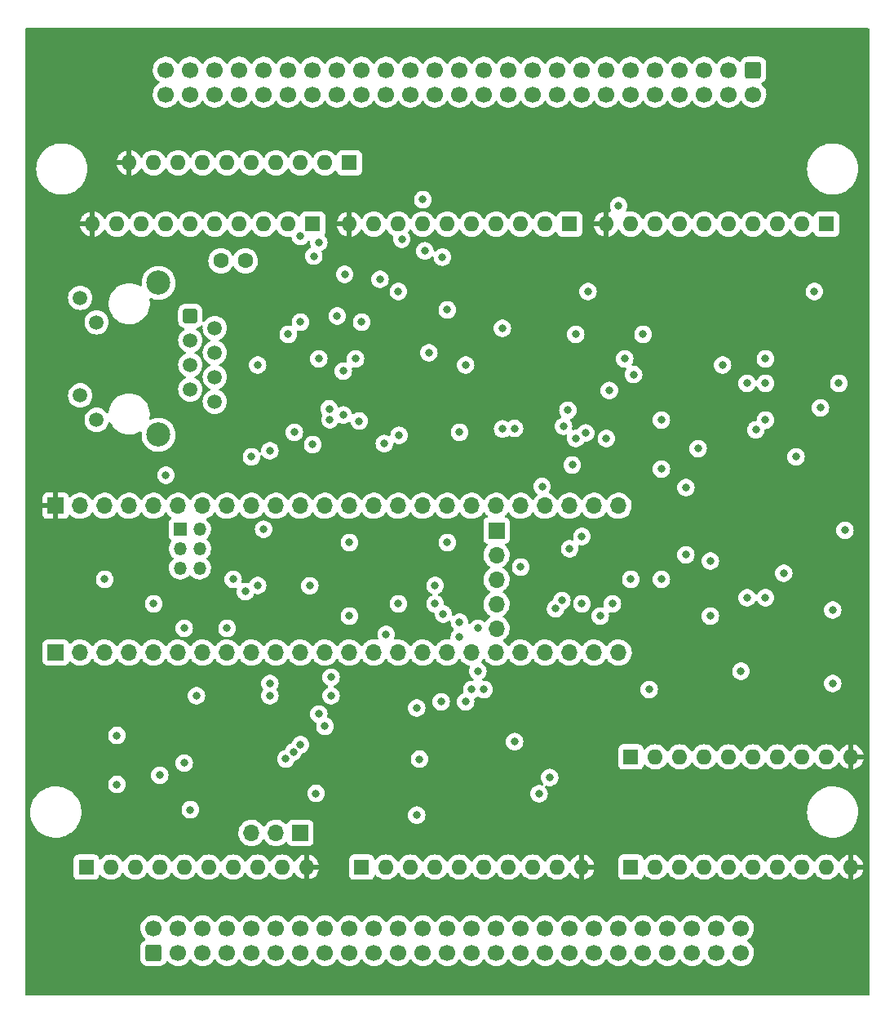
<source format=gbr>
%TF.GenerationSoftware,KiCad,Pcbnew,(6.0.4)*%
%TF.CreationDate,2022-05-22T11:47:51-04:00*%
%TF.ProjectId,pertec_arduino_adapter,70657274-6563-45f6-9172-6475696e6f5f,A1*%
%TF.SameCoordinates,Original*%
%TF.FileFunction,Copper,L3,Inr*%
%TF.FilePolarity,Positive*%
%FSLAX46Y46*%
G04 Gerber Fmt 4.6, Leading zero omitted, Abs format (unit mm)*
G04 Created by KiCad (PCBNEW (6.0.4)) date 2022-05-22 11:47:51*
%MOMM*%
%LPD*%
G01*
G04 APERTURE LIST*
G04 Aperture macros list*
%AMRoundRect*
0 Rectangle with rounded corners*
0 $1 Rounding radius*
0 $2 $3 $4 $5 $6 $7 $8 $9 X,Y pos of 4 corners*
0 Add a 4 corners polygon primitive as box body*
4,1,4,$2,$3,$4,$5,$6,$7,$8,$9,$2,$3,0*
0 Add four circle primitives for the rounded corners*
1,1,$1+$1,$2,$3*
1,1,$1+$1,$4,$5*
1,1,$1+$1,$6,$7*
1,1,$1+$1,$8,$9*
0 Add four rect primitives between the rounded corners*
20,1,$1+$1,$2,$3,$4,$5,0*
20,1,$1+$1,$4,$5,$6,$7,0*
20,1,$1+$1,$6,$7,$8,$9,0*
20,1,$1+$1,$8,$9,$2,$3,0*%
G04 Aperture macros list end*
%TA.AperFunction,ComponentPad*%
%ADD10RoundRect,0.250500X-0.499500X0.499500X-0.499500X-0.499500X0.499500X-0.499500X0.499500X0.499500X0*%
%TD*%
%TA.AperFunction,ComponentPad*%
%ADD11C,1.500000*%
%TD*%
%TA.AperFunction,ComponentPad*%
%ADD12C,2.500000*%
%TD*%
%TA.AperFunction,ComponentPad*%
%ADD13R,1.700000X1.700000*%
%TD*%
%TA.AperFunction,ComponentPad*%
%ADD14O,1.700000X1.700000*%
%TD*%
%TA.AperFunction,ComponentPad*%
%ADD15RoundRect,0.250000X0.600000X-0.600000X0.600000X0.600000X-0.600000X0.600000X-0.600000X-0.600000X0*%
%TD*%
%TA.AperFunction,ComponentPad*%
%ADD16C,1.700000*%
%TD*%
%TA.AperFunction,ComponentPad*%
%ADD17R,1.350000X1.350000*%
%TD*%
%TA.AperFunction,ComponentPad*%
%ADD18O,1.350000X1.350000*%
%TD*%
%TA.AperFunction,ComponentPad*%
%ADD19R,1.600000X1.600000*%
%TD*%
%TA.AperFunction,ComponentPad*%
%ADD20O,1.600000X1.600000*%
%TD*%
%TA.AperFunction,ComponentPad*%
%ADD21C,1.600000*%
%TD*%
%TA.AperFunction,ComponentPad*%
%ADD22RoundRect,0.250000X-0.600000X0.600000X-0.600000X-0.600000X0.600000X-0.600000X0.600000X0.600000X0*%
%TD*%
%TA.AperFunction,ViaPad*%
%ADD23C,0.800000*%
%TD*%
G04 APERTURE END LIST*
D10*
%TO.N,ETHERNET_TP*%
%TO.C,J7*%
X104140000Y-67945000D03*
D11*
%TO.N,Net-(C1-Pad1)*%
X106680000Y-69215000D03*
%TO.N,ETHERNET_TM*%
X104140000Y-70485000D03*
%TO.N,ETHERNET_RP*%
X106680000Y-71755000D03*
%TO.N,Net-(C1-Pad1)*%
X104140000Y-73025000D03*
%TO.N,ETHERNET_RM*%
X106680000Y-74295000D03*
%TO.N,unconnected-(J7-Pad7)*%
X104140000Y-75565000D03*
%TO.N,ETHERNET_G*%
X106680000Y-76835000D03*
X92710000Y-66065000D03*
%TO.N,ETHERNET_LED*%
X94410000Y-68605000D03*
%TO.N,unconnected-(J7-Pad11)*%
X92710000Y-76175000D03*
%TO.N,unconnected-(J7-Pad12)*%
X94410000Y-78715000D03*
D12*
%TO.N,ETHERNET_G*%
X100840000Y-80265000D03*
X100840000Y-64515000D03*
%TD*%
D13*
%TO.N,+5V*%
%TO.C,J4*%
X90170000Y-87630000D03*
D14*
%TO.N,GNDREF*%
X92710000Y-87630000D03*
%TO.N,+3V3*%
X95250000Y-87630000D03*
%TO.N,LVIW6*%
X97790000Y-87630000D03*
%TO.N,LVIW7*%
X100330000Y-87630000D03*
%TO.N,LVIW4*%
X102870000Y-87630000D03*
%TO.N,LVIW5*%
X105410000Y-87630000D03*
%TO.N,LVIR7*%
X107950000Y-87630000D03*
%TO.N,LVIR6*%
X110490000Y-87630000D03*
%TO.N,LVIR1*%
X113030000Y-87630000D03*
%TO.N,LVIR0*%
X115570000Y-87630000D03*
%TO.N,LVIR4*%
X118110000Y-87630000D03*
%TO.N,LVIR5*%
X120650000Y-87630000D03*
%TO.N,LVILWD*%
X123190000Y-87630000D03*
%TO.N,GNDREF*%
X125730000Y-87630000D03*
%TO.N,LVIR2*%
X128270000Y-87630000D03*
%TO.N,LVIR3*%
X130810000Y-87630000D03*
%TO.N,LVIW2*%
X133350000Y-87630000D03*
%TO.N,LVIW3*%
X135890000Y-87630000D03*
%TO.N,LVIWSTR*%
X138430000Y-87630000D03*
%TO.N,LVIRSTR*%
X140970000Y-87630000D03*
%TO.N,LVIHER*%
X143510000Y-87630000D03*
%TO.N,LVICER*%
X146050000Y-87630000D03*
%TO.N,LVIFBY*%
X148590000Y-87630000D03*
%TD*%
D13*
%TO.N,Net-(JP1-Pad1)*%
%TO.C,JP1*%
X115570000Y-121545766D03*
D14*
%TO.N,ISGL*%
X113030000Y-121545766D03*
%TO.N,Net-(JP1-Pad3)*%
X110490000Y-121545766D03*
%TD*%
D15*
%TO.N,GNDREF*%
%TO.C,J1*%
X100325000Y-133985000D03*
D16*
%TO.N,IFBY*%
X100325000Y-131445000D03*
%TO.N,GNDREF*%
X102865000Y-133985000D03*
%TO.N,ILWD*%
X102865000Y-131445000D03*
%TO.N,GNDREF*%
X105405000Y-133985000D03*
%TO.N,IW4*%
X105405000Y-131445000D03*
%TO.N,GNDREF*%
X107945000Y-133985000D03*
%TO.N,IGO*%
X107945000Y-131445000D03*
%TO.N,GNDREF*%
X110485000Y-133985000D03*
%TO.N,IW0*%
X110485000Y-131445000D03*
%TO.N,GNDREF*%
X113025000Y-133985000D03*
%TO.N,IW1*%
X113025000Y-131445000D03*
%TO.N,GNDREF*%
X115565000Y-133985000D03*
%TO.N,ISGL*%
X115565000Y-131445000D03*
%TO.N,GNDREF*%
X118105000Y-133985000D03*
%TO.N,ILOL*%
X118105000Y-131445000D03*
%TO.N,GNDREF*%
X120645000Y-133985000D03*
%TO.N,IREV*%
X120645000Y-131445000D03*
%TO.N,GNDREF*%
X123185000Y-133985000D03*
%TO.N,IREW*%
X123185000Y-131445000D03*
%TO.N,GNDREF*%
X125725000Y-133985000D03*
%TO.N,IWP*%
X125725000Y-131445000D03*
%TO.N,GNDREF*%
X128265000Y-133985000D03*
%TO.N,IW7*%
X128265000Y-131445000D03*
%TO.N,GNDREF*%
X130805000Y-133985000D03*
%TO.N,IW3*%
X130805000Y-131445000D03*
%TO.N,GNDREF*%
X133345000Y-133985000D03*
%TO.N,IW6*%
X133345000Y-131445000D03*
%TO.N,GNDREF*%
X135885000Y-133985000D03*
%TO.N,IW2*%
X135885000Y-131445000D03*
%TO.N,GNDREF*%
X138425000Y-133985000D03*
%TO.N,IW5*%
X138425000Y-131445000D03*
%TO.N,GNDREF*%
X140965000Y-133985000D03*
%TO.N,IWRT*%
X140965000Y-131445000D03*
%TO.N,GNDREF*%
X143505000Y-133985000D03*
%TO.N,IRTH2*%
X143505000Y-131445000D03*
%TO.N,GNDREF*%
X146045000Y-133985000D03*
%TO.N,IEDIT*%
X146045000Y-131445000D03*
%TO.N,GNDREF*%
X148585000Y-133985000D03*
%TO.N,IERASE*%
X148585000Y-131445000D03*
%TO.N,GNDREF*%
X151125000Y-133985000D03*
%TO.N,IWFM*%
X151125000Y-131445000D03*
%TO.N,GNDREF*%
X153665000Y-133985000D03*
%TO.N,IRTH1*%
X153665000Y-131445000D03*
%TO.N,GNDREF*%
X156205000Y-133985000D03*
%TO.N,ITAD0*%
X156205000Y-131445000D03*
%TO.N,GNDREF*%
X158745000Y-133985000D03*
%TO.N,IR2*%
X158745000Y-131445000D03*
%TO.N,GNDREF*%
X161285000Y-133985000D03*
%TO.N,IR3*%
X161285000Y-131445000D03*
%TD*%
D17*
%TO.N,ETHERNET_TM*%
%TO.C,J3*%
X103108000Y-90080000D03*
D18*
%TO.N,ETHERNET_TP*%
X105108000Y-90080000D03*
%TO.N,ETHERNET_LED*%
X103108000Y-92080000D03*
%TO.N,ETHERNET_G*%
X105108000Y-92080000D03*
%TO.N,ETHERNET_RP*%
X103108000Y-94080000D03*
%TO.N,ETHERNET_RM*%
X105108000Y-94080000D03*
%TD*%
D19*
%TO.N,GNDREF*%
%TO.C,RN5*%
X93345000Y-125095000D03*
D20*
%TO.N,ILWD*%
X95885000Y-125095000D03*
%TO.N,IW4*%
X98425000Y-125095000D03*
%TO.N,IGO*%
X100965000Y-125095000D03*
%TO.N,IW0*%
X103505000Y-125095000D03*
%TO.N,IW1*%
X106045000Y-125095000D03*
%TO.N,Net-(JP1-Pad3)*%
X108585000Y-125095000D03*
%TO.N,ILOL*%
X111125000Y-125095000D03*
%TO.N,IREV*%
X113665000Y-125095000D03*
%TO.N,+5V*%
X116205000Y-125095000D03*
%TD*%
D13*
%TO.N,GNDREF*%
%TO.C,J5*%
X90180000Y-102845000D03*
D14*
%TO.N,LVIFMK*%
X92720000Y-102845000D03*
%TO.N,LVIRP*%
X95260000Y-102845000D03*
%TO.N,LVIRDY*%
X97800000Y-102845000D03*
%TO.N,DIRA*%
X100340000Y-102845000D03*
%TO.N,LVIDBY*%
X102880000Y-102845000D03*
%TO.N,~{LPI2C4_INT}*%
X105420000Y-102845000D03*
%TO.N,LVIGO*%
X107960000Y-102845000D03*
%TO.N,LVIWP*%
X110500000Y-102845000D03*
%TO.N,LVIREW*%
X113040000Y-102845000D03*
%TO.N,LVIREV*%
X115580000Y-102845000D03*
%TO.N,LVIWRT*%
X118120000Y-102845000D03*
%TO.N,LVIEDIT*%
X120660000Y-102845000D03*
%TO.N,LVIERASE*%
X123200000Y-102845000D03*
%TO.N,+3V3*%
X125740000Y-102845000D03*
%TO.N,LPI2C4_SCL*%
X128280000Y-102845000D03*
%TO.N,LPI2C4_SDA*%
X130820000Y-102845000D03*
%TO.N,LVIW1*%
X133360000Y-102845000D03*
%TO.N,LVIW0*%
X135900000Y-102845000D03*
%TO.N,DIRB*%
X138440000Y-102845000D03*
%TO.N,OEA*%
X140980000Y-102845000D03*
%TO.N,LVIOFL*%
X143520000Y-102845000D03*
%TO.N,LVIEOT*%
X146060000Y-102845000D03*
%TO.N,LVIWFM*%
X148600000Y-102845000D03*
%TD*%
D19*
%TO.N,GNDREF*%
%TO.C,RN8*%
X120650000Y-52070000D03*
D20*
%TO.N,IFEN*%
X118110000Y-52070000D03*
%TO.N,IOFL*%
X115570000Y-52070000D03*
%TO.N,ITAD1*%
X113030000Y-52070000D03*
%TO.N,IFAD*%
X110490000Y-52070000D03*
%TO.N,IDEN*%
X107950000Y-52070000D03*
%TO.N,unconnected-(RN8-Pad7)*%
X105410000Y-52070000D03*
%TO.N,unconnected-(RN8-Pad8)*%
X102870000Y-52070000D03*
%TO.N,unconnected-(RN8-Pad9)*%
X100330000Y-52070000D03*
%TO.N,+5V*%
X97790000Y-52070000D03*
%TD*%
D19*
%TO.N,GNDREF*%
%TO.C,RN1*%
X170175000Y-58420000D03*
D20*
%TO.N,IRP*%
X167635000Y-58420000D03*
%TO.N,IR0*%
X165095000Y-58420000D03*
%TO.N,IR1*%
X162555000Y-58420000D03*
%TO.N,ILDP*%
X160015000Y-58420000D03*
%TO.N,IR4*%
X157475000Y-58420000D03*
%TO.N,IR7*%
X154935000Y-58420000D03*
%TO.N,IR6*%
X152395000Y-58420000D03*
%TO.N,IHER*%
X149855000Y-58420000D03*
%TO.N,+5V*%
X147315000Y-58420000D03*
%TD*%
D19*
%TO.N,GNDREF*%
%TO.C,RN4*%
X149865000Y-113665000D03*
D20*
%TO.N,Net-(JP1-Pad1)*%
X152405000Y-113665000D03*
%TO.N,IFBY*%
X154945000Y-113665000D03*
%TO.N,IR2*%
X157485000Y-113665000D03*
%TO.N,IR3*%
X160025000Y-113665000D03*
%TO.N,unconnected-(RN4-Pad6)*%
X162565000Y-113665000D03*
%TO.N,unconnected-(RN4-Pad7)*%
X165105000Y-113665000D03*
%TO.N,unconnected-(RN4-Pad8)*%
X167645000Y-113665000D03*
%TO.N,unconnected-(RN4-Pad9)*%
X170185000Y-113665000D03*
%TO.N,+5V*%
X172725000Y-113665000D03*
%TD*%
D19*
%TO.N,GNDREF*%
%TO.C,RN7*%
X149860000Y-125095000D03*
D20*
%TO.N,IRTH2*%
X152400000Y-125095000D03*
%TO.N,IEDIT*%
X154940000Y-125095000D03*
%TO.N,IERASE*%
X157480000Y-125095000D03*
%TO.N,IWFM*%
X160020000Y-125095000D03*
%TO.N,IRTH1*%
X162560000Y-125095000D03*
%TO.N,ITAD0*%
X165100000Y-125095000D03*
%TO.N,unconnected-(RN7-Pad8)*%
X167640000Y-125095000D03*
%TO.N,unconnected-(RN7-Pad9)*%
X170180000Y-125095000D03*
%TO.N,+5V*%
X172720000Y-125095000D03*
%TD*%
D21*
%TO.N,Net-(C1-Pad1)*%
%TO.C,C1*%
X109855000Y-62230000D03*
%TO.N,ETHERNET_G*%
X107315000Y-62230000D03*
%TD*%
D19*
%TO.N,GNDREF*%
%TO.C,RN2*%
X143505000Y-58420000D03*
D20*
%TO.N,IFMK*%
X140965000Y-58420000D03*
%TO.N,IDENT*%
X138425000Y-58420000D03*
%TO.N,IR5*%
X135885000Y-58420000D03*
%TO.N,IEOT*%
X133345000Y-58420000D03*
%TO.N,INRZ*%
X130805000Y-58420000D03*
%TO.N,IRDY*%
X128265000Y-58420000D03*
%TO.N,IRWD*%
X125725000Y-58420000D03*
%TO.N,IFPT*%
X123185000Y-58420000D03*
%TO.N,+5V*%
X120645000Y-58420000D03*
%TD*%
D19*
%TO.N,GNDREF*%
%TO.C,RN3*%
X116840000Y-58420000D03*
D20*
%TO.N,IRSTR*%
X114300000Y-58420000D03*
%TO.N,IWSTR*%
X111760000Y-58420000D03*
%TO.N,IDBY*%
X109220000Y-58420000D03*
%TO.N,ISPEED*%
X106680000Y-58420000D03*
%TO.N,ICER*%
X104140000Y-58420000D03*
%TO.N,IONL*%
X101600000Y-58420000D03*
%TO.N,unconnected-(RN3-Pad8)*%
X99060000Y-58420000D03*
%TO.N,unconnected-(RN3-Pad9)*%
X96520000Y-58420000D03*
%TO.N,+5V*%
X93980000Y-58420000D03*
%TD*%
D13*
%TO.N,unconnected-(J6-Pad1)*%
%TO.C,J6*%
X135915000Y-90200000D03*
D14*
%TO.N,unconnected-(J6-Pad2)*%
X135915000Y-92740000D03*
%TO.N,GNDREF*%
X135915000Y-95280000D03*
%TO.N,+3V3*%
X135915000Y-97820000D03*
%TO.N,Net-(BT1-Pad1)*%
X135915000Y-100360000D03*
%TD*%
D19*
%TO.N,GNDREF*%
%TO.C,RN6*%
X121920000Y-125095000D03*
D20*
%TO.N,IREW*%
X124460000Y-125095000D03*
%TO.N,IWP*%
X127000000Y-125095000D03*
%TO.N,IW7*%
X129540000Y-125095000D03*
%TO.N,IW3*%
X132080000Y-125095000D03*
%TO.N,IW6*%
X134620000Y-125095000D03*
%TO.N,IW2*%
X137160000Y-125095000D03*
%TO.N,IW5*%
X139700000Y-125095000D03*
%TO.N,IWRT*%
X142240000Y-125095000D03*
%TO.N,+5V*%
X144780000Y-125095000D03*
%TD*%
D22*
%TO.N,IRP*%
%TO.C,J2*%
X162565000Y-42427500D03*
D16*
%TO.N,IR0*%
X162565000Y-44967500D03*
%TO.N,IR1*%
X160025000Y-42427500D03*
%TO.N,ILDP*%
X160025000Y-44967500D03*
%TO.N,GNDREF*%
X157485000Y-42427500D03*
%TO.N,IR4*%
X157485000Y-44967500D03*
%TO.N,GNDREF*%
X154945000Y-42427500D03*
%TO.N,IR7*%
X154945000Y-44967500D03*
%TO.N,GNDREF*%
X152405000Y-42427500D03*
%TO.N,IR6*%
X152405000Y-44967500D03*
%TO.N,GNDREF*%
X149865000Y-42427500D03*
%TO.N,IHER*%
X149865000Y-44967500D03*
%TO.N,GNDREF*%
X147325000Y-42427500D03*
%TO.N,IFMK*%
X147325000Y-44967500D03*
%TO.N,GNDREF*%
X144785000Y-42427500D03*
%TO.N,IDENT*%
X144785000Y-44967500D03*
%TO.N,GNDREF*%
X142245000Y-42427500D03*
%TO.N,IFEN*%
X142245000Y-44967500D03*
%TO.N,GNDREF*%
X139705000Y-42427500D03*
%TO.N,IR5*%
X139705000Y-44967500D03*
%TO.N,GNDREF*%
X137165000Y-42427500D03*
%TO.N,IEOT*%
X137165000Y-44967500D03*
%TO.N,GNDREF*%
X134625000Y-42427500D03*
%TO.N,IOFL*%
X134625000Y-44967500D03*
%TO.N,GNDREF*%
X132085000Y-42427500D03*
%TO.N,INRZ*%
X132085000Y-44967500D03*
%TO.N,GNDREF*%
X129545000Y-42427500D03*
%TO.N,IRDY*%
X129545000Y-44967500D03*
%TO.N,GNDREF*%
X127005000Y-42427500D03*
%TO.N,IRWD*%
X127005000Y-44967500D03*
%TO.N,GNDREF*%
X124465000Y-42427500D03*
%TO.N,IFPT*%
X124465000Y-44967500D03*
%TO.N,GNDREF*%
X121925000Y-42427500D03*
%TO.N,IRSTR*%
X121925000Y-44967500D03*
%TO.N,GNDREF*%
X119385000Y-42427500D03*
%TO.N,IWSTR*%
X119385000Y-44967500D03*
%TO.N,GNDREF*%
X116845000Y-42427500D03*
%TO.N,IDBY*%
X116845000Y-44967500D03*
%TO.N,GNDREF*%
X114305000Y-42427500D03*
%TO.N,ISPEED*%
X114305000Y-44967500D03*
%TO.N,GNDREF*%
X111765000Y-42427500D03*
%TO.N,ICER*%
X111765000Y-44967500D03*
%TO.N,GNDREF*%
X109225000Y-42427500D03*
%TO.N,IONL*%
X109225000Y-44967500D03*
%TO.N,GNDREF*%
X106685000Y-42427500D03*
%TO.N,ITAD1*%
X106685000Y-44967500D03*
%TO.N,GNDREF*%
X104145000Y-42427500D03*
%TO.N,IFAD*%
X104145000Y-44967500D03*
%TO.N,GNDREF*%
X101605000Y-42427500D03*
%TO.N,IDEN*%
X101605000Y-44967500D03*
%TD*%
D23*
%TO.N,GNDREF*%
X155575000Y-92710000D03*
X168910000Y-65405000D03*
X140335000Y-117475000D03*
X170815000Y-106045000D03*
X110490000Y-82550000D03*
X130810000Y-67310000D03*
X145415000Y-65405000D03*
X145187051Y-80065824D03*
X96520000Y-111442500D03*
X169545000Y-77470000D03*
X132715000Y-73025000D03*
X151130000Y-69850000D03*
X167005000Y-82550000D03*
X96520000Y-116522500D03*
X125730000Y-65405000D03*
X117187500Y-117445000D03*
X171450000Y-74930000D03*
X116950845Y-61742612D03*
X127635000Y-119697500D03*
X155575000Y-85725000D03*
X118619395Y-78698131D03*
X170815000Y-98425000D03*
X153035000Y-78740000D03*
X151765000Y-106680000D03*
X118110000Y-110490000D03*
X104140000Y-119134891D03*
X172085000Y-90170000D03*
X137795000Y-112077500D03*
%TO.N,ISGL*%
X125806758Y-80317032D03*
%TO.N,ILOL*%
X116840000Y-81280000D03*
X117475000Y-109220000D03*
X111125000Y-95885000D03*
%TO.N,IRTH2*%
X121661813Y-78837692D03*
X132080000Y-99695000D03*
%TO.N,IWFM*%
X163830000Y-97155000D03*
%TO.N,IRTH1*%
X120015000Y-78209670D03*
X133985000Y-100330000D03*
%TO.N,ITAD0*%
X121285000Y-72390000D03*
X130397734Y-98846081D03*
%TO.N,ILDP*%
X118549615Y-77567692D03*
%TO.N,IDENT*%
X114300000Y-69850000D03*
%TO.N,IFEN*%
X121920000Y-68580000D03*
X115570000Y-59690000D03*
%TO.N,IOFL*%
X156844999Y-81698681D03*
X149225000Y-72390000D03*
X148590000Y-56515000D03*
%TO.N,INRZ*%
X126085879Y-59984150D03*
%TO.N,IFPT*%
X119380000Y-67945000D03*
X120158138Y-63634431D03*
%TO.N,IRSTR*%
X136525000Y-69215000D03*
%TO.N,IWSTR*%
X130299530Y-61837620D03*
%TO.N,IDBY*%
X128474509Y-61193495D03*
%TO.N,ISPEED*%
X115570000Y-68580000D03*
%TO.N,ICER*%
X128905000Y-71755000D03*
X159385000Y-73025000D03*
X161290000Y-104775000D03*
%TO.N,IONL*%
X117475000Y-72390000D03*
%TO.N,ITAD1*%
X117475000Y-60325000D03*
X123825000Y-64135000D03*
%TO.N,IFAD*%
X128270000Y-55880000D03*
%TO.N,IDEN*%
X120015000Y-73660000D03*
%TO.N,+3V3*%
X116537812Y-95914251D03*
X147320000Y-80645000D03*
X153035000Y-83820000D03*
X125730000Y-97790000D03*
X129540000Y-97790000D03*
X153035000Y-95250000D03*
X100330000Y-97790000D03*
%TO.N,ETHERNET_TM*%
X101600000Y-84455000D03*
%TO.N,+5V*%
X100330000Y-117475000D03*
X123190000Y-117792500D03*
X147320000Y-65405000D03*
X110490000Y-92710000D03*
X110490000Y-77470000D03*
X127635000Y-93345000D03*
X165100000Y-67310000D03*
X169227500Y-82232500D03*
X155575000Y-107950000D03*
%TO.N,Net-(Q1-Pad3)*%
X111744731Y-90057993D03*
X112395000Y-81915000D03*
%TO.N,LVIW6*%
X130175000Y-107950000D03*
X118745000Y-107315000D03*
X108585000Y-95250000D03*
%TO.N,Net-(Q2-Pad3)*%
X114935000Y-80010000D03*
X120650000Y-91440000D03*
%TO.N,LVIW7*%
X103505000Y-114300000D03*
X127635000Y-108585000D03*
%TO.N,LVIW5*%
X132715000Y-107950000D03*
X118745000Y-105410000D03*
%TO.N,LVIR1*%
X162846098Y-79751813D03*
X161925000Y-74930000D03*
%TO.N,LVIR5*%
X142875000Y-79375000D03*
X140655989Y-85627307D03*
%TO.N,LVILWD*%
X104775000Y-107315000D03*
%TO.N,LVIR2*%
X129540000Y-95885000D03*
X147955000Y-97790000D03*
X144780000Y-97790000D03*
%TO.N,LVIR3*%
X142709521Y-97452064D03*
X146685000Y-99060000D03*
X130810000Y-91440000D03*
%TO.N,LVIW2*%
X132059065Y-101216208D03*
%TO.N,LVIW3*%
X138430000Y-93980000D03*
%TO.N,LVIWSTR*%
X136552912Y-79654120D03*
%TO.N,LVIRSTR*%
X137795000Y-79612252D03*
%TO.N,LVIHER*%
X143789120Y-83394340D03*
%TO.N,LVIFBY*%
X149860000Y-95250000D03*
%TO.N,LVIFMK*%
X132080000Y-80010000D03*
X143330897Y-77723534D03*
%TO.N,LVIRP*%
X150146098Y-74022857D03*
X163830000Y-74930000D03*
%TO.N,LVIRDY*%
X95250000Y-95250000D03*
%TO.N,DIRA*%
X100965000Y-115570000D03*
X158115000Y-99060000D03*
X141441709Y-115794974D03*
X163830000Y-78740000D03*
X147634010Y-75669670D03*
%TO.N,LVIDBY*%
X124278571Y-81175329D03*
X103505000Y-100330000D03*
%TO.N,~{LPI2C4_INT}*%
X109855000Y-96520000D03*
X107950000Y-100330000D03*
X111125000Y-73025000D03*
%TO.N,LVIREW*%
X112395000Y-107315000D03*
%TO.N,LVIREV*%
X112395000Y-106045000D03*
%TO.N,LVIWRT*%
X133350000Y-106680000D03*
%TO.N,LVIEDIT*%
X134620000Y-106680000D03*
%TO.N,LVIERASE*%
X133985000Y-104775000D03*
%TO.N,LPI2C4_SCL*%
X120650000Y-99060000D03*
%TO.N,LPI2C4_SDA*%
X124460000Y-100965000D03*
%TO.N,LVIW1*%
X115570000Y-112395000D03*
%TO.N,LVIW0*%
X114823351Y-113148626D03*
%TO.N,DIRB*%
X127930309Y-113895274D03*
X114055769Y-113881318D03*
X165735000Y-94615000D03*
%TO.N,OEA*%
X142047605Y-98297401D03*
X144145000Y-69850000D03*
X163830000Y-72390000D03*
X143510000Y-92075000D03*
%TO.N,LVIOFL*%
X158115000Y-93345000D03*
%TO.N,LVIEOT*%
X144780000Y-90805000D03*
X144145000Y-80645000D03*
%TO.N,LVIWFM*%
X161925000Y-97155000D03*
%TD*%
%TA.AperFunction,Conductor*%
%TO.N,+5V*%
G36*
X174567121Y-38120002D02*
G01*
X174613614Y-38173658D01*
X174625000Y-38226000D01*
X174625000Y-138304000D01*
X174604998Y-138372121D01*
X174551342Y-138418614D01*
X174499000Y-138430000D01*
X87121000Y-138430000D01*
X87052879Y-138409998D01*
X87006386Y-138356342D01*
X86995000Y-138304000D01*
X86995000Y-131411695D01*
X98962251Y-131411695D01*
X98962548Y-131416848D01*
X98962548Y-131416851D01*
X98968011Y-131511590D01*
X98975110Y-131634715D01*
X98976247Y-131639761D01*
X98976248Y-131639767D01*
X98996119Y-131727939D01*
X99024222Y-131852639D01*
X99108266Y-132059616D01*
X99159019Y-132142438D01*
X99222291Y-132245688D01*
X99224987Y-132250088D01*
X99371250Y-132418938D01*
X99441344Y-132477131D01*
X99480979Y-132536033D01*
X99482477Y-132607014D01*
X99445363Y-132667537D01*
X99414312Y-132688175D01*
X99407996Y-132691134D01*
X99401054Y-132693450D01*
X99250652Y-132786522D01*
X99125695Y-132911697D01*
X99121855Y-132917927D01*
X99121854Y-132917928D01*
X99037466Y-133054831D01*
X99032885Y-133062262D01*
X98977203Y-133230139D01*
X98966500Y-133334600D01*
X98966500Y-134635400D01*
X98966837Y-134638646D01*
X98966837Y-134638650D01*
X98972298Y-134691277D01*
X98977474Y-134741166D01*
X98979655Y-134747702D01*
X98979655Y-134747704D01*
X99023728Y-134879806D01*
X99033450Y-134908946D01*
X99126522Y-135059348D01*
X99251697Y-135184305D01*
X99257927Y-135188145D01*
X99257928Y-135188146D01*
X99395090Y-135272694D01*
X99402262Y-135277115D01*
X99456371Y-135295062D01*
X99563611Y-135330632D01*
X99563613Y-135330632D01*
X99570139Y-135332797D01*
X99576975Y-135333497D01*
X99576978Y-135333498D01*
X99616372Y-135337534D01*
X99674600Y-135343500D01*
X100975400Y-135343500D01*
X100978646Y-135343163D01*
X100978650Y-135343163D01*
X101074308Y-135333238D01*
X101074312Y-135333237D01*
X101081166Y-135332526D01*
X101087702Y-135330345D01*
X101087704Y-135330345D01*
X101219806Y-135286272D01*
X101248946Y-135276550D01*
X101399348Y-135183478D01*
X101524305Y-135058303D01*
X101617115Y-134907738D01*
X101619418Y-134900795D01*
X101621763Y-134895766D01*
X101668680Y-134842481D01*
X101736958Y-134823021D01*
X101804918Y-134843564D01*
X101831194Y-134866520D01*
X101907860Y-134955025D01*
X101911250Y-134958938D01*
X102083126Y-135101632D01*
X102276000Y-135214338D01*
X102484692Y-135294030D01*
X102489760Y-135295061D01*
X102489763Y-135295062D01*
X102597017Y-135316883D01*
X102703597Y-135338567D01*
X102708772Y-135338757D01*
X102708774Y-135338757D01*
X102921673Y-135346564D01*
X102921677Y-135346564D01*
X102926837Y-135346753D01*
X102931957Y-135346097D01*
X102931959Y-135346097D01*
X103143288Y-135319025D01*
X103143289Y-135319025D01*
X103148416Y-135318368D01*
X103153366Y-135316883D01*
X103357429Y-135255661D01*
X103357434Y-135255659D01*
X103362384Y-135254174D01*
X103562994Y-135155896D01*
X103744860Y-135026173D01*
X103903096Y-134868489D01*
X104033453Y-134687077D01*
X104034776Y-134688028D01*
X104081645Y-134644857D01*
X104151580Y-134632625D01*
X104217026Y-134660144D01*
X104244875Y-134691994D01*
X104304987Y-134790088D01*
X104451250Y-134958938D01*
X104623126Y-135101632D01*
X104816000Y-135214338D01*
X105024692Y-135294030D01*
X105029760Y-135295061D01*
X105029763Y-135295062D01*
X105137017Y-135316883D01*
X105243597Y-135338567D01*
X105248772Y-135338757D01*
X105248774Y-135338757D01*
X105461673Y-135346564D01*
X105461677Y-135346564D01*
X105466837Y-135346753D01*
X105471957Y-135346097D01*
X105471959Y-135346097D01*
X105683288Y-135319025D01*
X105683289Y-135319025D01*
X105688416Y-135318368D01*
X105693366Y-135316883D01*
X105897429Y-135255661D01*
X105897434Y-135255659D01*
X105902384Y-135254174D01*
X106102994Y-135155896D01*
X106284860Y-135026173D01*
X106443096Y-134868489D01*
X106573453Y-134687077D01*
X106574776Y-134688028D01*
X106621645Y-134644857D01*
X106691580Y-134632625D01*
X106757026Y-134660144D01*
X106784875Y-134691994D01*
X106844987Y-134790088D01*
X106991250Y-134958938D01*
X107163126Y-135101632D01*
X107356000Y-135214338D01*
X107564692Y-135294030D01*
X107569760Y-135295061D01*
X107569763Y-135295062D01*
X107677017Y-135316883D01*
X107783597Y-135338567D01*
X107788772Y-135338757D01*
X107788774Y-135338757D01*
X108001673Y-135346564D01*
X108001677Y-135346564D01*
X108006837Y-135346753D01*
X108011957Y-135346097D01*
X108011959Y-135346097D01*
X108223288Y-135319025D01*
X108223289Y-135319025D01*
X108228416Y-135318368D01*
X108233366Y-135316883D01*
X108437429Y-135255661D01*
X108437434Y-135255659D01*
X108442384Y-135254174D01*
X108642994Y-135155896D01*
X108824860Y-135026173D01*
X108983096Y-134868489D01*
X109113453Y-134687077D01*
X109114776Y-134688028D01*
X109161645Y-134644857D01*
X109231580Y-134632625D01*
X109297026Y-134660144D01*
X109324875Y-134691994D01*
X109384987Y-134790088D01*
X109531250Y-134958938D01*
X109703126Y-135101632D01*
X109896000Y-135214338D01*
X110104692Y-135294030D01*
X110109760Y-135295061D01*
X110109763Y-135295062D01*
X110217017Y-135316883D01*
X110323597Y-135338567D01*
X110328772Y-135338757D01*
X110328774Y-135338757D01*
X110541673Y-135346564D01*
X110541677Y-135346564D01*
X110546837Y-135346753D01*
X110551957Y-135346097D01*
X110551959Y-135346097D01*
X110763288Y-135319025D01*
X110763289Y-135319025D01*
X110768416Y-135318368D01*
X110773366Y-135316883D01*
X110977429Y-135255661D01*
X110977434Y-135255659D01*
X110982384Y-135254174D01*
X111182994Y-135155896D01*
X111364860Y-135026173D01*
X111523096Y-134868489D01*
X111653453Y-134687077D01*
X111654776Y-134688028D01*
X111701645Y-134644857D01*
X111771580Y-134632625D01*
X111837026Y-134660144D01*
X111864875Y-134691994D01*
X111924987Y-134790088D01*
X112071250Y-134958938D01*
X112243126Y-135101632D01*
X112436000Y-135214338D01*
X112644692Y-135294030D01*
X112649760Y-135295061D01*
X112649763Y-135295062D01*
X112757017Y-135316883D01*
X112863597Y-135338567D01*
X112868772Y-135338757D01*
X112868774Y-135338757D01*
X113081673Y-135346564D01*
X113081677Y-135346564D01*
X113086837Y-135346753D01*
X113091957Y-135346097D01*
X113091959Y-135346097D01*
X113303288Y-135319025D01*
X113303289Y-135319025D01*
X113308416Y-135318368D01*
X113313366Y-135316883D01*
X113517429Y-135255661D01*
X113517434Y-135255659D01*
X113522384Y-135254174D01*
X113722994Y-135155896D01*
X113904860Y-135026173D01*
X114063096Y-134868489D01*
X114193453Y-134687077D01*
X114194776Y-134688028D01*
X114241645Y-134644857D01*
X114311580Y-134632625D01*
X114377026Y-134660144D01*
X114404875Y-134691994D01*
X114464987Y-134790088D01*
X114611250Y-134958938D01*
X114783126Y-135101632D01*
X114976000Y-135214338D01*
X115184692Y-135294030D01*
X115189760Y-135295061D01*
X115189763Y-135295062D01*
X115297017Y-135316883D01*
X115403597Y-135338567D01*
X115408772Y-135338757D01*
X115408774Y-135338757D01*
X115621673Y-135346564D01*
X115621677Y-135346564D01*
X115626837Y-135346753D01*
X115631957Y-135346097D01*
X115631959Y-135346097D01*
X115843288Y-135319025D01*
X115843289Y-135319025D01*
X115848416Y-135318368D01*
X115853366Y-135316883D01*
X116057429Y-135255661D01*
X116057434Y-135255659D01*
X116062384Y-135254174D01*
X116262994Y-135155896D01*
X116444860Y-135026173D01*
X116603096Y-134868489D01*
X116733453Y-134687077D01*
X116734776Y-134688028D01*
X116781645Y-134644857D01*
X116851580Y-134632625D01*
X116917026Y-134660144D01*
X116944875Y-134691994D01*
X117004987Y-134790088D01*
X117151250Y-134958938D01*
X117323126Y-135101632D01*
X117516000Y-135214338D01*
X117724692Y-135294030D01*
X117729760Y-135295061D01*
X117729763Y-135295062D01*
X117837017Y-135316883D01*
X117943597Y-135338567D01*
X117948772Y-135338757D01*
X117948774Y-135338757D01*
X118161673Y-135346564D01*
X118161677Y-135346564D01*
X118166837Y-135346753D01*
X118171957Y-135346097D01*
X118171959Y-135346097D01*
X118383288Y-135319025D01*
X118383289Y-135319025D01*
X118388416Y-135318368D01*
X118393366Y-135316883D01*
X118597429Y-135255661D01*
X118597434Y-135255659D01*
X118602384Y-135254174D01*
X118802994Y-135155896D01*
X118984860Y-135026173D01*
X119143096Y-134868489D01*
X119273453Y-134687077D01*
X119274776Y-134688028D01*
X119321645Y-134644857D01*
X119391580Y-134632625D01*
X119457026Y-134660144D01*
X119484875Y-134691994D01*
X119544987Y-134790088D01*
X119691250Y-134958938D01*
X119863126Y-135101632D01*
X120056000Y-135214338D01*
X120264692Y-135294030D01*
X120269760Y-135295061D01*
X120269763Y-135295062D01*
X120377017Y-135316883D01*
X120483597Y-135338567D01*
X120488772Y-135338757D01*
X120488774Y-135338757D01*
X120701673Y-135346564D01*
X120701677Y-135346564D01*
X120706837Y-135346753D01*
X120711957Y-135346097D01*
X120711959Y-135346097D01*
X120923288Y-135319025D01*
X120923289Y-135319025D01*
X120928416Y-135318368D01*
X120933366Y-135316883D01*
X121137429Y-135255661D01*
X121137434Y-135255659D01*
X121142384Y-135254174D01*
X121342994Y-135155896D01*
X121524860Y-135026173D01*
X121683096Y-134868489D01*
X121813453Y-134687077D01*
X121814776Y-134688028D01*
X121861645Y-134644857D01*
X121931580Y-134632625D01*
X121997026Y-134660144D01*
X122024875Y-134691994D01*
X122084987Y-134790088D01*
X122231250Y-134958938D01*
X122403126Y-135101632D01*
X122596000Y-135214338D01*
X122804692Y-135294030D01*
X122809760Y-135295061D01*
X122809763Y-135295062D01*
X122917017Y-135316883D01*
X123023597Y-135338567D01*
X123028772Y-135338757D01*
X123028774Y-135338757D01*
X123241673Y-135346564D01*
X123241677Y-135346564D01*
X123246837Y-135346753D01*
X123251957Y-135346097D01*
X123251959Y-135346097D01*
X123463288Y-135319025D01*
X123463289Y-135319025D01*
X123468416Y-135318368D01*
X123473366Y-135316883D01*
X123677429Y-135255661D01*
X123677434Y-135255659D01*
X123682384Y-135254174D01*
X123882994Y-135155896D01*
X124064860Y-135026173D01*
X124223096Y-134868489D01*
X124353453Y-134687077D01*
X124354776Y-134688028D01*
X124401645Y-134644857D01*
X124471580Y-134632625D01*
X124537026Y-134660144D01*
X124564875Y-134691994D01*
X124624987Y-134790088D01*
X124771250Y-134958938D01*
X124943126Y-135101632D01*
X125136000Y-135214338D01*
X125344692Y-135294030D01*
X125349760Y-135295061D01*
X125349763Y-135295062D01*
X125457017Y-135316883D01*
X125563597Y-135338567D01*
X125568772Y-135338757D01*
X125568774Y-135338757D01*
X125781673Y-135346564D01*
X125781677Y-135346564D01*
X125786837Y-135346753D01*
X125791957Y-135346097D01*
X125791959Y-135346097D01*
X126003288Y-135319025D01*
X126003289Y-135319025D01*
X126008416Y-135318368D01*
X126013366Y-135316883D01*
X126217429Y-135255661D01*
X126217434Y-135255659D01*
X126222384Y-135254174D01*
X126422994Y-135155896D01*
X126604860Y-135026173D01*
X126763096Y-134868489D01*
X126893453Y-134687077D01*
X126894776Y-134688028D01*
X126941645Y-134644857D01*
X127011580Y-134632625D01*
X127077026Y-134660144D01*
X127104875Y-134691994D01*
X127164987Y-134790088D01*
X127311250Y-134958938D01*
X127483126Y-135101632D01*
X127676000Y-135214338D01*
X127884692Y-135294030D01*
X127889760Y-135295061D01*
X127889763Y-135295062D01*
X127997017Y-135316883D01*
X128103597Y-135338567D01*
X128108772Y-135338757D01*
X128108774Y-135338757D01*
X128321673Y-135346564D01*
X128321677Y-135346564D01*
X128326837Y-135346753D01*
X128331957Y-135346097D01*
X128331959Y-135346097D01*
X128543288Y-135319025D01*
X128543289Y-135319025D01*
X128548416Y-135318368D01*
X128553366Y-135316883D01*
X128757429Y-135255661D01*
X128757434Y-135255659D01*
X128762384Y-135254174D01*
X128962994Y-135155896D01*
X129144860Y-135026173D01*
X129303096Y-134868489D01*
X129433453Y-134687077D01*
X129434776Y-134688028D01*
X129481645Y-134644857D01*
X129551580Y-134632625D01*
X129617026Y-134660144D01*
X129644875Y-134691994D01*
X129704987Y-134790088D01*
X129851250Y-134958938D01*
X130023126Y-135101632D01*
X130216000Y-135214338D01*
X130424692Y-135294030D01*
X130429760Y-135295061D01*
X130429763Y-135295062D01*
X130537017Y-135316883D01*
X130643597Y-135338567D01*
X130648772Y-135338757D01*
X130648774Y-135338757D01*
X130861673Y-135346564D01*
X130861677Y-135346564D01*
X130866837Y-135346753D01*
X130871957Y-135346097D01*
X130871959Y-135346097D01*
X131083288Y-135319025D01*
X131083289Y-135319025D01*
X131088416Y-135318368D01*
X131093366Y-135316883D01*
X131297429Y-135255661D01*
X131297434Y-135255659D01*
X131302384Y-135254174D01*
X131502994Y-135155896D01*
X131684860Y-135026173D01*
X131843096Y-134868489D01*
X131973453Y-134687077D01*
X131974776Y-134688028D01*
X132021645Y-134644857D01*
X132091580Y-134632625D01*
X132157026Y-134660144D01*
X132184875Y-134691994D01*
X132244987Y-134790088D01*
X132391250Y-134958938D01*
X132563126Y-135101632D01*
X132756000Y-135214338D01*
X132964692Y-135294030D01*
X132969760Y-135295061D01*
X132969763Y-135295062D01*
X133077017Y-135316883D01*
X133183597Y-135338567D01*
X133188772Y-135338757D01*
X133188774Y-135338757D01*
X133401673Y-135346564D01*
X133401677Y-135346564D01*
X133406837Y-135346753D01*
X133411957Y-135346097D01*
X133411959Y-135346097D01*
X133623288Y-135319025D01*
X133623289Y-135319025D01*
X133628416Y-135318368D01*
X133633366Y-135316883D01*
X133837429Y-135255661D01*
X133837434Y-135255659D01*
X133842384Y-135254174D01*
X134042994Y-135155896D01*
X134224860Y-135026173D01*
X134383096Y-134868489D01*
X134513453Y-134687077D01*
X134514776Y-134688028D01*
X134561645Y-134644857D01*
X134631580Y-134632625D01*
X134697026Y-134660144D01*
X134724875Y-134691994D01*
X134784987Y-134790088D01*
X134931250Y-134958938D01*
X135103126Y-135101632D01*
X135296000Y-135214338D01*
X135504692Y-135294030D01*
X135509760Y-135295061D01*
X135509763Y-135295062D01*
X135617017Y-135316883D01*
X135723597Y-135338567D01*
X135728772Y-135338757D01*
X135728774Y-135338757D01*
X135941673Y-135346564D01*
X135941677Y-135346564D01*
X135946837Y-135346753D01*
X135951957Y-135346097D01*
X135951959Y-135346097D01*
X136163288Y-135319025D01*
X136163289Y-135319025D01*
X136168416Y-135318368D01*
X136173366Y-135316883D01*
X136377429Y-135255661D01*
X136377434Y-135255659D01*
X136382384Y-135254174D01*
X136582994Y-135155896D01*
X136764860Y-135026173D01*
X136923096Y-134868489D01*
X137053453Y-134687077D01*
X137054776Y-134688028D01*
X137101645Y-134644857D01*
X137171580Y-134632625D01*
X137237026Y-134660144D01*
X137264875Y-134691994D01*
X137324987Y-134790088D01*
X137471250Y-134958938D01*
X137643126Y-135101632D01*
X137836000Y-135214338D01*
X138044692Y-135294030D01*
X138049760Y-135295061D01*
X138049763Y-135295062D01*
X138157017Y-135316883D01*
X138263597Y-135338567D01*
X138268772Y-135338757D01*
X138268774Y-135338757D01*
X138481673Y-135346564D01*
X138481677Y-135346564D01*
X138486837Y-135346753D01*
X138491957Y-135346097D01*
X138491959Y-135346097D01*
X138703288Y-135319025D01*
X138703289Y-135319025D01*
X138708416Y-135318368D01*
X138713366Y-135316883D01*
X138917429Y-135255661D01*
X138917434Y-135255659D01*
X138922384Y-135254174D01*
X139122994Y-135155896D01*
X139304860Y-135026173D01*
X139463096Y-134868489D01*
X139593453Y-134687077D01*
X139594776Y-134688028D01*
X139641645Y-134644857D01*
X139711580Y-134632625D01*
X139777026Y-134660144D01*
X139804875Y-134691994D01*
X139864987Y-134790088D01*
X140011250Y-134958938D01*
X140183126Y-135101632D01*
X140376000Y-135214338D01*
X140584692Y-135294030D01*
X140589760Y-135295061D01*
X140589763Y-135295062D01*
X140697017Y-135316883D01*
X140803597Y-135338567D01*
X140808772Y-135338757D01*
X140808774Y-135338757D01*
X141021673Y-135346564D01*
X141021677Y-135346564D01*
X141026837Y-135346753D01*
X141031957Y-135346097D01*
X141031959Y-135346097D01*
X141243288Y-135319025D01*
X141243289Y-135319025D01*
X141248416Y-135318368D01*
X141253366Y-135316883D01*
X141457429Y-135255661D01*
X141457434Y-135255659D01*
X141462384Y-135254174D01*
X141662994Y-135155896D01*
X141844860Y-135026173D01*
X142003096Y-134868489D01*
X142133453Y-134687077D01*
X142134776Y-134688028D01*
X142181645Y-134644857D01*
X142251580Y-134632625D01*
X142317026Y-134660144D01*
X142344875Y-134691994D01*
X142404987Y-134790088D01*
X142551250Y-134958938D01*
X142723126Y-135101632D01*
X142916000Y-135214338D01*
X143124692Y-135294030D01*
X143129760Y-135295061D01*
X143129763Y-135295062D01*
X143237017Y-135316883D01*
X143343597Y-135338567D01*
X143348772Y-135338757D01*
X143348774Y-135338757D01*
X143561673Y-135346564D01*
X143561677Y-135346564D01*
X143566837Y-135346753D01*
X143571957Y-135346097D01*
X143571959Y-135346097D01*
X143783288Y-135319025D01*
X143783289Y-135319025D01*
X143788416Y-135318368D01*
X143793366Y-135316883D01*
X143997429Y-135255661D01*
X143997434Y-135255659D01*
X144002384Y-135254174D01*
X144202994Y-135155896D01*
X144384860Y-135026173D01*
X144543096Y-134868489D01*
X144673453Y-134687077D01*
X144674776Y-134688028D01*
X144721645Y-134644857D01*
X144791580Y-134632625D01*
X144857026Y-134660144D01*
X144884875Y-134691994D01*
X144944987Y-134790088D01*
X145091250Y-134958938D01*
X145263126Y-135101632D01*
X145456000Y-135214338D01*
X145664692Y-135294030D01*
X145669760Y-135295061D01*
X145669763Y-135295062D01*
X145777017Y-135316883D01*
X145883597Y-135338567D01*
X145888772Y-135338757D01*
X145888774Y-135338757D01*
X146101673Y-135346564D01*
X146101677Y-135346564D01*
X146106837Y-135346753D01*
X146111957Y-135346097D01*
X146111959Y-135346097D01*
X146323288Y-135319025D01*
X146323289Y-135319025D01*
X146328416Y-135318368D01*
X146333366Y-135316883D01*
X146537429Y-135255661D01*
X146537434Y-135255659D01*
X146542384Y-135254174D01*
X146742994Y-135155896D01*
X146924860Y-135026173D01*
X147083096Y-134868489D01*
X147213453Y-134687077D01*
X147214776Y-134688028D01*
X147261645Y-134644857D01*
X147331580Y-134632625D01*
X147397026Y-134660144D01*
X147424875Y-134691994D01*
X147484987Y-134790088D01*
X147631250Y-134958938D01*
X147803126Y-135101632D01*
X147996000Y-135214338D01*
X148204692Y-135294030D01*
X148209760Y-135295061D01*
X148209763Y-135295062D01*
X148317017Y-135316883D01*
X148423597Y-135338567D01*
X148428772Y-135338757D01*
X148428774Y-135338757D01*
X148641673Y-135346564D01*
X148641677Y-135346564D01*
X148646837Y-135346753D01*
X148651957Y-135346097D01*
X148651959Y-135346097D01*
X148863288Y-135319025D01*
X148863289Y-135319025D01*
X148868416Y-135318368D01*
X148873366Y-135316883D01*
X149077429Y-135255661D01*
X149077434Y-135255659D01*
X149082384Y-135254174D01*
X149282994Y-135155896D01*
X149464860Y-135026173D01*
X149623096Y-134868489D01*
X149753453Y-134687077D01*
X149754776Y-134688028D01*
X149801645Y-134644857D01*
X149871580Y-134632625D01*
X149937026Y-134660144D01*
X149964875Y-134691994D01*
X150024987Y-134790088D01*
X150171250Y-134958938D01*
X150343126Y-135101632D01*
X150536000Y-135214338D01*
X150744692Y-135294030D01*
X150749760Y-135295061D01*
X150749763Y-135295062D01*
X150857017Y-135316883D01*
X150963597Y-135338567D01*
X150968772Y-135338757D01*
X150968774Y-135338757D01*
X151181673Y-135346564D01*
X151181677Y-135346564D01*
X151186837Y-135346753D01*
X151191957Y-135346097D01*
X151191959Y-135346097D01*
X151403288Y-135319025D01*
X151403289Y-135319025D01*
X151408416Y-135318368D01*
X151413366Y-135316883D01*
X151617429Y-135255661D01*
X151617434Y-135255659D01*
X151622384Y-135254174D01*
X151822994Y-135155896D01*
X152004860Y-135026173D01*
X152163096Y-134868489D01*
X152293453Y-134687077D01*
X152294776Y-134688028D01*
X152341645Y-134644857D01*
X152411580Y-134632625D01*
X152477026Y-134660144D01*
X152504875Y-134691994D01*
X152564987Y-134790088D01*
X152711250Y-134958938D01*
X152883126Y-135101632D01*
X153076000Y-135214338D01*
X153284692Y-135294030D01*
X153289760Y-135295061D01*
X153289763Y-135295062D01*
X153397017Y-135316883D01*
X153503597Y-135338567D01*
X153508772Y-135338757D01*
X153508774Y-135338757D01*
X153721673Y-135346564D01*
X153721677Y-135346564D01*
X153726837Y-135346753D01*
X153731957Y-135346097D01*
X153731959Y-135346097D01*
X153943288Y-135319025D01*
X153943289Y-135319025D01*
X153948416Y-135318368D01*
X153953366Y-135316883D01*
X154157429Y-135255661D01*
X154157434Y-135255659D01*
X154162384Y-135254174D01*
X154362994Y-135155896D01*
X154544860Y-135026173D01*
X154703096Y-134868489D01*
X154833453Y-134687077D01*
X154834776Y-134688028D01*
X154881645Y-134644857D01*
X154951580Y-134632625D01*
X155017026Y-134660144D01*
X155044875Y-134691994D01*
X155104987Y-134790088D01*
X155251250Y-134958938D01*
X155423126Y-135101632D01*
X155616000Y-135214338D01*
X155824692Y-135294030D01*
X155829760Y-135295061D01*
X155829763Y-135295062D01*
X155937017Y-135316883D01*
X156043597Y-135338567D01*
X156048772Y-135338757D01*
X156048774Y-135338757D01*
X156261673Y-135346564D01*
X156261677Y-135346564D01*
X156266837Y-135346753D01*
X156271957Y-135346097D01*
X156271959Y-135346097D01*
X156483288Y-135319025D01*
X156483289Y-135319025D01*
X156488416Y-135318368D01*
X156493366Y-135316883D01*
X156697429Y-135255661D01*
X156697434Y-135255659D01*
X156702384Y-135254174D01*
X156902994Y-135155896D01*
X157084860Y-135026173D01*
X157243096Y-134868489D01*
X157373453Y-134687077D01*
X157374776Y-134688028D01*
X157421645Y-134644857D01*
X157491580Y-134632625D01*
X157557026Y-134660144D01*
X157584875Y-134691994D01*
X157644987Y-134790088D01*
X157791250Y-134958938D01*
X157963126Y-135101632D01*
X158156000Y-135214338D01*
X158364692Y-135294030D01*
X158369760Y-135295061D01*
X158369763Y-135295062D01*
X158477017Y-135316883D01*
X158583597Y-135338567D01*
X158588772Y-135338757D01*
X158588774Y-135338757D01*
X158801673Y-135346564D01*
X158801677Y-135346564D01*
X158806837Y-135346753D01*
X158811957Y-135346097D01*
X158811959Y-135346097D01*
X159023288Y-135319025D01*
X159023289Y-135319025D01*
X159028416Y-135318368D01*
X159033366Y-135316883D01*
X159237429Y-135255661D01*
X159237434Y-135255659D01*
X159242384Y-135254174D01*
X159442994Y-135155896D01*
X159624860Y-135026173D01*
X159783096Y-134868489D01*
X159913453Y-134687077D01*
X159914776Y-134688028D01*
X159961645Y-134644857D01*
X160031580Y-134632625D01*
X160097026Y-134660144D01*
X160124875Y-134691994D01*
X160184987Y-134790088D01*
X160331250Y-134958938D01*
X160503126Y-135101632D01*
X160696000Y-135214338D01*
X160904692Y-135294030D01*
X160909760Y-135295061D01*
X160909763Y-135295062D01*
X161017017Y-135316883D01*
X161123597Y-135338567D01*
X161128772Y-135338757D01*
X161128774Y-135338757D01*
X161341673Y-135346564D01*
X161341677Y-135346564D01*
X161346837Y-135346753D01*
X161351957Y-135346097D01*
X161351959Y-135346097D01*
X161563288Y-135319025D01*
X161563289Y-135319025D01*
X161568416Y-135318368D01*
X161573366Y-135316883D01*
X161777429Y-135255661D01*
X161777434Y-135255659D01*
X161782384Y-135254174D01*
X161982994Y-135155896D01*
X162164860Y-135026173D01*
X162323096Y-134868489D01*
X162453453Y-134687077D01*
X162474320Y-134644857D01*
X162550136Y-134491453D01*
X162550137Y-134491451D01*
X162552430Y-134486811D01*
X162617370Y-134273069D01*
X162646529Y-134051590D01*
X162648156Y-133985000D01*
X162629852Y-133762361D01*
X162575431Y-133545702D01*
X162486354Y-133340840D01*
X162365014Y-133153277D01*
X162214670Y-132988051D01*
X162210619Y-132984852D01*
X162210615Y-132984848D01*
X162043414Y-132852800D01*
X162043410Y-132852798D01*
X162039359Y-132849598D01*
X161998053Y-132826796D01*
X161948084Y-132776364D01*
X161933312Y-132706921D01*
X161958428Y-132640516D01*
X161985780Y-132613909D01*
X162040363Y-132574975D01*
X162164860Y-132486173D01*
X162323096Y-132328489D01*
X162382594Y-132245689D01*
X162450435Y-132151277D01*
X162453453Y-132147077D01*
X162474320Y-132104857D01*
X162550136Y-131951453D01*
X162550137Y-131951451D01*
X162552430Y-131946811D01*
X162617370Y-131733069D01*
X162646529Y-131511590D01*
X162648156Y-131445000D01*
X162629852Y-131222361D01*
X162575431Y-131005702D01*
X162486354Y-130800840D01*
X162365014Y-130613277D01*
X162214670Y-130448051D01*
X162210619Y-130444852D01*
X162210615Y-130444848D01*
X162043414Y-130312800D01*
X162043410Y-130312798D01*
X162039359Y-130309598D01*
X161843789Y-130201638D01*
X161838920Y-130199914D01*
X161838916Y-130199912D01*
X161638087Y-130128795D01*
X161638083Y-130128794D01*
X161633212Y-130127069D01*
X161628119Y-130126162D01*
X161628116Y-130126161D01*
X161418373Y-130088800D01*
X161418367Y-130088799D01*
X161413284Y-130087894D01*
X161339452Y-130086992D01*
X161195081Y-130085228D01*
X161195079Y-130085228D01*
X161189911Y-130085165D01*
X160969091Y-130118955D01*
X160756756Y-130188357D01*
X160558607Y-130291507D01*
X160554474Y-130294610D01*
X160554471Y-130294612D01*
X160530247Y-130312800D01*
X160379965Y-130425635D01*
X160225629Y-130587138D01*
X160118201Y-130744621D01*
X160063293Y-130789621D01*
X159992768Y-130797792D01*
X159929021Y-130766538D01*
X159908324Y-130742054D01*
X159827822Y-130617617D01*
X159827820Y-130617614D01*
X159825014Y-130613277D01*
X159674670Y-130448051D01*
X159670619Y-130444852D01*
X159670615Y-130444848D01*
X159503414Y-130312800D01*
X159503410Y-130312798D01*
X159499359Y-130309598D01*
X159303789Y-130201638D01*
X159298920Y-130199914D01*
X159298916Y-130199912D01*
X159098087Y-130128795D01*
X159098083Y-130128794D01*
X159093212Y-130127069D01*
X159088119Y-130126162D01*
X159088116Y-130126161D01*
X158878373Y-130088800D01*
X158878367Y-130088799D01*
X158873284Y-130087894D01*
X158799452Y-130086992D01*
X158655081Y-130085228D01*
X158655079Y-130085228D01*
X158649911Y-130085165D01*
X158429091Y-130118955D01*
X158216756Y-130188357D01*
X158018607Y-130291507D01*
X158014474Y-130294610D01*
X158014471Y-130294612D01*
X157990247Y-130312800D01*
X157839965Y-130425635D01*
X157685629Y-130587138D01*
X157578201Y-130744621D01*
X157523293Y-130789621D01*
X157452768Y-130797792D01*
X157389021Y-130766538D01*
X157368324Y-130742054D01*
X157287822Y-130617617D01*
X157287820Y-130617614D01*
X157285014Y-130613277D01*
X157134670Y-130448051D01*
X157130619Y-130444852D01*
X157130615Y-130444848D01*
X156963414Y-130312800D01*
X156963410Y-130312798D01*
X156959359Y-130309598D01*
X156763789Y-130201638D01*
X156758920Y-130199914D01*
X156758916Y-130199912D01*
X156558087Y-130128795D01*
X156558083Y-130128794D01*
X156553212Y-130127069D01*
X156548119Y-130126162D01*
X156548116Y-130126161D01*
X156338373Y-130088800D01*
X156338367Y-130088799D01*
X156333284Y-130087894D01*
X156259452Y-130086992D01*
X156115081Y-130085228D01*
X156115079Y-130085228D01*
X156109911Y-130085165D01*
X155889091Y-130118955D01*
X155676756Y-130188357D01*
X155478607Y-130291507D01*
X155474474Y-130294610D01*
X155474471Y-130294612D01*
X155450247Y-130312800D01*
X155299965Y-130425635D01*
X155145629Y-130587138D01*
X155038201Y-130744621D01*
X154983293Y-130789621D01*
X154912768Y-130797792D01*
X154849021Y-130766538D01*
X154828324Y-130742054D01*
X154747822Y-130617617D01*
X154747820Y-130617614D01*
X154745014Y-130613277D01*
X154594670Y-130448051D01*
X154590619Y-130444852D01*
X154590615Y-130444848D01*
X154423414Y-130312800D01*
X154423410Y-130312798D01*
X154419359Y-130309598D01*
X154223789Y-130201638D01*
X154218920Y-130199914D01*
X154218916Y-130199912D01*
X154018087Y-130128795D01*
X154018083Y-130128794D01*
X154013212Y-130127069D01*
X154008119Y-130126162D01*
X154008116Y-130126161D01*
X153798373Y-130088800D01*
X153798367Y-130088799D01*
X153793284Y-130087894D01*
X153719452Y-130086992D01*
X153575081Y-130085228D01*
X153575079Y-130085228D01*
X153569911Y-130085165D01*
X153349091Y-130118955D01*
X153136756Y-130188357D01*
X152938607Y-130291507D01*
X152934474Y-130294610D01*
X152934471Y-130294612D01*
X152910247Y-130312800D01*
X152759965Y-130425635D01*
X152605629Y-130587138D01*
X152498201Y-130744621D01*
X152443293Y-130789621D01*
X152372768Y-130797792D01*
X152309021Y-130766538D01*
X152288324Y-130742054D01*
X152207822Y-130617617D01*
X152207820Y-130617614D01*
X152205014Y-130613277D01*
X152054670Y-130448051D01*
X152050619Y-130444852D01*
X152050615Y-130444848D01*
X151883414Y-130312800D01*
X151883410Y-130312798D01*
X151879359Y-130309598D01*
X151683789Y-130201638D01*
X151678920Y-130199914D01*
X151678916Y-130199912D01*
X151478087Y-130128795D01*
X151478083Y-130128794D01*
X151473212Y-130127069D01*
X151468119Y-130126162D01*
X151468116Y-130126161D01*
X151258373Y-130088800D01*
X151258367Y-130088799D01*
X151253284Y-130087894D01*
X151179452Y-130086992D01*
X151035081Y-130085228D01*
X151035079Y-130085228D01*
X151029911Y-130085165D01*
X150809091Y-130118955D01*
X150596756Y-130188357D01*
X150398607Y-130291507D01*
X150394474Y-130294610D01*
X150394471Y-130294612D01*
X150370247Y-130312800D01*
X150219965Y-130425635D01*
X150065629Y-130587138D01*
X149958201Y-130744621D01*
X149903293Y-130789621D01*
X149832768Y-130797792D01*
X149769021Y-130766538D01*
X149748324Y-130742054D01*
X149667822Y-130617617D01*
X149667820Y-130617614D01*
X149665014Y-130613277D01*
X149514670Y-130448051D01*
X149510619Y-130444852D01*
X149510615Y-130444848D01*
X149343414Y-130312800D01*
X149343410Y-130312798D01*
X149339359Y-130309598D01*
X149143789Y-130201638D01*
X149138920Y-130199914D01*
X149138916Y-130199912D01*
X148938087Y-130128795D01*
X148938083Y-130128794D01*
X148933212Y-130127069D01*
X148928119Y-130126162D01*
X148928116Y-130126161D01*
X148718373Y-130088800D01*
X148718367Y-130088799D01*
X148713284Y-130087894D01*
X148639452Y-130086992D01*
X148495081Y-130085228D01*
X148495079Y-130085228D01*
X148489911Y-130085165D01*
X148269091Y-130118955D01*
X148056756Y-130188357D01*
X147858607Y-130291507D01*
X147854474Y-130294610D01*
X147854471Y-130294612D01*
X147830247Y-130312800D01*
X147679965Y-130425635D01*
X147525629Y-130587138D01*
X147418201Y-130744621D01*
X147363293Y-130789621D01*
X147292768Y-130797792D01*
X147229021Y-130766538D01*
X147208324Y-130742054D01*
X147127822Y-130617617D01*
X147127820Y-130617614D01*
X147125014Y-130613277D01*
X146974670Y-130448051D01*
X146970619Y-130444852D01*
X146970615Y-130444848D01*
X146803414Y-130312800D01*
X146803410Y-130312798D01*
X146799359Y-130309598D01*
X146603789Y-130201638D01*
X146598920Y-130199914D01*
X146598916Y-130199912D01*
X146398087Y-130128795D01*
X146398083Y-130128794D01*
X146393212Y-130127069D01*
X146388119Y-130126162D01*
X146388116Y-130126161D01*
X146178373Y-130088800D01*
X146178367Y-130088799D01*
X146173284Y-130087894D01*
X146099452Y-130086992D01*
X145955081Y-130085228D01*
X145955079Y-130085228D01*
X145949911Y-130085165D01*
X145729091Y-130118955D01*
X145516756Y-130188357D01*
X145318607Y-130291507D01*
X145314474Y-130294610D01*
X145314471Y-130294612D01*
X145290247Y-130312800D01*
X145139965Y-130425635D01*
X144985629Y-130587138D01*
X144878201Y-130744621D01*
X144823293Y-130789621D01*
X144752768Y-130797792D01*
X144689021Y-130766538D01*
X144668324Y-130742054D01*
X144587822Y-130617617D01*
X144587820Y-130617614D01*
X144585014Y-130613277D01*
X144434670Y-130448051D01*
X144430619Y-130444852D01*
X144430615Y-130444848D01*
X144263414Y-130312800D01*
X144263410Y-130312798D01*
X144259359Y-130309598D01*
X144063789Y-130201638D01*
X144058920Y-130199914D01*
X144058916Y-130199912D01*
X143858087Y-130128795D01*
X143858083Y-130128794D01*
X143853212Y-130127069D01*
X143848119Y-130126162D01*
X143848116Y-130126161D01*
X143638373Y-130088800D01*
X143638367Y-130088799D01*
X143633284Y-130087894D01*
X143559452Y-130086992D01*
X143415081Y-130085228D01*
X143415079Y-130085228D01*
X143409911Y-130085165D01*
X143189091Y-130118955D01*
X142976756Y-130188357D01*
X142778607Y-130291507D01*
X142774474Y-130294610D01*
X142774471Y-130294612D01*
X142750247Y-130312800D01*
X142599965Y-130425635D01*
X142445629Y-130587138D01*
X142338201Y-130744621D01*
X142283293Y-130789621D01*
X142212768Y-130797792D01*
X142149021Y-130766538D01*
X142128324Y-130742054D01*
X142047822Y-130617617D01*
X142047820Y-130617614D01*
X142045014Y-130613277D01*
X141894670Y-130448051D01*
X141890619Y-130444852D01*
X141890615Y-130444848D01*
X141723414Y-130312800D01*
X141723410Y-130312798D01*
X141719359Y-130309598D01*
X141523789Y-130201638D01*
X141518920Y-130199914D01*
X141518916Y-130199912D01*
X141318087Y-130128795D01*
X141318083Y-130128794D01*
X141313212Y-130127069D01*
X141308119Y-130126162D01*
X141308116Y-130126161D01*
X141098373Y-130088800D01*
X141098367Y-130088799D01*
X141093284Y-130087894D01*
X141019452Y-130086992D01*
X140875081Y-130085228D01*
X140875079Y-130085228D01*
X140869911Y-130085165D01*
X140649091Y-130118955D01*
X140436756Y-130188357D01*
X140238607Y-130291507D01*
X140234474Y-130294610D01*
X140234471Y-130294612D01*
X140210247Y-130312800D01*
X140059965Y-130425635D01*
X139905629Y-130587138D01*
X139798201Y-130744621D01*
X139743293Y-130789621D01*
X139672768Y-130797792D01*
X139609021Y-130766538D01*
X139588324Y-130742054D01*
X139507822Y-130617617D01*
X139507820Y-130617614D01*
X139505014Y-130613277D01*
X139354670Y-130448051D01*
X139350619Y-130444852D01*
X139350615Y-130444848D01*
X139183414Y-130312800D01*
X139183410Y-130312798D01*
X139179359Y-130309598D01*
X138983789Y-130201638D01*
X138978920Y-130199914D01*
X138978916Y-130199912D01*
X138778087Y-130128795D01*
X138778083Y-130128794D01*
X138773212Y-130127069D01*
X138768119Y-130126162D01*
X138768116Y-130126161D01*
X138558373Y-130088800D01*
X138558367Y-130088799D01*
X138553284Y-130087894D01*
X138479452Y-130086992D01*
X138335081Y-130085228D01*
X138335079Y-130085228D01*
X138329911Y-130085165D01*
X138109091Y-130118955D01*
X137896756Y-130188357D01*
X137698607Y-130291507D01*
X137694474Y-130294610D01*
X137694471Y-130294612D01*
X137670247Y-130312800D01*
X137519965Y-130425635D01*
X137365629Y-130587138D01*
X137258201Y-130744621D01*
X137203293Y-130789621D01*
X137132768Y-130797792D01*
X137069021Y-130766538D01*
X137048324Y-130742054D01*
X136967822Y-130617617D01*
X136967820Y-130617614D01*
X136965014Y-130613277D01*
X136814670Y-130448051D01*
X136810619Y-130444852D01*
X136810615Y-130444848D01*
X136643414Y-130312800D01*
X136643410Y-130312798D01*
X136639359Y-130309598D01*
X136443789Y-130201638D01*
X136438920Y-130199914D01*
X136438916Y-130199912D01*
X136238087Y-130128795D01*
X136238083Y-130128794D01*
X136233212Y-130127069D01*
X136228119Y-130126162D01*
X136228116Y-130126161D01*
X136018373Y-130088800D01*
X136018367Y-130088799D01*
X136013284Y-130087894D01*
X135939452Y-130086992D01*
X135795081Y-130085228D01*
X135795079Y-130085228D01*
X135789911Y-130085165D01*
X135569091Y-130118955D01*
X135356756Y-130188357D01*
X135158607Y-130291507D01*
X135154474Y-130294610D01*
X135154471Y-130294612D01*
X135130247Y-130312800D01*
X134979965Y-130425635D01*
X134825629Y-130587138D01*
X134718201Y-130744621D01*
X134663293Y-130789621D01*
X134592768Y-130797792D01*
X134529021Y-130766538D01*
X134508324Y-130742054D01*
X134427822Y-130617617D01*
X134427820Y-130617614D01*
X134425014Y-130613277D01*
X134274670Y-130448051D01*
X134270619Y-130444852D01*
X134270615Y-130444848D01*
X134103414Y-130312800D01*
X134103410Y-130312798D01*
X134099359Y-130309598D01*
X133903789Y-130201638D01*
X133898920Y-130199914D01*
X133898916Y-130199912D01*
X133698087Y-130128795D01*
X133698083Y-130128794D01*
X133693212Y-130127069D01*
X133688119Y-130126162D01*
X133688116Y-130126161D01*
X133478373Y-130088800D01*
X133478367Y-130088799D01*
X133473284Y-130087894D01*
X133399452Y-130086992D01*
X133255081Y-130085228D01*
X133255079Y-130085228D01*
X133249911Y-130085165D01*
X133029091Y-130118955D01*
X132816756Y-130188357D01*
X132618607Y-130291507D01*
X132614474Y-130294610D01*
X132614471Y-130294612D01*
X132590247Y-130312800D01*
X132439965Y-130425635D01*
X132285629Y-130587138D01*
X132178201Y-130744621D01*
X132123293Y-130789621D01*
X132052768Y-130797792D01*
X131989021Y-130766538D01*
X131968324Y-130742054D01*
X131887822Y-130617617D01*
X131887820Y-130617614D01*
X131885014Y-130613277D01*
X131734670Y-130448051D01*
X131730619Y-130444852D01*
X131730615Y-130444848D01*
X131563414Y-130312800D01*
X131563410Y-130312798D01*
X131559359Y-130309598D01*
X131363789Y-130201638D01*
X131358920Y-130199914D01*
X131358916Y-130199912D01*
X131158087Y-130128795D01*
X131158083Y-130128794D01*
X131153212Y-130127069D01*
X131148119Y-130126162D01*
X131148116Y-130126161D01*
X130938373Y-130088800D01*
X130938367Y-130088799D01*
X130933284Y-130087894D01*
X130859452Y-130086992D01*
X130715081Y-130085228D01*
X130715079Y-130085228D01*
X130709911Y-130085165D01*
X130489091Y-130118955D01*
X130276756Y-130188357D01*
X130078607Y-130291507D01*
X130074474Y-130294610D01*
X130074471Y-130294612D01*
X130050247Y-130312800D01*
X129899965Y-130425635D01*
X129745629Y-130587138D01*
X129638201Y-130744621D01*
X129583293Y-130789621D01*
X129512768Y-130797792D01*
X129449021Y-130766538D01*
X129428324Y-130742054D01*
X129347822Y-130617617D01*
X129347820Y-130617614D01*
X129345014Y-130613277D01*
X129194670Y-130448051D01*
X129190619Y-130444852D01*
X129190615Y-130444848D01*
X129023414Y-130312800D01*
X129023410Y-130312798D01*
X129019359Y-130309598D01*
X128823789Y-130201638D01*
X128818920Y-130199914D01*
X128818916Y-130199912D01*
X128618087Y-130128795D01*
X128618083Y-130128794D01*
X128613212Y-130127069D01*
X128608119Y-130126162D01*
X128608116Y-130126161D01*
X128398373Y-130088800D01*
X128398367Y-130088799D01*
X128393284Y-130087894D01*
X128319452Y-130086992D01*
X128175081Y-130085228D01*
X128175079Y-130085228D01*
X128169911Y-130085165D01*
X127949091Y-130118955D01*
X127736756Y-130188357D01*
X127538607Y-130291507D01*
X127534474Y-130294610D01*
X127534471Y-130294612D01*
X127510247Y-130312800D01*
X127359965Y-130425635D01*
X127205629Y-130587138D01*
X127098201Y-130744621D01*
X127043293Y-130789621D01*
X126972768Y-130797792D01*
X126909021Y-130766538D01*
X126888324Y-130742054D01*
X126807822Y-130617617D01*
X126807820Y-130617614D01*
X126805014Y-130613277D01*
X126654670Y-130448051D01*
X126650619Y-130444852D01*
X126650615Y-130444848D01*
X126483414Y-130312800D01*
X126483410Y-130312798D01*
X126479359Y-130309598D01*
X126283789Y-130201638D01*
X126278920Y-130199914D01*
X126278916Y-130199912D01*
X126078087Y-130128795D01*
X126078083Y-130128794D01*
X126073212Y-130127069D01*
X126068119Y-130126162D01*
X126068116Y-130126161D01*
X125858373Y-130088800D01*
X125858367Y-130088799D01*
X125853284Y-130087894D01*
X125779452Y-130086992D01*
X125635081Y-130085228D01*
X125635079Y-130085228D01*
X125629911Y-130085165D01*
X125409091Y-130118955D01*
X125196756Y-130188357D01*
X124998607Y-130291507D01*
X124994474Y-130294610D01*
X124994471Y-130294612D01*
X124970247Y-130312800D01*
X124819965Y-130425635D01*
X124665629Y-130587138D01*
X124558201Y-130744621D01*
X124503293Y-130789621D01*
X124432768Y-130797792D01*
X124369021Y-130766538D01*
X124348324Y-130742054D01*
X124267822Y-130617617D01*
X124267820Y-130617614D01*
X124265014Y-130613277D01*
X124114670Y-130448051D01*
X124110619Y-130444852D01*
X124110615Y-130444848D01*
X123943414Y-130312800D01*
X123943410Y-130312798D01*
X123939359Y-130309598D01*
X123743789Y-130201638D01*
X123738920Y-130199914D01*
X123738916Y-130199912D01*
X123538087Y-130128795D01*
X123538083Y-130128794D01*
X123533212Y-130127069D01*
X123528119Y-130126162D01*
X123528116Y-130126161D01*
X123318373Y-130088800D01*
X123318367Y-130088799D01*
X123313284Y-130087894D01*
X123239452Y-130086992D01*
X123095081Y-130085228D01*
X123095079Y-130085228D01*
X123089911Y-130085165D01*
X122869091Y-130118955D01*
X122656756Y-130188357D01*
X122458607Y-130291507D01*
X122454474Y-130294610D01*
X122454471Y-130294612D01*
X122430247Y-130312800D01*
X122279965Y-130425635D01*
X122125629Y-130587138D01*
X122018201Y-130744621D01*
X121963293Y-130789621D01*
X121892768Y-130797792D01*
X121829021Y-130766538D01*
X121808324Y-130742054D01*
X121727822Y-130617617D01*
X121727820Y-130617614D01*
X121725014Y-130613277D01*
X121574670Y-130448051D01*
X121570619Y-130444852D01*
X121570615Y-130444848D01*
X121403414Y-130312800D01*
X121403410Y-130312798D01*
X121399359Y-130309598D01*
X121203789Y-130201638D01*
X121198920Y-130199914D01*
X121198916Y-130199912D01*
X120998087Y-130128795D01*
X120998083Y-130128794D01*
X120993212Y-130127069D01*
X120988119Y-130126162D01*
X120988116Y-130126161D01*
X120778373Y-130088800D01*
X120778367Y-130088799D01*
X120773284Y-130087894D01*
X120699452Y-130086992D01*
X120555081Y-130085228D01*
X120555079Y-130085228D01*
X120549911Y-130085165D01*
X120329091Y-130118955D01*
X120116756Y-130188357D01*
X119918607Y-130291507D01*
X119914474Y-130294610D01*
X119914471Y-130294612D01*
X119890247Y-130312800D01*
X119739965Y-130425635D01*
X119585629Y-130587138D01*
X119478201Y-130744621D01*
X119423293Y-130789621D01*
X119352768Y-130797792D01*
X119289021Y-130766538D01*
X119268324Y-130742054D01*
X119187822Y-130617617D01*
X119187820Y-130617614D01*
X119185014Y-130613277D01*
X119034670Y-130448051D01*
X119030619Y-130444852D01*
X119030615Y-130444848D01*
X118863414Y-130312800D01*
X118863410Y-130312798D01*
X118859359Y-130309598D01*
X118663789Y-130201638D01*
X118658920Y-130199914D01*
X118658916Y-130199912D01*
X118458087Y-130128795D01*
X118458083Y-130128794D01*
X118453212Y-130127069D01*
X118448119Y-130126162D01*
X118448116Y-130126161D01*
X118238373Y-130088800D01*
X118238367Y-130088799D01*
X118233284Y-130087894D01*
X118159452Y-130086992D01*
X118015081Y-130085228D01*
X118015079Y-130085228D01*
X118009911Y-130085165D01*
X117789091Y-130118955D01*
X117576756Y-130188357D01*
X117378607Y-130291507D01*
X117374474Y-130294610D01*
X117374471Y-130294612D01*
X117350247Y-130312800D01*
X117199965Y-130425635D01*
X117045629Y-130587138D01*
X116938201Y-130744621D01*
X116883293Y-130789621D01*
X116812768Y-130797792D01*
X116749021Y-130766538D01*
X116728324Y-130742054D01*
X116647822Y-130617617D01*
X116647820Y-130617614D01*
X116645014Y-130613277D01*
X116494670Y-130448051D01*
X116490619Y-130444852D01*
X116490615Y-130444848D01*
X116323414Y-130312800D01*
X116323410Y-130312798D01*
X116319359Y-130309598D01*
X116123789Y-130201638D01*
X116118920Y-130199914D01*
X116118916Y-130199912D01*
X115918087Y-130128795D01*
X115918083Y-130128794D01*
X115913212Y-130127069D01*
X115908119Y-130126162D01*
X115908116Y-130126161D01*
X115698373Y-130088800D01*
X115698367Y-130088799D01*
X115693284Y-130087894D01*
X115619452Y-130086992D01*
X115475081Y-130085228D01*
X115475079Y-130085228D01*
X115469911Y-130085165D01*
X115249091Y-130118955D01*
X115036756Y-130188357D01*
X114838607Y-130291507D01*
X114834474Y-130294610D01*
X114834471Y-130294612D01*
X114810247Y-130312800D01*
X114659965Y-130425635D01*
X114505629Y-130587138D01*
X114398201Y-130744621D01*
X114343293Y-130789621D01*
X114272768Y-130797792D01*
X114209021Y-130766538D01*
X114188324Y-130742054D01*
X114107822Y-130617617D01*
X114107820Y-130617614D01*
X114105014Y-130613277D01*
X113954670Y-130448051D01*
X113950619Y-130444852D01*
X113950615Y-130444848D01*
X113783414Y-130312800D01*
X113783410Y-130312798D01*
X113779359Y-130309598D01*
X113583789Y-130201638D01*
X113578920Y-130199914D01*
X113578916Y-130199912D01*
X113378087Y-130128795D01*
X113378083Y-130128794D01*
X113373212Y-130127069D01*
X113368119Y-130126162D01*
X113368116Y-130126161D01*
X113158373Y-130088800D01*
X113158367Y-130088799D01*
X113153284Y-130087894D01*
X113079452Y-130086992D01*
X112935081Y-130085228D01*
X112935079Y-130085228D01*
X112929911Y-130085165D01*
X112709091Y-130118955D01*
X112496756Y-130188357D01*
X112298607Y-130291507D01*
X112294474Y-130294610D01*
X112294471Y-130294612D01*
X112270247Y-130312800D01*
X112119965Y-130425635D01*
X111965629Y-130587138D01*
X111858201Y-130744621D01*
X111803293Y-130789621D01*
X111732768Y-130797792D01*
X111669021Y-130766538D01*
X111648324Y-130742054D01*
X111567822Y-130617617D01*
X111567820Y-130617614D01*
X111565014Y-130613277D01*
X111414670Y-130448051D01*
X111410619Y-130444852D01*
X111410615Y-130444848D01*
X111243414Y-130312800D01*
X111243410Y-130312798D01*
X111239359Y-130309598D01*
X111043789Y-130201638D01*
X111038920Y-130199914D01*
X111038916Y-130199912D01*
X110838087Y-130128795D01*
X110838083Y-130128794D01*
X110833212Y-130127069D01*
X110828119Y-130126162D01*
X110828116Y-130126161D01*
X110618373Y-130088800D01*
X110618367Y-130088799D01*
X110613284Y-130087894D01*
X110539452Y-130086992D01*
X110395081Y-130085228D01*
X110395079Y-130085228D01*
X110389911Y-130085165D01*
X110169091Y-130118955D01*
X109956756Y-130188357D01*
X109758607Y-130291507D01*
X109754474Y-130294610D01*
X109754471Y-130294612D01*
X109730247Y-130312800D01*
X109579965Y-130425635D01*
X109425629Y-130587138D01*
X109318201Y-130744621D01*
X109263293Y-130789621D01*
X109192768Y-130797792D01*
X109129021Y-130766538D01*
X109108324Y-130742054D01*
X109027822Y-130617617D01*
X109027820Y-130617614D01*
X109025014Y-130613277D01*
X108874670Y-130448051D01*
X108870619Y-130444852D01*
X108870615Y-130444848D01*
X108703414Y-130312800D01*
X108703410Y-130312798D01*
X108699359Y-130309598D01*
X108503789Y-130201638D01*
X108498920Y-130199914D01*
X108498916Y-130199912D01*
X108298087Y-130128795D01*
X108298083Y-130128794D01*
X108293212Y-130127069D01*
X108288119Y-130126162D01*
X108288116Y-130126161D01*
X108078373Y-130088800D01*
X108078367Y-130088799D01*
X108073284Y-130087894D01*
X107999452Y-130086992D01*
X107855081Y-130085228D01*
X107855079Y-130085228D01*
X107849911Y-130085165D01*
X107629091Y-130118955D01*
X107416756Y-130188357D01*
X107218607Y-130291507D01*
X107214474Y-130294610D01*
X107214471Y-130294612D01*
X107190247Y-130312800D01*
X107039965Y-130425635D01*
X106885629Y-130587138D01*
X106778201Y-130744621D01*
X106723293Y-130789621D01*
X106652768Y-130797792D01*
X106589021Y-130766538D01*
X106568324Y-130742054D01*
X106487822Y-130617617D01*
X106487820Y-130617614D01*
X106485014Y-130613277D01*
X106334670Y-130448051D01*
X106330619Y-130444852D01*
X106330615Y-130444848D01*
X106163414Y-130312800D01*
X106163410Y-130312798D01*
X106159359Y-130309598D01*
X105963789Y-130201638D01*
X105958920Y-130199914D01*
X105958916Y-130199912D01*
X105758087Y-130128795D01*
X105758083Y-130128794D01*
X105753212Y-130127069D01*
X105748119Y-130126162D01*
X105748116Y-130126161D01*
X105538373Y-130088800D01*
X105538367Y-130088799D01*
X105533284Y-130087894D01*
X105459452Y-130086992D01*
X105315081Y-130085228D01*
X105315079Y-130085228D01*
X105309911Y-130085165D01*
X105089091Y-130118955D01*
X104876756Y-130188357D01*
X104678607Y-130291507D01*
X104674474Y-130294610D01*
X104674471Y-130294612D01*
X104650247Y-130312800D01*
X104499965Y-130425635D01*
X104345629Y-130587138D01*
X104238201Y-130744621D01*
X104183293Y-130789621D01*
X104112768Y-130797792D01*
X104049021Y-130766538D01*
X104028324Y-130742054D01*
X103947822Y-130617617D01*
X103947820Y-130617614D01*
X103945014Y-130613277D01*
X103794670Y-130448051D01*
X103790619Y-130444852D01*
X103790615Y-130444848D01*
X103623414Y-130312800D01*
X103623410Y-130312798D01*
X103619359Y-130309598D01*
X103423789Y-130201638D01*
X103418920Y-130199914D01*
X103418916Y-130199912D01*
X103218087Y-130128795D01*
X103218083Y-130128794D01*
X103213212Y-130127069D01*
X103208119Y-130126162D01*
X103208116Y-130126161D01*
X102998373Y-130088800D01*
X102998367Y-130088799D01*
X102993284Y-130087894D01*
X102919452Y-130086992D01*
X102775081Y-130085228D01*
X102775079Y-130085228D01*
X102769911Y-130085165D01*
X102549091Y-130118955D01*
X102336756Y-130188357D01*
X102138607Y-130291507D01*
X102134474Y-130294610D01*
X102134471Y-130294612D01*
X102110247Y-130312800D01*
X101959965Y-130425635D01*
X101805629Y-130587138D01*
X101698201Y-130744621D01*
X101643293Y-130789621D01*
X101572768Y-130797792D01*
X101509021Y-130766538D01*
X101488324Y-130742054D01*
X101407822Y-130617617D01*
X101407820Y-130617614D01*
X101405014Y-130613277D01*
X101254670Y-130448051D01*
X101250619Y-130444852D01*
X101250615Y-130444848D01*
X101083414Y-130312800D01*
X101083410Y-130312798D01*
X101079359Y-130309598D01*
X100883789Y-130201638D01*
X100878920Y-130199914D01*
X100878916Y-130199912D01*
X100678087Y-130128795D01*
X100678083Y-130128794D01*
X100673212Y-130127069D01*
X100668119Y-130126162D01*
X100668116Y-130126161D01*
X100458373Y-130088800D01*
X100458367Y-130088799D01*
X100453284Y-130087894D01*
X100379452Y-130086992D01*
X100235081Y-130085228D01*
X100235079Y-130085228D01*
X100229911Y-130085165D01*
X100009091Y-130118955D01*
X99796756Y-130188357D01*
X99598607Y-130291507D01*
X99594474Y-130294610D01*
X99594471Y-130294612D01*
X99570247Y-130312800D01*
X99419965Y-130425635D01*
X99265629Y-130587138D01*
X99139743Y-130771680D01*
X99045688Y-130974305D01*
X98985989Y-131189570D01*
X98962251Y-131411695D01*
X86995000Y-131411695D01*
X86995000Y-125943134D01*
X92036500Y-125943134D01*
X92043255Y-126005316D01*
X92094385Y-126141705D01*
X92181739Y-126258261D01*
X92298295Y-126345615D01*
X92434684Y-126396745D01*
X92496866Y-126403500D01*
X94193134Y-126403500D01*
X94255316Y-126396745D01*
X94391705Y-126345615D01*
X94508261Y-126258261D01*
X94595615Y-126141705D01*
X94646745Y-126005316D01*
X94647917Y-125994526D01*
X94648803Y-125992394D01*
X94649425Y-125989778D01*
X94649848Y-125989879D01*
X94675155Y-125928965D01*
X94733517Y-125888537D01*
X94804471Y-125886078D01*
X94865490Y-125922371D01*
X94872489Y-125931031D01*
X94875643Y-125934789D01*
X94878802Y-125939300D01*
X95040700Y-126101198D01*
X95045208Y-126104355D01*
X95045211Y-126104357D01*
X95086542Y-126133297D01*
X95228251Y-126232523D01*
X95233233Y-126234846D01*
X95233238Y-126234849D01*
X95429765Y-126326490D01*
X95435757Y-126329284D01*
X95441065Y-126330706D01*
X95441067Y-126330707D01*
X95651598Y-126387119D01*
X95651600Y-126387119D01*
X95656913Y-126388543D01*
X95885000Y-126408498D01*
X96113087Y-126388543D01*
X96118400Y-126387119D01*
X96118402Y-126387119D01*
X96328933Y-126330707D01*
X96328935Y-126330706D01*
X96334243Y-126329284D01*
X96340235Y-126326490D01*
X96536762Y-126234849D01*
X96536767Y-126234846D01*
X96541749Y-126232523D01*
X96683458Y-126133297D01*
X96724789Y-126104357D01*
X96724792Y-126104355D01*
X96729300Y-126101198D01*
X96891198Y-125939300D01*
X97022523Y-125751749D01*
X97024846Y-125746767D01*
X97024849Y-125746762D01*
X97040805Y-125712543D01*
X97087722Y-125659258D01*
X97155999Y-125639797D01*
X97223959Y-125660339D01*
X97269195Y-125712543D01*
X97285151Y-125746762D01*
X97285154Y-125746767D01*
X97287477Y-125751749D01*
X97418802Y-125939300D01*
X97580700Y-126101198D01*
X97585208Y-126104355D01*
X97585211Y-126104357D01*
X97626542Y-126133297D01*
X97768251Y-126232523D01*
X97773233Y-126234846D01*
X97773238Y-126234849D01*
X97969765Y-126326490D01*
X97975757Y-126329284D01*
X97981065Y-126330706D01*
X97981067Y-126330707D01*
X98191598Y-126387119D01*
X98191600Y-126387119D01*
X98196913Y-126388543D01*
X98425000Y-126408498D01*
X98653087Y-126388543D01*
X98658400Y-126387119D01*
X98658402Y-126387119D01*
X98868933Y-126330707D01*
X98868935Y-126330706D01*
X98874243Y-126329284D01*
X98880235Y-126326490D01*
X99076762Y-126234849D01*
X99076767Y-126234846D01*
X99081749Y-126232523D01*
X99223458Y-126133297D01*
X99264789Y-126104357D01*
X99264792Y-126104355D01*
X99269300Y-126101198D01*
X99431198Y-125939300D01*
X99562523Y-125751749D01*
X99564846Y-125746767D01*
X99564849Y-125746762D01*
X99580805Y-125712543D01*
X99627722Y-125659258D01*
X99695999Y-125639797D01*
X99763959Y-125660339D01*
X99809195Y-125712543D01*
X99825151Y-125746762D01*
X99825154Y-125746767D01*
X99827477Y-125751749D01*
X99958802Y-125939300D01*
X100120700Y-126101198D01*
X100125208Y-126104355D01*
X100125211Y-126104357D01*
X100166542Y-126133297D01*
X100308251Y-126232523D01*
X100313233Y-126234846D01*
X100313238Y-126234849D01*
X100509765Y-126326490D01*
X100515757Y-126329284D01*
X100521065Y-126330706D01*
X100521067Y-126330707D01*
X100731598Y-126387119D01*
X100731600Y-126387119D01*
X100736913Y-126388543D01*
X100965000Y-126408498D01*
X101193087Y-126388543D01*
X101198400Y-126387119D01*
X101198402Y-126387119D01*
X101408933Y-126330707D01*
X101408935Y-126330706D01*
X101414243Y-126329284D01*
X101420235Y-126326490D01*
X101616762Y-126234849D01*
X101616767Y-126234846D01*
X101621749Y-126232523D01*
X101763458Y-126133297D01*
X101804789Y-126104357D01*
X101804792Y-126104355D01*
X101809300Y-126101198D01*
X101971198Y-125939300D01*
X102102523Y-125751749D01*
X102104846Y-125746767D01*
X102104849Y-125746762D01*
X102120805Y-125712543D01*
X102167722Y-125659258D01*
X102235999Y-125639797D01*
X102303959Y-125660339D01*
X102349195Y-125712543D01*
X102365151Y-125746762D01*
X102365154Y-125746767D01*
X102367477Y-125751749D01*
X102498802Y-125939300D01*
X102660700Y-126101198D01*
X102665208Y-126104355D01*
X102665211Y-126104357D01*
X102706542Y-126133297D01*
X102848251Y-126232523D01*
X102853233Y-126234846D01*
X102853238Y-126234849D01*
X103049765Y-126326490D01*
X103055757Y-126329284D01*
X103061065Y-126330706D01*
X103061067Y-126330707D01*
X103271598Y-126387119D01*
X103271600Y-126387119D01*
X103276913Y-126388543D01*
X103505000Y-126408498D01*
X103733087Y-126388543D01*
X103738400Y-126387119D01*
X103738402Y-126387119D01*
X103948933Y-126330707D01*
X103948935Y-126330706D01*
X103954243Y-126329284D01*
X103960235Y-126326490D01*
X104156762Y-126234849D01*
X104156767Y-126234846D01*
X104161749Y-126232523D01*
X104303458Y-126133297D01*
X104344789Y-126104357D01*
X104344792Y-126104355D01*
X104349300Y-126101198D01*
X104511198Y-125939300D01*
X104642523Y-125751749D01*
X104644846Y-125746767D01*
X104644849Y-125746762D01*
X104660805Y-125712543D01*
X104707722Y-125659258D01*
X104775999Y-125639797D01*
X104843959Y-125660339D01*
X104889195Y-125712543D01*
X104905151Y-125746762D01*
X104905154Y-125746767D01*
X104907477Y-125751749D01*
X105038802Y-125939300D01*
X105200700Y-126101198D01*
X105205208Y-126104355D01*
X105205211Y-126104357D01*
X105246542Y-126133297D01*
X105388251Y-126232523D01*
X105393233Y-126234846D01*
X105393238Y-126234849D01*
X105589765Y-126326490D01*
X105595757Y-126329284D01*
X105601065Y-126330706D01*
X105601067Y-126330707D01*
X105811598Y-126387119D01*
X105811600Y-126387119D01*
X105816913Y-126388543D01*
X106045000Y-126408498D01*
X106273087Y-126388543D01*
X106278400Y-126387119D01*
X106278402Y-126387119D01*
X106488933Y-126330707D01*
X106488935Y-126330706D01*
X106494243Y-126329284D01*
X106500235Y-126326490D01*
X106696762Y-126234849D01*
X106696767Y-126234846D01*
X106701749Y-126232523D01*
X106843458Y-126133297D01*
X106884789Y-126104357D01*
X106884792Y-126104355D01*
X106889300Y-126101198D01*
X107051198Y-125939300D01*
X107182523Y-125751749D01*
X107184846Y-125746767D01*
X107184849Y-125746762D01*
X107200805Y-125712543D01*
X107247722Y-125659258D01*
X107315999Y-125639797D01*
X107383959Y-125660339D01*
X107429195Y-125712543D01*
X107445151Y-125746762D01*
X107445154Y-125746767D01*
X107447477Y-125751749D01*
X107578802Y-125939300D01*
X107740700Y-126101198D01*
X107745208Y-126104355D01*
X107745211Y-126104357D01*
X107786542Y-126133297D01*
X107928251Y-126232523D01*
X107933233Y-126234846D01*
X107933238Y-126234849D01*
X108129765Y-126326490D01*
X108135757Y-126329284D01*
X108141065Y-126330706D01*
X108141067Y-126330707D01*
X108351598Y-126387119D01*
X108351600Y-126387119D01*
X108356913Y-126388543D01*
X108585000Y-126408498D01*
X108813087Y-126388543D01*
X108818400Y-126387119D01*
X108818402Y-126387119D01*
X109028933Y-126330707D01*
X109028935Y-126330706D01*
X109034243Y-126329284D01*
X109040235Y-126326490D01*
X109236762Y-126234849D01*
X109236767Y-126234846D01*
X109241749Y-126232523D01*
X109383458Y-126133297D01*
X109424789Y-126104357D01*
X109424792Y-126104355D01*
X109429300Y-126101198D01*
X109591198Y-125939300D01*
X109722523Y-125751749D01*
X109724846Y-125746767D01*
X109724849Y-125746762D01*
X109740805Y-125712543D01*
X109787722Y-125659258D01*
X109855999Y-125639797D01*
X109923959Y-125660339D01*
X109969195Y-125712543D01*
X109985151Y-125746762D01*
X109985154Y-125746767D01*
X109987477Y-125751749D01*
X110118802Y-125939300D01*
X110280700Y-126101198D01*
X110285208Y-126104355D01*
X110285211Y-126104357D01*
X110326542Y-126133297D01*
X110468251Y-126232523D01*
X110473233Y-126234846D01*
X110473238Y-126234849D01*
X110669765Y-126326490D01*
X110675757Y-126329284D01*
X110681065Y-126330706D01*
X110681067Y-126330707D01*
X110891598Y-126387119D01*
X110891600Y-126387119D01*
X110896913Y-126388543D01*
X111125000Y-126408498D01*
X111353087Y-126388543D01*
X111358400Y-126387119D01*
X111358402Y-126387119D01*
X111568933Y-126330707D01*
X111568935Y-126330706D01*
X111574243Y-126329284D01*
X111580235Y-126326490D01*
X111776762Y-126234849D01*
X111776767Y-126234846D01*
X111781749Y-126232523D01*
X111923458Y-126133297D01*
X111964789Y-126104357D01*
X111964792Y-126104355D01*
X111969300Y-126101198D01*
X112131198Y-125939300D01*
X112262523Y-125751749D01*
X112264846Y-125746767D01*
X112264849Y-125746762D01*
X112280805Y-125712543D01*
X112327722Y-125659258D01*
X112395999Y-125639797D01*
X112463959Y-125660339D01*
X112509195Y-125712543D01*
X112525151Y-125746762D01*
X112525154Y-125746767D01*
X112527477Y-125751749D01*
X112658802Y-125939300D01*
X112820700Y-126101198D01*
X112825208Y-126104355D01*
X112825211Y-126104357D01*
X112866542Y-126133297D01*
X113008251Y-126232523D01*
X113013233Y-126234846D01*
X113013238Y-126234849D01*
X113209765Y-126326490D01*
X113215757Y-126329284D01*
X113221065Y-126330706D01*
X113221067Y-126330707D01*
X113431598Y-126387119D01*
X113431600Y-126387119D01*
X113436913Y-126388543D01*
X113665000Y-126408498D01*
X113893087Y-126388543D01*
X113898400Y-126387119D01*
X113898402Y-126387119D01*
X114108933Y-126330707D01*
X114108935Y-126330706D01*
X114114243Y-126329284D01*
X114120235Y-126326490D01*
X114316762Y-126234849D01*
X114316767Y-126234846D01*
X114321749Y-126232523D01*
X114463458Y-126133297D01*
X114504789Y-126104357D01*
X114504792Y-126104355D01*
X114509300Y-126101198D01*
X114671198Y-125939300D01*
X114802523Y-125751749D01*
X114804846Y-125746767D01*
X114804849Y-125746762D01*
X114821081Y-125711951D01*
X114867998Y-125658666D01*
X114936275Y-125639205D01*
X115004235Y-125659747D01*
X115049471Y-125711951D01*
X115065586Y-125746511D01*
X115071069Y-125756007D01*
X115196028Y-125934467D01*
X115203084Y-125942875D01*
X115357125Y-126096916D01*
X115365533Y-126103972D01*
X115543993Y-126228931D01*
X115553489Y-126234414D01*
X115750947Y-126326490D01*
X115761239Y-126330236D01*
X115933503Y-126376394D01*
X115947599Y-126376058D01*
X115951000Y-126368116D01*
X115951000Y-126362967D01*
X116459000Y-126362967D01*
X116462973Y-126376498D01*
X116471522Y-126377727D01*
X116648761Y-126330236D01*
X116659053Y-126326490D01*
X116856511Y-126234414D01*
X116866007Y-126228931D01*
X117044467Y-126103972D01*
X117052875Y-126096916D01*
X117206657Y-125943134D01*
X120611500Y-125943134D01*
X120618255Y-126005316D01*
X120669385Y-126141705D01*
X120756739Y-126258261D01*
X120873295Y-126345615D01*
X121009684Y-126396745D01*
X121071866Y-126403500D01*
X122768134Y-126403500D01*
X122830316Y-126396745D01*
X122966705Y-126345615D01*
X123083261Y-126258261D01*
X123170615Y-126141705D01*
X123221745Y-126005316D01*
X123222917Y-125994526D01*
X123223803Y-125992394D01*
X123224425Y-125989778D01*
X123224848Y-125989879D01*
X123250155Y-125928965D01*
X123308517Y-125888537D01*
X123379471Y-125886078D01*
X123440490Y-125922371D01*
X123447489Y-125931031D01*
X123450643Y-125934789D01*
X123453802Y-125939300D01*
X123615700Y-126101198D01*
X123620208Y-126104355D01*
X123620211Y-126104357D01*
X123661542Y-126133297D01*
X123803251Y-126232523D01*
X123808233Y-126234846D01*
X123808238Y-126234849D01*
X124004765Y-126326490D01*
X124010757Y-126329284D01*
X124016065Y-126330706D01*
X124016067Y-126330707D01*
X124226598Y-126387119D01*
X124226600Y-126387119D01*
X124231913Y-126388543D01*
X124460000Y-126408498D01*
X124688087Y-126388543D01*
X124693400Y-126387119D01*
X124693402Y-126387119D01*
X124903933Y-126330707D01*
X124903935Y-126330706D01*
X124909243Y-126329284D01*
X124915235Y-126326490D01*
X125111762Y-126234849D01*
X125111767Y-126234846D01*
X125116749Y-126232523D01*
X125258458Y-126133297D01*
X125299789Y-126104357D01*
X125299792Y-126104355D01*
X125304300Y-126101198D01*
X125466198Y-125939300D01*
X125597523Y-125751749D01*
X125599846Y-125746767D01*
X125599849Y-125746762D01*
X125615805Y-125712543D01*
X125662722Y-125659258D01*
X125730999Y-125639797D01*
X125798959Y-125660339D01*
X125844195Y-125712543D01*
X125860151Y-125746762D01*
X125860154Y-125746767D01*
X125862477Y-125751749D01*
X125993802Y-125939300D01*
X126155700Y-126101198D01*
X126160208Y-126104355D01*
X126160211Y-126104357D01*
X126201542Y-126133297D01*
X126343251Y-126232523D01*
X126348233Y-126234846D01*
X126348238Y-126234849D01*
X126544765Y-126326490D01*
X126550757Y-126329284D01*
X126556065Y-126330706D01*
X126556067Y-126330707D01*
X126766598Y-126387119D01*
X126766600Y-126387119D01*
X126771913Y-126388543D01*
X127000000Y-126408498D01*
X127228087Y-126388543D01*
X127233400Y-126387119D01*
X127233402Y-126387119D01*
X127443933Y-126330707D01*
X127443935Y-126330706D01*
X127449243Y-126329284D01*
X127455235Y-126326490D01*
X127651762Y-126234849D01*
X127651767Y-126234846D01*
X127656749Y-126232523D01*
X127798458Y-126133297D01*
X127839789Y-126104357D01*
X127839792Y-126104355D01*
X127844300Y-126101198D01*
X128006198Y-125939300D01*
X128137523Y-125751749D01*
X128139846Y-125746767D01*
X128139849Y-125746762D01*
X128155805Y-125712543D01*
X128202722Y-125659258D01*
X128270999Y-125639797D01*
X128338959Y-125660339D01*
X128384195Y-125712543D01*
X128400151Y-125746762D01*
X128400154Y-125746767D01*
X128402477Y-125751749D01*
X128533802Y-125939300D01*
X128695700Y-126101198D01*
X128700208Y-126104355D01*
X128700211Y-126104357D01*
X128741542Y-126133297D01*
X128883251Y-126232523D01*
X128888233Y-126234846D01*
X128888238Y-126234849D01*
X129084765Y-126326490D01*
X129090757Y-126329284D01*
X129096065Y-126330706D01*
X129096067Y-126330707D01*
X129306598Y-126387119D01*
X129306600Y-126387119D01*
X129311913Y-126388543D01*
X129540000Y-126408498D01*
X129768087Y-126388543D01*
X129773400Y-126387119D01*
X129773402Y-126387119D01*
X129983933Y-126330707D01*
X129983935Y-126330706D01*
X129989243Y-126329284D01*
X129995235Y-126326490D01*
X130191762Y-126234849D01*
X130191767Y-126234846D01*
X130196749Y-126232523D01*
X130338458Y-126133297D01*
X130379789Y-126104357D01*
X130379792Y-126104355D01*
X130384300Y-126101198D01*
X130546198Y-125939300D01*
X130677523Y-125751749D01*
X130679846Y-125746767D01*
X130679849Y-125746762D01*
X130695805Y-125712543D01*
X130742722Y-125659258D01*
X130810999Y-125639797D01*
X130878959Y-125660339D01*
X130924195Y-125712543D01*
X130940151Y-125746762D01*
X130940154Y-125746767D01*
X130942477Y-125751749D01*
X131073802Y-125939300D01*
X131235700Y-126101198D01*
X131240208Y-126104355D01*
X131240211Y-126104357D01*
X131281542Y-126133297D01*
X131423251Y-126232523D01*
X131428233Y-126234846D01*
X131428238Y-126234849D01*
X131624765Y-126326490D01*
X131630757Y-126329284D01*
X131636065Y-126330706D01*
X131636067Y-126330707D01*
X131846598Y-126387119D01*
X131846600Y-126387119D01*
X131851913Y-126388543D01*
X132080000Y-126408498D01*
X132308087Y-126388543D01*
X132313400Y-126387119D01*
X132313402Y-126387119D01*
X132523933Y-126330707D01*
X132523935Y-126330706D01*
X132529243Y-126329284D01*
X132535235Y-126326490D01*
X132731762Y-126234849D01*
X132731767Y-126234846D01*
X132736749Y-126232523D01*
X132878458Y-126133297D01*
X132919789Y-126104357D01*
X132919792Y-126104355D01*
X132924300Y-126101198D01*
X133086198Y-125939300D01*
X133217523Y-125751749D01*
X133219846Y-125746767D01*
X133219849Y-125746762D01*
X133235805Y-125712543D01*
X133282722Y-125659258D01*
X133350999Y-125639797D01*
X133418959Y-125660339D01*
X133464195Y-125712543D01*
X133480151Y-125746762D01*
X133480154Y-125746767D01*
X133482477Y-125751749D01*
X133613802Y-125939300D01*
X133775700Y-126101198D01*
X133780208Y-126104355D01*
X133780211Y-126104357D01*
X133821542Y-126133297D01*
X133963251Y-126232523D01*
X133968233Y-126234846D01*
X133968238Y-126234849D01*
X134164765Y-126326490D01*
X134170757Y-126329284D01*
X134176065Y-126330706D01*
X134176067Y-126330707D01*
X134386598Y-126387119D01*
X134386600Y-126387119D01*
X134391913Y-126388543D01*
X134620000Y-126408498D01*
X134848087Y-126388543D01*
X134853400Y-126387119D01*
X134853402Y-126387119D01*
X135063933Y-126330707D01*
X135063935Y-126330706D01*
X135069243Y-126329284D01*
X135075235Y-126326490D01*
X135271762Y-126234849D01*
X135271767Y-126234846D01*
X135276749Y-126232523D01*
X135418458Y-126133297D01*
X135459789Y-126104357D01*
X135459792Y-126104355D01*
X135464300Y-126101198D01*
X135626198Y-125939300D01*
X135757523Y-125751749D01*
X135759846Y-125746767D01*
X135759849Y-125746762D01*
X135775805Y-125712543D01*
X135822722Y-125659258D01*
X135890999Y-125639797D01*
X135958959Y-125660339D01*
X136004195Y-125712543D01*
X136020151Y-125746762D01*
X136020154Y-125746767D01*
X136022477Y-125751749D01*
X136153802Y-125939300D01*
X136315700Y-126101198D01*
X136320208Y-126104355D01*
X136320211Y-126104357D01*
X136361542Y-126133297D01*
X136503251Y-126232523D01*
X136508233Y-126234846D01*
X136508238Y-126234849D01*
X136704765Y-126326490D01*
X136710757Y-126329284D01*
X136716065Y-126330706D01*
X136716067Y-126330707D01*
X136926598Y-126387119D01*
X136926600Y-126387119D01*
X136931913Y-126388543D01*
X137160000Y-126408498D01*
X137388087Y-126388543D01*
X137393400Y-126387119D01*
X137393402Y-126387119D01*
X137603933Y-126330707D01*
X137603935Y-126330706D01*
X137609243Y-126329284D01*
X137615235Y-126326490D01*
X137811762Y-126234849D01*
X137811767Y-126234846D01*
X137816749Y-126232523D01*
X137958458Y-126133297D01*
X137999789Y-126104357D01*
X137999792Y-126104355D01*
X138004300Y-126101198D01*
X138166198Y-125939300D01*
X138297523Y-125751749D01*
X138299846Y-125746767D01*
X138299849Y-125746762D01*
X138315805Y-125712543D01*
X138362722Y-125659258D01*
X138430999Y-125639797D01*
X138498959Y-125660339D01*
X138544195Y-125712543D01*
X138560151Y-125746762D01*
X138560154Y-125746767D01*
X138562477Y-125751749D01*
X138693802Y-125939300D01*
X138855700Y-126101198D01*
X138860208Y-126104355D01*
X138860211Y-126104357D01*
X138901542Y-126133297D01*
X139043251Y-126232523D01*
X139048233Y-126234846D01*
X139048238Y-126234849D01*
X139244765Y-126326490D01*
X139250757Y-126329284D01*
X139256065Y-126330706D01*
X139256067Y-126330707D01*
X139466598Y-126387119D01*
X139466600Y-126387119D01*
X139471913Y-126388543D01*
X139700000Y-126408498D01*
X139928087Y-126388543D01*
X139933400Y-126387119D01*
X139933402Y-126387119D01*
X140143933Y-126330707D01*
X140143935Y-126330706D01*
X140149243Y-126329284D01*
X140155235Y-126326490D01*
X140351762Y-126234849D01*
X140351767Y-126234846D01*
X140356749Y-126232523D01*
X140498458Y-126133297D01*
X140539789Y-126104357D01*
X140539792Y-126104355D01*
X140544300Y-126101198D01*
X140706198Y-125939300D01*
X140837523Y-125751749D01*
X140839846Y-125746767D01*
X140839849Y-125746762D01*
X140855805Y-125712543D01*
X140902722Y-125659258D01*
X140970999Y-125639797D01*
X141038959Y-125660339D01*
X141084195Y-125712543D01*
X141100151Y-125746762D01*
X141100154Y-125746767D01*
X141102477Y-125751749D01*
X141233802Y-125939300D01*
X141395700Y-126101198D01*
X141400208Y-126104355D01*
X141400211Y-126104357D01*
X141441542Y-126133297D01*
X141583251Y-126232523D01*
X141588233Y-126234846D01*
X141588238Y-126234849D01*
X141784765Y-126326490D01*
X141790757Y-126329284D01*
X141796065Y-126330706D01*
X141796067Y-126330707D01*
X142006598Y-126387119D01*
X142006600Y-126387119D01*
X142011913Y-126388543D01*
X142240000Y-126408498D01*
X142468087Y-126388543D01*
X142473400Y-126387119D01*
X142473402Y-126387119D01*
X142683933Y-126330707D01*
X142683935Y-126330706D01*
X142689243Y-126329284D01*
X142695235Y-126326490D01*
X142891762Y-126234849D01*
X142891767Y-126234846D01*
X142896749Y-126232523D01*
X143038458Y-126133297D01*
X143079789Y-126104357D01*
X143079792Y-126104355D01*
X143084300Y-126101198D01*
X143246198Y-125939300D01*
X143377523Y-125751749D01*
X143379846Y-125746767D01*
X143379849Y-125746762D01*
X143396081Y-125711951D01*
X143442998Y-125658666D01*
X143511275Y-125639205D01*
X143579235Y-125659747D01*
X143624471Y-125711951D01*
X143640586Y-125746511D01*
X143646069Y-125756007D01*
X143771028Y-125934467D01*
X143778084Y-125942875D01*
X143932125Y-126096916D01*
X143940533Y-126103972D01*
X144118993Y-126228931D01*
X144128489Y-126234414D01*
X144325947Y-126326490D01*
X144336239Y-126330236D01*
X144508503Y-126376394D01*
X144522599Y-126376058D01*
X144526000Y-126368116D01*
X144526000Y-126362967D01*
X145034000Y-126362967D01*
X145037973Y-126376498D01*
X145046522Y-126377727D01*
X145223761Y-126330236D01*
X145234053Y-126326490D01*
X145431511Y-126234414D01*
X145441007Y-126228931D01*
X145619467Y-126103972D01*
X145627875Y-126096916D01*
X145781657Y-125943134D01*
X148551500Y-125943134D01*
X148558255Y-126005316D01*
X148609385Y-126141705D01*
X148696739Y-126258261D01*
X148813295Y-126345615D01*
X148949684Y-126396745D01*
X149011866Y-126403500D01*
X150708134Y-126403500D01*
X150770316Y-126396745D01*
X150906705Y-126345615D01*
X151023261Y-126258261D01*
X151110615Y-126141705D01*
X151161745Y-126005316D01*
X151162917Y-125994526D01*
X151163803Y-125992394D01*
X151164425Y-125989778D01*
X151164848Y-125989879D01*
X151190155Y-125928965D01*
X151248517Y-125888537D01*
X151319471Y-125886078D01*
X151380490Y-125922371D01*
X151387489Y-125931031D01*
X151390643Y-125934789D01*
X151393802Y-125939300D01*
X151555700Y-126101198D01*
X151560208Y-126104355D01*
X151560211Y-126104357D01*
X151601542Y-126133297D01*
X151743251Y-126232523D01*
X151748233Y-126234846D01*
X151748238Y-126234849D01*
X151944765Y-126326490D01*
X151950757Y-126329284D01*
X151956065Y-126330706D01*
X151956067Y-126330707D01*
X152166598Y-126387119D01*
X152166600Y-126387119D01*
X152171913Y-126388543D01*
X152400000Y-126408498D01*
X152628087Y-126388543D01*
X152633400Y-126387119D01*
X152633402Y-126387119D01*
X152843933Y-126330707D01*
X152843935Y-126330706D01*
X152849243Y-126329284D01*
X152855235Y-126326490D01*
X153051762Y-126234849D01*
X153051767Y-126234846D01*
X153056749Y-126232523D01*
X153198458Y-126133297D01*
X153239789Y-126104357D01*
X153239792Y-126104355D01*
X153244300Y-126101198D01*
X153406198Y-125939300D01*
X153537523Y-125751749D01*
X153539846Y-125746767D01*
X153539849Y-125746762D01*
X153555805Y-125712543D01*
X153602722Y-125659258D01*
X153670999Y-125639797D01*
X153738959Y-125660339D01*
X153784195Y-125712543D01*
X153800151Y-125746762D01*
X153800154Y-125746767D01*
X153802477Y-125751749D01*
X153933802Y-125939300D01*
X154095700Y-126101198D01*
X154100208Y-126104355D01*
X154100211Y-126104357D01*
X154141542Y-126133297D01*
X154283251Y-126232523D01*
X154288233Y-126234846D01*
X154288238Y-126234849D01*
X154484765Y-126326490D01*
X154490757Y-126329284D01*
X154496065Y-126330706D01*
X154496067Y-126330707D01*
X154706598Y-126387119D01*
X154706600Y-126387119D01*
X154711913Y-126388543D01*
X154940000Y-126408498D01*
X155168087Y-126388543D01*
X155173400Y-126387119D01*
X155173402Y-126387119D01*
X155383933Y-126330707D01*
X155383935Y-126330706D01*
X155389243Y-126329284D01*
X155395235Y-126326490D01*
X155591762Y-126234849D01*
X155591767Y-126234846D01*
X155596749Y-126232523D01*
X155738458Y-126133297D01*
X155779789Y-126104357D01*
X155779792Y-126104355D01*
X155784300Y-126101198D01*
X155946198Y-125939300D01*
X156077523Y-125751749D01*
X156079846Y-125746767D01*
X156079849Y-125746762D01*
X156095805Y-125712543D01*
X156142722Y-125659258D01*
X156210999Y-125639797D01*
X156278959Y-125660339D01*
X156324195Y-125712543D01*
X156340151Y-125746762D01*
X156340154Y-125746767D01*
X156342477Y-125751749D01*
X156473802Y-125939300D01*
X156635700Y-126101198D01*
X156640208Y-126104355D01*
X156640211Y-126104357D01*
X156681542Y-126133297D01*
X156823251Y-126232523D01*
X156828233Y-126234846D01*
X156828238Y-126234849D01*
X157024765Y-126326490D01*
X157030757Y-126329284D01*
X157036065Y-126330706D01*
X157036067Y-126330707D01*
X157246598Y-126387119D01*
X157246600Y-126387119D01*
X157251913Y-126388543D01*
X157480000Y-126408498D01*
X157708087Y-126388543D01*
X157713400Y-126387119D01*
X157713402Y-126387119D01*
X157923933Y-126330707D01*
X157923935Y-126330706D01*
X157929243Y-126329284D01*
X157935235Y-126326490D01*
X158131762Y-126234849D01*
X158131767Y-126234846D01*
X158136749Y-126232523D01*
X158278458Y-126133297D01*
X158319789Y-126104357D01*
X158319792Y-126104355D01*
X158324300Y-126101198D01*
X158486198Y-125939300D01*
X158617523Y-125751749D01*
X158619846Y-125746767D01*
X158619849Y-125746762D01*
X158635805Y-125712543D01*
X158682722Y-125659258D01*
X158750999Y-125639797D01*
X158818959Y-125660339D01*
X158864195Y-125712543D01*
X158880151Y-125746762D01*
X158880154Y-125746767D01*
X158882477Y-125751749D01*
X159013802Y-125939300D01*
X159175700Y-126101198D01*
X159180208Y-126104355D01*
X159180211Y-126104357D01*
X159221542Y-126133297D01*
X159363251Y-126232523D01*
X159368233Y-126234846D01*
X159368238Y-126234849D01*
X159564765Y-126326490D01*
X159570757Y-126329284D01*
X159576065Y-126330706D01*
X159576067Y-126330707D01*
X159786598Y-126387119D01*
X159786600Y-126387119D01*
X159791913Y-126388543D01*
X160020000Y-126408498D01*
X160248087Y-126388543D01*
X160253400Y-126387119D01*
X160253402Y-126387119D01*
X160463933Y-126330707D01*
X160463935Y-126330706D01*
X160469243Y-126329284D01*
X160475235Y-126326490D01*
X160671762Y-126234849D01*
X160671767Y-126234846D01*
X160676749Y-126232523D01*
X160818458Y-126133297D01*
X160859789Y-126104357D01*
X160859792Y-126104355D01*
X160864300Y-126101198D01*
X161026198Y-125939300D01*
X161157523Y-125751749D01*
X161159846Y-125746767D01*
X161159849Y-125746762D01*
X161175805Y-125712543D01*
X161222722Y-125659258D01*
X161290999Y-125639797D01*
X161358959Y-125660339D01*
X161404195Y-125712543D01*
X161420151Y-125746762D01*
X161420154Y-125746767D01*
X161422477Y-125751749D01*
X161553802Y-125939300D01*
X161715700Y-126101198D01*
X161720208Y-126104355D01*
X161720211Y-126104357D01*
X161761542Y-126133297D01*
X161903251Y-126232523D01*
X161908233Y-126234846D01*
X161908238Y-126234849D01*
X162104765Y-126326490D01*
X162110757Y-126329284D01*
X162116065Y-126330706D01*
X162116067Y-126330707D01*
X162326598Y-126387119D01*
X162326600Y-126387119D01*
X162331913Y-126388543D01*
X162560000Y-126408498D01*
X162788087Y-126388543D01*
X162793400Y-126387119D01*
X162793402Y-126387119D01*
X163003933Y-126330707D01*
X163003935Y-126330706D01*
X163009243Y-126329284D01*
X163015235Y-126326490D01*
X163211762Y-126234849D01*
X163211767Y-126234846D01*
X163216749Y-126232523D01*
X163358458Y-126133297D01*
X163399789Y-126104357D01*
X163399792Y-126104355D01*
X163404300Y-126101198D01*
X163566198Y-125939300D01*
X163697523Y-125751749D01*
X163699846Y-125746767D01*
X163699849Y-125746762D01*
X163715805Y-125712543D01*
X163762722Y-125659258D01*
X163830999Y-125639797D01*
X163898959Y-125660339D01*
X163944195Y-125712543D01*
X163960151Y-125746762D01*
X163960154Y-125746767D01*
X163962477Y-125751749D01*
X164093802Y-125939300D01*
X164255700Y-126101198D01*
X164260208Y-126104355D01*
X164260211Y-126104357D01*
X164301542Y-126133297D01*
X164443251Y-126232523D01*
X164448233Y-126234846D01*
X164448238Y-126234849D01*
X164644765Y-126326490D01*
X164650757Y-126329284D01*
X164656065Y-126330706D01*
X164656067Y-126330707D01*
X164866598Y-126387119D01*
X164866600Y-126387119D01*
X164871913Y-126388543D01*
X165100000Y-126408498D01*
X165328087Y-126388543D01*
X165333400Y-126387119D01*
X165333402Y-126387119D01*
X165543933Y-126330707D01*
X165543935Y-126330706D01*
X165549243Y-126329284D01*
X165555235Y-126326490D01*
X165751762Y-126234849D01*
X165751767Y-126234846D01*
X165756749Y-126232523D01*
X165898458Y-126133297D01*
X165939789Y-126104357D01*
X165939792Y-126104355D01*
X165944300Y-126101198D01*
X166106198Y-125939300D01*
X166237523Y-125751749D01*
X166239846Y-125746767D01*
X166239849Y-125746762D01*
X166255805Y-125712543D01*
X166302722Y-125659258D01*
X166370999Y-125639797D01*
X166438959Y-125660339D01*
X166484195Y-125712543D01*
X166500151Y-125746762D01*
X166500154Y-125746767D01*
X166502477Y-125751749D01*
X166633802Y-125939300D01*
X166795700Y-126101198D01*
X166800208Y-126104355D01*
X166800211Y-126104357D01*
X166841542Y-126133297D01*
X166983251Y-126232523D01*
X166988233Y-126234846D01*
X166988238Y-126234849D01*
X167184765Y-126326490D01*
X167190757Y-126329284D01*
X167196065Y-126330706D01*
X167196067Y-126330707D01*
X167406598Y-126387119D01*
X167406600Y-126387119D01*
X167411913Y-126388543D01*
X167640000Y-126408498D01*
X167868087Y-126388543D01*
X167873400Y-126387119D01*
X167873402Y-126387119D01*
X168083933Y-126330707D01*
X168083935Y-126330706D01*
X168089243Y-126329284D01*
X168095235Y-126326490D01*
X168291762Y-126234849D01*
X168291767Y-126234846D01*
X168296749Y-126232523D01*
X168438458Y-126133297D01*
X168479789Y-126104357D01*
X168479792Y-126104355D01*
X168484300Y-126101198D01*
X168646198Y-125939300D01*
X168777523Y-125751749D01*
X168779846Y-125746767D01*
X168779849Y-125746762D01*
X168795805Y-125712543D01*
X168842722Y-125659258D01*
X168910999Y-125639797D01*
X168978959Y-125660339D01*
X169024195Y-125712543D01*
X169040151Y-125746762D01*
X169040154Y-125746767D01*
X169042477Y-125751749D01*
X169173802Y-125939300D01*
X169335700Y-126101198D01*
X169340208Y-126104355D01*
X169340211Y-126104357D01*
X169381542Y-126133297D01*
X169523251Y-126232523D01*
X169528233Y-126234846D01*
X169528238Y-126234849D01*
X169724765Y-126326490D01*
X169730757Y-126329284D01*
X169736065Y-126330706D01*
X169736067Y-126330707D01*
X169946598Y-126387119D01*
X169946600Y-126387119D01*
X169951913Y-126388543D01*
X170180000Y-126408498D01*
X170408087Y-126388543D01*
X170413400Y-126387119D01*
X170413402Y-126387119D01*
X170623933Y-126330707D01*
X170623935Y-126330706D01*
X170629243Y-126329284D01*
X170635235Y-126326490D01*
X170831762Y-126234849D01*
X170831767Y-126234846D01*
X170836749Y-126232523D01*
X170978458Y-126133297D01*
X171019789Y-126104357D01*
X171019792Y-126104355D01*
X171024300Y-126101198D01*
X171186198Y-125939300D01*
X171317523Y-125751749D01*
X171319846Y-125746767D01*
X171319849Y-125746762D01*
X171336081Y-125711951D01*
X171382998Y-125658666D01*
X171451275Y-125639205D01*
X171519235Y-125659747D01*
X171564471Y-125711951D01*
X171580586Y-125746511D01*
X171586069Y-125756007D01*
X171711028Y-125934467D01*
X171718084Y-125942875D01*
X171872125Y-126096916D01*
X171880533Y-126103972D01*
X172058993Y-126228931D01*
X172068489Y-126234414D01*
X172265947Y-126326490D01*
X172276239Y-126330236D01*
X172448503Y-126376394D01*
X172462599Y-126376058D01*
X172466000Y-126368116D01*
X172466000Y-126362967D01*
X172974000Y-126362967D01*
X172977973Y-126376498D01*
X172986522Y-126377727D01*
X173163761Y-126330236D01*
X173174053Y-126326490D01*
X173371511Y-126234414D01*
X173381007Y-126228931D01*
X173559467Y-126103972D01*
X173567875Y-126096916D01*
X173721916Y-125942875D01*
X173728972Y-125934467D01*
X173853931Y-125756007D01*
X173859414Y-125746511D01*
X173951490Y-125549053D01*
X173955236Y-125538761D01*
X174001394Y-125366497D01*
X174001058Y-125352401D01*
X173993116Y-125349000D01*
X172992115Y-125349000D01*
X172976876Y-125353475D01*
X172975671Y-125354865D01*
X172974000Y-125362548D01*
X172974000Y-126362967D01*
X172466000Y-126362967D01*
X172466000Y-124822885D01*
X172974000Y-124822885D01*
X172978475Y-124838124D01*
X172979865Y-124839329D01*
X172987548Y-124841000D01*
X173987967Y-124841000D01*
X174001498Y-124837027D01*
X174002727Y-124828478D01*
X173955236Y-124651239D01*
X173951490Y-124640947D01*
X173859414Y-124443489D01*
X173853931Y-124433993D01*
X173728972Y-124255533D01*
X173721916Y-124247125D01*
X173567875Y-124093084D01*
X173559467Y-124086028D01*
X173381007Y-123961069D01*
X173371511Y-123955586D01*
X173174053Y-123863510D01*
X173163761Y-123859764D01*
X172991497Y-123813606D01*
X172977401Y-123813942D01*
X172974000Y-123821884D01*
X172974000Y-124822885D01*
X172466000Y-124822885D01*
X172466000Y-123827033D01*
X172462027Y-123813502D01*
X172453478Y-123812273D01*
X172276239Y-123859764D01*
X172265947Y-123863510D01*
X172068489Y-123955586D01*
X172058993Y-123961069D01*
X171880533Y-124086028D01*
X171872125Y-124093084D01*
X171718084Y-124247125D01*
X171711028Y-124255533D01*
X171586069Y-124433993D01*
X171580586Y-124443489D01*
X171564471Y-124478049D01*
X171517554Y-124531334D01*
X171449277Y-124550795D01*
X171381317Y-124530253D01*
X171336081Y-124478049D01*
X171319849Y-124443238D01*
X171319846Y-124443233D01*
X171317523Y-124438251D01*
X171186198Y-124250700D01*
X171024300Y-124088802D01*
X171019792Y-124085645D01*
X171019789Y-124085643D01*
X170941611Y-124030902D01*
X170836749Y-123957477D01*
X170831767Y-123955154D01*
X170831762Y-123955151D01*
X170634225Y-123863039D01*
X170634224Y-123863039D01*
X170629243Y-123860716D01*
X170623935Y-123859294D01*
X170623933Y-123859293D01*
X170413402Y-123802881D01*
X170413400Y-123802881D01*
X170408087Y-123801457D01*
X170180000Y-123781502D01*
X169951913Y-123801457D01*
X169946600Y-123802881D01*
X169946598Y-123802881D01*
X169736067Y-123859293D01*
X169736065Y-123859294D01*
X169730757Y-123860716D01*
X169725776Y-123863039D01*
X169725775Y-123863039D01*
X169528238Y-123955151D01*
X169528233Y-123955154D01*
X169523251Y-123957477D01*
X169418389Y-124030902D01*
X169340211Y-124085643D01*
X169340208Y-124085645D01*
X169335700Y-124088802D01*
X169173802Y-124250700D01*
X169042477Y-124438251D01*
X169040154Y-124443233D01*
X169040151Y-124443238D01*
X169024195Y-124477457D01*
X168977278Y-124530742D01*
X168909001Y-124550203D01*
X168841041Y-124529661D01*
X168795805Y-124477457D01*
X168779849Y-124443238D01*
X168779846Y-124443233D01*
X168777523Y-124438251D01*
X168646198Y-124250700D01*
X168484300Y-124088802D01*
X168479792Y-124085645D01*
X168479789Y-124085643D01*
X168401611Y-124030902D01*
X168296749Y-123957477D01*
X168291767Y-123955154D01*
X168291762Y-123955151D01*
X168094225Y-123863039D01*
X168094224Y-123863039D01*
X168089243Y-123860716D01*
X168083935Y-123859294D01*
X168083933Y-123859293D01*
X167873402Y-123802881D01*
X167873400Y-123802881D01*
X167868087Y-123801457D01*
X167640000Y-123781502D01*
X167411913Y-123801457D01*
X167406600Y-123802881D01*
X167406598Y-123802881D01*
X167196067Y-123859293D01*
X167196065Y-123859294D01*
X167190757Y-123860716D01*
X167185776Y-123863039D01*
X167185775Y-123863039D01*
X166988238Y-123955151D01*
X166988233Y-123955154D01*
X166983251Y-123957477D01*
X166878389Y-124030902D01*
X166800211Y-124085643D01*
X166800208Y-124085645D01*
X166795700Y-124088802D01*
X166633802Y-124250700D01*
X166502477Y-124438251D01*
X166500154Y-124443233D01*
X166500151Y-124443238D01*
X166484195Y-124477457D01*
X166437278Y-124530742D01*
X166369001Y-124550203D01*
X166301041Y-124529661D01*
X166255805Y-124477457D01*
X166239849Y-124443238D01*
X166239846Y-124443233D01*
X166237523Y-124438251D01*
X166106198Y-124250700D01*
X165944300Y-124088802D01*
X165939792Y-124085645D01*
X165939789Y-124085643D01*
X165861611Y-124030902D01*
X165756749Y-123957477D01*
X165751767Y-123955154D01*
X165751762Y-123955151D01*
X165554225Y-123863039D01*
X165554224Y-123863039D01*
X165549243Y-123860716D01*
X165543935Y-123859294D01*
X165543933Y-123859293D01*
X165333402Y-123802881D01*
X165333400Y-123802881D01*
X165328087Y-123801457D01*
X165100000Y-123781502D01*
X164871913Y-123801457D01*
X164866600Y-123802881D01*
X164866598Y-123802881D01*
X164656067Y-123859293D01*
X164656065Y-123859294D01*
X164650757Y-123860716D01*
X164645776Y-123863039D01*
X164645775Y-123863039D01*
X164448238Y-123955151D01*
X164448233Y-123955154D01*
X164443251Y-123957477D01*
X164338389Y-124030902D01*
X164260211Y-124085643D01*
X164260208Y-124085645D01*
X164255700Y-124088802D01*
X164093802Y-124250700D01*
X163962477Y-124438251D01*
X163960154Y-124443233D01*
X163960151Y-124443238D01*
X163944195Y-124477457D01*
X163897278Y-124530742D01*
X163829001Y-124550203D01*
X163761041Y-124529661D01*
X163715805Y-124477457D01*
X163699849Y-124443238D01*
X163699846Y-124443233D01*
X163697523Y-124438251D01*
X163566198Y-124250700D01*
X163404300Y-124088802D01*
X163399792Y-124085645D01*
X163399789Y-124085643D01*
X163321611Y-124030902D01*
X163216749Y-123957477D01*
X163211767Y-123955154D01*
X163211762Y-123955151D01*
X163014225Y-123863039D01*
X163014224Y-123863039D01*
X163009243Y-123860716D01*
X163003935Y-123859294D01*
X163003933Y-123859293D01*
X162793402Y-123802881D01*
X162793400Y-123802881D01*
X162788087Y-123801457D01*
X162560000Y-123781502D01*
X162331913Y-123801457D01*
X162326600Y-123802881D01*
X162326598Y-123802881D01*
X162116067Y-123859293D01*
X162116065Y-123859294D01*
X162110757Y-123860716D01*
X162105776Y-123863039D01*
X162105775Y-123863039D01*
X161908238Y-123955151D01*
X161908233Y-123955154D01*
X161903251Y-123957477D01*
X161798389Y-124030902D01*
X161720211Y-124085643D01*
X161720208Y-124085645D01*
X161715700Y-124088802D01*
X161553802Y-124250700D01*
X161422477Y-124438251D01*
X161420154Y-124443233D01*
X161420151Y-124443238D01*
X161404195Y-124477457D01*
X161357278Y-124530742D01*
X161289001Y-124550203D01*
X161221041Y-124529661D01*
X161175805Y-124477457D01*
X161159849Y-124443238D01*
X161159846Y-124443233D01*
X161157523Y-124438251D01*
X161026198Y-124250700D01*
X160864300Y-124088802D01*
X160859792Y-124085645D01*
X160859789Y-124085643D01*
X160781611Y-124030902D01*
X160676749Y-123957477D01*
X160671767Y-123955154D01*
X160671762Y-123955151D01*
X160474225Y-123863039D01*
X160474224Y-123863039D01*
X160469243Y-123860716D01*
X160463935Y-123859294D01*
X160463933Y-123859293D01*
X160253402Y-123802881D01*
X160253400Y-123802881D01*
X160248087Y-123801457D01*
X160020000Y-123781502D01*
X159791913Y-123801457D01*
X159786600Y-123802881D01*
X159786598Y-123802881D01*
X159576067Y-123859293D01*
X159576065Y-123859294D01*
X159570757Y-123860716D01*
X159565776Y-123863039D01*
X159565775Y-123863039D01*
X159368238Y-123955151D01*
X159368233Y-123955154D01*
X159363251Y-123957477D01*
X159258389Y-124030902D01*
X159180211Y-124085643D01*
X159180208Y-124085645D01*
X159175700Y-124088802D01*
X159013802Y-124250700D01*
X158882477Y-124438251D01*
X158880154Y-124443233D01*
X158880151Y-124443238D01*
X158864195Y-124477457D01*
X158817278Y-124530742D01*
X158749001Y-124550203D01*
X158681041Y-124529661D01*
X158635805Y-124477457D01*
X158619849Y-124443238D01*
X158619846Y-124443233D01*
X158617523Y-124438251D01*
X158486198Y-124250700D01*
X158324300Y-124088802D01*
X158319792Y-124085645D01*
X158319789Y-124085643D01*
X158241611Y-124030902D01*
X158136749Y-123957477D01*
X158131767Y-123955154D01*
X158131762Y-123955151D01*
X157934225Y-123863039D01*
X157934224Y-123863039D01*
X157929243Y-123860716D01*
X157923935Y-123859294D01*
X157923933Y-123859293D01*
X157713402Y-123802881D01*
X157713400Y-123802881D01*
X157708087Y-123801457D01*
X157480000Y-123781502D01*
X157251913Y-123801457D01*
X157246600Y-123802881D01*
X157246598Y-123802881D01*
X157036067Y-123859293D01*
X157036065Y-123859294D01*
X157030757Y-123860716D01*
X157025776Y-123863039D01*
X157025775Y-123863039D01*
X156828238Y-123955151D01*
X156828233Y-123955154D01*
X156823251Y-123957477D01*
X156718389Y-124030902D01*
X156640211Y-124085643D01*
X156640208Y-124085645D01*
X156635700Y-124088802D01*
X156473802Y-124250700D01*
X156342477Y-124438251D01*
X156340154Y-124443233D01*
X156340151Y-124443238D01*
X156324195Y-124477457D01*
X156277278Y-124530742D01*
X156209001Y-124550203D01*
X156141041Y-124529661D01*
X156095805Y-124477457D01*
X156079849Y-124443238D01*
X156079846Y-124443233D01*
X156077523Y-124438251D01*
X155946198Y-124250700D01*
X155784300Y-124088802D01*
X155779792Y-124085645D01*
X155779789Y-124085643D01*
X155701611Y-124030902D01*
X155596749Y-123957477D01*
X155591767Y-123955154D01*
X155591762Y-123955151D01*
X155394225Y-123863039D01*
X155394224Y-123863039D01*
X155389243Y-123860716D01*
X155383935Y-123859294D01*
X155383933Y-123859293D01*
X155173402Y-123802881D01*
X155173400Y-123802881D01*
X155168087Y-123801457D01*
X154940000Y-123781502D01*
X154711913Y-123801457D01*
X154706600Y-123802881D01*
X154706598Y-123802881D01*
X154496067Y-123859293D01*
X154496065Y-123859294D01*
X154490757Y-123860716D01*
X154485776Y-123863039D01*
X154485775Y-123863039D01*
X154288238Y-123955151D01*
X154288233Y-123955154D01*
X154283251Y-123957477D01*
X154178389Y-124030902D01*
X154100211Y-124085643D01*
X154100208Y-124085645D01*
X154095700Y-124088802D01*
X153933802Y-124250700D01*
X153802477Y-124438251D01*
X153800154Y-124443233D01*
X153800151Y-124443238D01*
X153784195Y-124477457D01*
X153737278Y-124530742D01*
X153669001Y-124550203D01*
X153601041Y-124529661D01*
X153555805Y-124477457D01*
X153539849Y-124443238D01*
X153539846Y-124443233D01*
X153537523Y-124438251D01*
X153406198Y-124250700D01*
X153244300Y-124088802D01*
X153239792Y-124085645D01*
X153239789Y-124085643D01*
X153161611Y-124030902D01*
X153056749Y-123957477D01*
X153051767Y-123955154D01*
X153051762Y-123955151D01*
X152854225Y-123863039D01*
X152854224Y-123863039D01*
X152849243Y-123860716D01*
X152843935Y-123859294D01*
X152843933Y-123859293D01*
X152633402Y-123802881D01*
X152633400Y-123802881D01*
X152628087Y-123801457D01*
X152400000Y-123781502D01*
X152171913Y-123801457D01*
X152166600Y-123802881D01*
X152166598Y-123802881D01*
X151956067Y-123859293D01*
X151956065Y-123859294D01*
X151950757Y-123860716D01*
X151945776Y-123863039D01*
X151945775Y-123863039D01*
X151748238Y-123955151D01*
X151748233Y-123955154D01*
X151743251Y-123957477D01*
X151638389Y-124030902D01*
X151560211Y-124085643D01*
X151560208Y-124085645D01*
X151555700Y-124088802D01*
X151393802Y-124250700D01*
X151390643Y-124255211D01*
X151387108Y-124259424D01*
X151385974Y-124258473D01*
X151335929Y-124298471D01*
X151265310Y-124305776D01*
X151201951Y-124273742D01*
X151165970Y-124212538D01*
X151162918Y-124195483D01*
X151161745Y-124184684D01*
X151110615Y-124048295D01*
X151023261Y-123931739D01*
X150906705Y-123844385D01*
X150770316Y-123793255D01*
X150708134Y-123786500D01*
X149011866Y-123786500D01*
X148949684Y-123793255D01*
X148813295Y-123844385D01*
X148696739Y-123931739D01*
X148609385Y-124048295D01*
X148558255Y-124184684D01*
X148551500Y-124246866D01*
X148551500Y-125943134D01*
X145781657Y-125943134D01*
X145781916Y-125942875D01*
X145788972Y-125934467D01*
X145913931Y-125756007D01*
X145919414Y-125746511D01*
X146011490Y-125549053D01*
X146015236Y-125538761D01*
X146061394Y-125366497D01*
X146061058Y-125352401D01*
X146053116Y-125349000D01*
X145052115Y-125349000D01*
X145036876Y-125353475D01*
X145035671Y-125354865D01*
X145034000Y-125362548D01*
X145034000Y-126362967D01*
X144526000Y-126362967D01*
X144526000Y-124822885D01*
X145034000Y-124822885D01*
X145038475Y-124838124D01*
X145039865Y-124839329D01*
X145047548Y-124841000D01*
X146047967Y-124841000D01*
X146061498Y-124837027D01*
X146062727Y-124828478D01*
X146015236Y-124651239D01*
X146011490Y-124640947D01*
X145919414Y-124443489D01*
X145913931Y-124433993D01*
X145788972Y-124255533D01*
X145781916Y-124247125D01*
X145627875Y-124093084D01*
X145619467Y-124086028D01*
X145441007Y-123961069D01*
X145431511Y-123955586D01*
X145234053Y-123863510D01*
X145223761Y-123859764D01*
X145051497Y-123813606D01*
X145037401Y-123813942D01*
X145034000Y-123821884D01*
X145034000Y-124822885D01*
X144526000Y-124822885D01*
X144526000Y-123827033D01*
X144522027Y-123813502D01*
X144513478Y-123812273D01*
X144336239Y-123859764D01*
X144325947Y-123863510D01*
X144128489Y-123955586D01*
X144118993Y-123961069D01*
X143940533Y-124086028D01*
X143932125Y-124093084D01*
X143778084Y-124247125D01*
X143771028Y-124255533D01*
X143646069Y-124433993D01*
X143640586Y-124443489D01*
X143624471Y-124478049D01*
X143577554Y-124531334D01*
X143509277Y-124550795D01*
X143441317Y-124530253D01*
X143396081Y-124478049D01*
X143379849Y-124443238D01*
X143379846Y-124443233D01*
X143377523Y-124438251D01*
X143246198Y-124250700D01*
X143084300Y-124088802D01*
X143079792Y-124085645D01*
X143079789Y-124085643D01*
X143001611Y-124030902D01*
X142896749Y-123957477D01*
X142891767Y-123955154D01*
X142891762Y-123955151D01*
X142694225Y-123863039D01*
X142694224Y-123863039D01*
X142689243Y-123860716D01*
X142683935Y-123859294D01*
X142683933Y-123859293D01*
X142473402Y-123802881D01*
X142473400Y-123802881D01*
X142468087Y-123801457D01*
X142240000Y-123781502D01*
X142011913Y-123801457D01*
X142006600Y-123802881D01*
X142006598Y-123802881D01*
X141796067Y-123859293D01*
X141796065Y-123859294D01*
X141790757Y-123860716D01*
X141785776Y-123863039D01*
X141785775Y-123863039D01*
X141588238Y-123955151D01*
X141588233Y-123955154D01*
X141583251Y-123957477D01*
X141478389Y-124030902D01*
X141400211Y-124085643D01*
X141400208Y-124085645D01*
X141395700Y-124088802D01*
X141233802Y-124250700D01*
X141102477Y-124438251D01*
X141100154Y-124443233D01*
X141100151Y-124443238D01*
X141084195Y-124477457D01*
X141037278Y-124530742D01*
X140969001Y-124550203D01*
X140901041Y-124529661D01*
X140855805Y-124477457D01*
X140839849Y-124443238D01*
X140839846Y-124443233D01*
X140837523Y-124438251D01*
X140706198Y-124250700D01*
X140544300Y-124088802D01*
X140539792Y-124085645D01*
X140539789Y-124085643D01*
X140461611Y-124030902D01*
X140356749Y-123957477D01*
X140351767Y-123955154D01*
X140351762Y-123955151D01*
X140154225Y-123863039D01*
X140154224Y-123863039D01*
X140149243Y-123860716D01*
X140143935Y-123859294D01*
X140143933Y-123859293D01*
X139933402Y-123802881D01*
X139933400Y-123802881D01*
X139928087Y-123801457D01*
X139700000Y-123781502D01*
X139471913Y-123801457D01*
X139466600Y-123802881D01*
X139466598Y-123802881D01*
X139256067Y-123859293D01*
X139256065Y-123859294D01*
X139250757Y-123860716D01*
X139245776Y-123863039D01*
X139245775Y-123863039D01*
X139048238Y-123955151D01*
X139048233Y-123955154D01*
X139043251Y-123957477D01*
X138938389Y-124030902D01*
X138860211Y-124085643D01*
X138860208Y-124085645D01*
X138855700Y-124088802D01*
X138693802Y-124250700D01*
X138562477Y-124438251D01*
X138560154Y-124443233D01*
X138560151Y-124443238D01*
X138544195Y-124477457D01*
X138497278Y-124530742D01*
X138429001Y-124550203D01*
X138361041Y-124529661D01*
X138315805Y-124477457D01*
X138299849Y-124443238D01*
X138299846Y-124443233D01*
X138297523Y-124438251D01*
X138166198Y-124250700D01*
X138004300Y-124088802D01*
X137999792Y-124085645D01*
X137999789Y-124085643D01*
X137921611Y-124030902D01*
X137816749Y-123957477D01*
X137811767Y-123955154D01*
X137811762Y-123955151D01*
X137614225Y-123863039D01*
X137614224Y-123863039D01*
X137609243Y-123860716D01*
X137603935Y-123859294D01*
X137603933Y-123859293D01*
X137393402Y-123802881D01*
X137393400Y-123802881D01*
X137388087Y-123801457D01*
X137160000Y-123781502D01*
X136931913Y-123801457D01*
X136926600Y-123802881D01*
X136926598Y-123802881D01*
X136716067Y-123859293D01*
X136716065Y-123859294D01*
X136710757Y-123860716D01*
X136705776Y-123863039D01*
X136705775Y-123863039D01*
X136508238Y-123955151D01*
X136508233Y-123955154D01*
X136503251Y-123957477D01*
X136398389Y-124030902D01*
X136320211Y-124085643D01*
X136320208Y-124085645D01*
X136315700Y-124088802D01*
X136153802Y-124250700D01*
X136022477Y-124438251D01*
X136020154Y-124443233D01*
X136020151Y-124443238D01*
X136004195Y-124477457D01*
X135957278Y-124530742D01*
X135889001Y-124550203D01*
X135821041Y-124529661D01*
X135775805Y-124477457D01*
X135759849Y-124443238D01*
X135759846Y-124443233D01*
X135757523Y-124438251D01*
X135626198Y-124250700D01*
X135464300Y-124088802D01*
X135459792Y-124085645D01*
X135459789Y-124085643D01*
X135381611Y-124030902D01*
X135276749Y-123957477D01*
X135271767Y-123955154D01*
X135271762Y-123955151D01*
X135074225Y-123863039D01*
X135074224Y-123863039D01*
X135069243Y-123860716D01*
X135063935Y-123859294D01*
X135063933Y-123859293D01*
X134853402Y-123802881D01*
X134853400Y-123802881D01*
X134848087Y-123801457D01*
X134620000Y-123781502D01*
X134391913Y-123801457D01*
X134386600Y-123802881D01*
X134386598Y-123802881D01*
X134176067Y-123859293D01*
X134176065Y-123859294D01*
X134170757Y-123860716D01*
X134165776Y-123863039D01*
X134165775Y-123863039D01*
X133968238Y-123955151D01*
X133968233Y-123955154D01*
X133963251Y-123957477D01*
X133858389Y-124030902D01*
X133780211Y-124085643D01*
X133780208Y-124085645D01*
X133775700Y-124088802D01*
X133613802Y-124250700D01*
X133482477Y-124438251D01*
X133480154Y-124443233D01*
X133480151Y-124443238D01*
X133464195Y-124477457D01*
X133417278Y-124530742D01*
X133349001Y-124550203D01*
X133281041Y-124529661D01*
X133235805Y-124477457D01*
X133219849Y-124443238D01*
X133219846Y-124443233D01*
X133217523Y-124438251D01*
X133086198Y-124250700D01*
X132924300Y-124088802D01*
X132919792Y-124085645D01*
X132919789Y-124085643D01*
X132841611Y-124030902D01*
X132736749Y-123957477D01*
X132731767Y-123955154D01*
X132731762Y-123955151D01*
X132534225Y-123863039D01*
X132534224Y-123863039D01*
X132529243Y-123860716D01*
X132523935Y-123859294D01*
X132523933Y-123859293D01*
X132313402Y-123802881D01*
X132313400Y-123802881D01*
X132308087Y-123801457D01*
X132080000Y-123781502D01*
X131851913Y-123801457D01*
X131846600Y-123802881D01*
X131846598Y-123802881D01*
X131636067Y-123859293D01*
X131636065Y-123859294D01*
X131630757Y-123860716D01*
X131625776Y-123863039D01*
X131625775Y-123863039D01*
X131428238Y-123955151D01*
X131428233Y-123955154D01*
X131423251Y-123957477D01*
X131318389Y-124030902D01*
X131240211Y-124085643D01*
X131240208Y-124085645D01*
X131235700Y-124088802D01*
X131073802Y-124250700D01*
X130942477Y-124438251D01*
X130940154Y-124443233D01*
X130940151Y-124443238D01*
X130924195Y-124477457D01*
X130877278Y-124530742D01*
X130809001Y-124550203D01*
X130741041Y-124529661D01*
X130695805Y-124477457D01*
X130679849Y-124443238D01*
X130679846Y-124443233D01*
X130677523Y-124438251D01*
X130546198Y-124250700D01*
X130384300Y-124088802D01*
X130379792Y-124085645D01*
X130379789Y-124085643D01*
X130301611Y-124030902D01*
X130196749Y-123957477D01*
X130191767Y-123955154D01*
X130191762Y-123955151D01*
X129994225Y-123863039D01*
X129994224Y-123863039D01*
X129989243Y-123860716D01*
X129983935Y-123859294D01*
X129983933Y-123859293D01*
X129773402Y-123802881D01*
X129773400Y-123802881D01*
X129768087Y-123801457D01*
X129540000Y-123781502D01*
X129311913Y-123801457D01*
X129306600Y-123802881D01*
X129306598Y-123802881D01*
X129096067Y-123859293D01*
X129096065Y-123859294D01*
X129090757Y-123860716D01*
X129085776Y-123863039D01*
X129085775Y-123863039D01*
X128888238Y-123955151D01*
X128888233Y-123955154D01*
X128883251Y-123957477D01*
X128778389Y-124030902D01*
X128700211Y-124085643D01*
X128700208Y-124085645D01*
X128695700Y-124088802D01*
X128533802Y-124250700D01*
X128402477Y-124438251D01*
X128400154Y-124443233D01*
X128400151Y-124443238D01*
X128384195Y-124477457D01*
X128337278Y-124530742D01*
X128269001Y-124550203D01*
X128201041Y-124529661D01*
X128155805Y-124477457D01*
X128139849Y-124443238D01*
X128139846Y-124443233D01*
X128137523Y-124438251D01*
X128006198Y-124250700D01*
X127844300Y-124088802D01*
X127839792Y-124085645D01*
X127839789Y-124085643D01*
X127761611Y-124030902D01*
X127656749Y-123957477D01*
X127651767Y-123955154D01*
X127651762Y-123955151D01*
X127454225Y-123863039D01*
X127454224Y-123863039D01*
X127449243Y-123860716D01*
X127443935Y-123859294D01*
X127443933Y-123859293D01*
X127233402Y-123802881D01*
X127233400Y-123802881D01*
X127228087Y-123801457D01*
X127000000Y-123781502D01*
X126771913Y-123801457D01*
X126766600Y-123802881D01*
X126766598Y-123802881D01*
X126556067Y-123859293D01*
X126556065Y-123859294D01*
X126550757Y-123860716D01*
X126545776Y-123863039D01*
X126545775Y-123863039D01*
X126348238Y-123955151D01*
X126348233Y-123955154D01*
X126343251Y-123957477D01*
X126238389Y-124030902D01*
X126160211Y-124085643D01*
X126160208Y-124085645D01*
X126155700Y-124088802D01*
X125993802Y-124250700D01*
X125862477Y-124438251D01*
X125860154Y-124443233D01*
X125860151Y-124443238D01*
X125844195Y-124477457D01*
X125797278Y-124530742D01*
X125729001Y-124550203D01*
X125661041Y-124529661D01*
X125615805Y-124477457D01*
X125599849Y-124443238D01*
X125599846Y-124443233D01*
X125597523Y-124438251D01*
X125466198Y-124250700D01*
X125304300Y-124088802D01*
X125299792Y-124085645D01*
X125299789Y-124085643D01*
X125221611Y-124030902D01*
X125116749Y-123957477D01*
X125111767Y-123955154D01*
X125111762Y-123955151D01*
X124914225Y-123863039D01*
X124914224Y-123863039D01*
X124909243Y-123860716D01*
X124903935Y-123859294D01*
X124903933Y-123859293D01*
X124693402Y-123802881D01*
X124693400Y-123802881D01*
X124688087Y-123801457D01*
X124460000Y-123781502D01*
X124231913Y-123801457D01*
X124226600Y-123802881D01*
X124226598Y-123802881D01*
X124016067Y-123859293D01*
X124016065Y-123859294D01*
X124010757Y-123860716D01*
X124005776Y-123863039D01*
X124005775Y-123863039D01*
X123808238Y-123955151D01*
X123808233Y-123955154D01*
X123803251Y-123957477D01*
X123698389Y-124030902D01*
X123620211Y-124085643D01*
X123620208Y-124085645D01*
X123615700Y-124088802D01*
X123453802Y-124250700D01*
X123450643Y-124255211D01*
X123447108Y-124259424D01*
X123445974Y-124258473D01*
X123395929Y-124298471D01*
X123325310Y-124305776D01*
X123261951Y-124273742D01*
X123225970Y-124212538D01*
X123222918Y-124195483D01*
X123221745Y-124184684D01*
X123170615Y-124048295D01*
X123083261Y-123931739D01*
X122966705Y-123844385D01*
X122830316Y-123793255D01*
X122768134Y-123786500D01*
X121071866Y-123786500D01*
X121009684Y-123793255D01*
X120873295Y-123844385D01*
X120756739Y-123931739D01*
X120669385Y-124048295D01*
X120618255Y-124184684D01*
X120611500Y-124246866D01*
X120611500Y-125943134D01*
X117206657Y-125943134D01*
X117206916Y-125942875D01*
X117213972Y-125934467D01*
X117338931Y-125756007D01*
X117344414Y-125746511D01*
X117436490Y-125549053D01*
X117440236Y-125538761D01*
X117486394Y-125366497D01*
X117486058Y-125352401D01*
X117478116Y-125349000D01*
X116477115Y-125349000D01*
X116461876Y-125353475D01*
X116460671Y-125354865D01*
X116459000Y-125362548D01*
X116459000Y-126362967D01*
X115951000Y-126362967D01*
X115951000Y-124822885D01*
X116459000Y-124822885D01*
X116463475Y-124838124D01*
X116464865Y-124839329D01*
X116472548Y-124841000D01*
X117472967Y-124841000D01*
X117486498Y-124837027D01*
X117487727Y-124828478D01*
X117440236Y-124651239D01*
X117436490Y-124640947D01*
X117344414Y-124443489D01*
X117338931Y-124433993D01*
X117213972Y-124255533D01*
X117206916Y-124247125D01*
X117052875Y-124093084D01*
X117044467Y-124086028D01*
X116866007Y-123961069D01*
X116856511Y-123955586D01*
X116659053Y-123863510D01*
X116648761Y-123859764D01*
X116476497Y-123813606D01*
X116462401Y-123813942D01*
X116459000Y-123821884D01*
X116459000Y-124822885D01*
X115951000Y-124822885D01*
X115951000Y-123827033D01*
X115947027Y-123813502D01*
X115938478Y-123812273D01*
X115761239Y-123859764D01*
X115750947Y-123863510D01*
X115553489Y-123955586D01*
X115543993Y-123961069D01*
X115365533Y-124086028D01*
X115357125Y-124093084D01*
X115203084Y-124247125D01*
X115196028Y-124255533D01*
X115071069Y-124433993D01*
X115065586Y-124443489D01*
X115049471Y-124478049D01*
X115002554Y-124531334D01*
X114934277Y-124550795D01*
X114866317Y-124530253D01*
X114821081Y-124478049D01*
X114804849Y-124443238D01*
X114804846Y-124443233D01*
X114802523Y-124438251D01*
X114671198Y-124250700D01*
X114509300Y-124088802D01*
X114504792Y-124085645D01*
X114504789Y-124085643D01*
X114426611Y-124030902D01*
X114321749Y-123957477D01*
X114316767Y-123955154D01*
X114316762Y-123955151D01*
X114119225Y-123863039D01*
X114119224Y-123863039D01*
X114114243Y-123860716D01*
X114108935Y-123859294D01*
X114108933Y-123859293D01*
X113898402Y-123802881D01*
X113898400Y-123802881D01*
X113893087Y-123801457D01*
X113665000Y-123781502D01*
X113436913Y-123801457D01*
X113431600Y-123802881D01*
X113431598Y-123802881D01*
X113221067Y-123859293D01*
X113221065Y-123859294D01*
X113215757Y-123860716D01*
X113210776Y-123863039D01*
X113210775Y-123863039D01*
X113013238Y-123955151D01*
X113013233Y-123955154D01*
X113008251Y-123957477D01*
X112903389Y-124030902D01*
X112825211Y-124085643D01*
X112825208Y-124085645D01*
X112820700Y-124088802D01*
X112658802Y-124250700D01*
X112527477Y-124438251D01*
X112525154Y-124443233D01*
X112525151Y-124443238D01*
X112509195Y-124477457D01*
X112462278Y-124530742D01*
X112394001Y-124550203D01*
X112326041Y-124529661D01*
X112280805Y-124477457D01*
X112264849Y-124443238D01*
X112264846Y-124443233D01*
X112262523Y-124438251D01*
X112131198Y-124250700D01*
X111969300Y-124088802D01*
X111964792Y-124085645D01*
X111964789Y-124085643D01*
X111886611Y-124030902D01*
X111781749Y-123957477D01*
X111776767Y-123955154D01*
X111776762Y-123955151D01*
X111579225Y-123863039D01*
X111579224Y-123863039D01*
X111574243Y-123860716D01*
X111568935Y-123859294D01*
X111568933Y-123859293D01*
X111358402Y-123802881D01*
X111358400Y-123802881D01*
X111353087Y-123801457D01*
X111125000Y-123781502D01*
X110896913Y-123801457D01*
X110891600Y-123802881D01*
X110891598Y-123802881D01*
X110681067Y-123859293D01*
X110681065Y-123859294D01*
X110675757Y-123860716D01*
X110670776Y-123863039D01*
X110670775Y-123863039D01*
X110473238Y-123955151D01*
X110473233Y-123955154D01*
X110468251Y-123957477D01*
X110363389Y-124030902D01*
X110285211Y-124085643D01*
X110285208Y-124085645D01*
X110280700Y-124088802D01*
X110118802Y-124250700D01*
X109987477Y-124438251D01*
X109985154Y-124443233D01*
X109985151Y-124443238D01*
X109969195Y-124477457D01*
X109922278Y-124530742D01*
X109854001Y-124550203D01*
X109786041Y-124529661D01*
X109740805Y-124477457D01*
X109724849Y-124443238D01*
X109724846Y-124443233D01*
X109722523Y-124438251D01*
X109591198Y-124250700D01*
X109429300Y-124088802D01*
X109424792Y-124085645D01*
X109424789Y-124085643D01*
X109346611Y-124030902D01*
X109241749Y-123957477D01*
X109236767Y-123955154D01*
X109236762Y-123955151D01*
X109039225Y-123863039D01*
X109039224Y-123863039D01*
X109034243Y-123860716D01*
X109028935Y-123859294D01*
X109028933Y-123859293D01*
X108818402Y-123802881D01*
X108818400Y-123802881D01*
X108813087Y-123801457D01*
X108585000Y-123781502D01*
X108356913Y-123801457D01*
X108351600Y-123802881D01*
X108351598Y-123802881D01*
X108141067Y-123859293D01*
X108141065Y-123859294D01*
X108135757Y-123860716D01*
X108130776Y-123863039D01*
X108130775Y-123863039D01*
X107933238Y-123955151D01*
X107933233Y-123955154D01*
X107928251Y-123957477D01*
X107823389Y-124030902D01*
X107745211Y-124085643D01*
X107745208Y-124085645D01*
X107740700Y-124088802D01*
X107578802Y-124250700D01*
X107447477Y-124438251D01*
X107445154Y-124443233D01*
X107445151Y-124443238D01*
X107429195Y-124477457D01*
X107382278Y-124530742D01*
X107314001Y-124550203D01*
X107246041Y-124529661D01*
X107200805Y-124477457D01*
X107184849Y-124443238D01*
X107184846Y-124443233D01*
X107182523Y-124438251D01*
X107051198Y-124250700D01*
X106889300Y-124088802D01*
X106884792Y-124085645D01*
X106884789Y-124085643D01*
X106806611Y-124030902D01*
X106701749Y-123957477D01*
X106696767Y-123955154D01*
X106696762Y-123955151D01*
X106499225Y-123863039D01*
X106499224Y-123863039D01*
X106494243Y-123860716D01*
X106488935Y-123859294D01*
X106488933Y-123859293D01*
X106278402Y-123802881D01*
X106278400Y-123802881D01*
X106273087Y-123801457D01*
X106045000Y-123781502D01*
X105816913Y-123801457D01*
X105811600Y-123802881D01*
X105811598Y-123802881D01*
X105601067Y-123859293D01*
X105601065Y-123859294D01*
X105595757Y-123860716D01*
X105590776Y-123863039D01*
X105590775Y-123863039D01*
X105393238Y-123955151D01*
X105393233Y-123955154D01*
X105388251Y-123957477D01*
X105283389Y-124030902D01*
X105205211Y-124085643D01*
X105205208Y-124085645D01*
X105200700Y-124088802D01*
X105038802Y-124250700D01*
X104907477Y-124438251D01*
X104905154Y-124443233D01*
X104905151Y-124443238D01*
X104889195Y-124477457D01*
X104842278Y-124530742D01*
X104774001Y-124550203D01*
X104706041Y-124529661D01*
X104660805Y-124477457D01*
X104644849Y-124443238D01*
X104644846Y-124443233D01*
X104642523Y-124438251D01*
X104511198Y-124250700D01*
X104349300Y-124088802D01*
X104344792Y-124085645D01*
X104344789Y-124085643D01*
X104266611Y-124030902D01*
X104161749Y-123957477D01*
X104156767Y-123955154D01*
X104156762Y-123955151D01*
X103959225Y-123863039D01*
X103959224Y-123863039D01*
X103954243Y-123860716D01*
X103948935Y-123859294D01*
X103948933Y-123859293D01*
X103738402Y-123802881D01*
X103738400Y-123802881D01*
X103733087Y-123801457D01*
X103505000Y-123781502D01*
X103276913Y-123801457D01*
X103271600Y-123802881D01*
X103271598Y-123802881D01*
X103061067Y-123859293D01*
X103061065Y-123859294D01*
X103055757Y-123860716D01*
X103050776Y-123863039D01*
X103050775Y-123863039D01*
X102853238Y-123955151D01*
X102853233Y-123955154D01*
X102848251Y-123957477D01*
X102743389Y-124030902D01*
X102665211Y-124085643D01*
X102665208Y-124085645D01*
X102660700Y-124088802D01*
X102498802Y-124250700D01*
X102367477Y-124438251D01*
X102365154Y-124443233D01*
X102365151Y-124443238D01*
X102349195Y-124477457D01*
X102302278Y-124530742D01*
X102234001Y-124550203D01*
X102166041Y-124529661D01*
X102120805Y-124477457D01*
X102104849Y-124443238D01*
X102104846Y-124443233D01*
X102102523Y-124438251D01*
X101971198Y-124250700D01*
X101809300Y-124088802D01*
X101804792Y-124085645D01*
X101804789Y-124085643D01*
X101726611Y-124030902D01*
X101621749Y-123957477D01*
X101616767Y-123955154D01*
X101616762Y-123955151D01*
X101419225Y-123863039D01*
X101419224Y-123863039D01*
X101414243Y-123860716D01*
X101408935Y-123859294D01*
X101408933Y-123859293D01*
X101198402Y-123802881D01*
X101198400Y-123802881D01*
X101193087Y-123801457D01*
X100965000Y-123781502D01*
X100736913Y-123801457D01*
X100731600Y-123802881D01*
X100731598Y-123802881D01*
X100521067Y-123859293D01*
X100521065Y-123859294D01*
X100515757Y-123860716D01*
X100510776Y-123863039D01*
X100510775Y-123863039D01*
X100313238Y-123955151D01*
X100313233Y-123955154D01*
X100308251Y-123957477D01*
X100203389Y-124030902D01*
X100125211Y-124085643D01*
X100125208Y-124085645D01*
X100120700Y-124088802D01*
X99958802Y-124250700D01*
X99827477Y-124438251D01*
X99825154Y-124443233D01*
X99825151Y-124443238D01*
X99809195Y-124477457D01*
X99762278Y-124530742D01*
X99694001Y-124550203D01*
X99626041Y-124529661D01*
X99580805Y-124477457D01*
X99564849Y-124443238D01*
X99564846Y-124443233D01*
X99562523Y-124438251D01*
X99431198Y-124250700D01*
X99269300Y-124088802D01*
X99264792Y-124085645D01*
X99264789Y-124085643D01*
X99186611Y-124030902D01*
X99081749Y-123957477D01*
X99076767Y-123955154D01*
X99076762Y-123955151D01*
X98879225Y-123863039D01*
X98879224Y-123863039D01*
X98874243Y-123860716D01*
X98868935Y-123859294D01*
X98868933Y-123859293D01*
X98658402Y-123802881D01*
X98658400Y-123802881D01*
X98653087Y-123801457D01*
X98425000Y-123781502D01*
X98196913Y-123801457D01*
X98191600Y-123802881D01*
X98191598Y-123802881D01*
X97981067Y-123859293D01*
X97981065Y-123859294D01*
X97975757Y-123860716D01*
X97970776Y-123863039D01*
X97970775Y-123863039D01*
X97773238Y-123955151D01*
X97773233Y-123955154D01*
X97768251Y-123957477D01*
X97663389Y-124030902D01*
X97585211Y-124085643D01*
X97585208Y-124085645D01*
X97580700Y-124088802D01*
X97418802Y-124250700D01*
X97287477Y-124438251D01*
X97285154Y-124443233D01*
X97285151Y-124443238D01*
X97269195Y-124477457D01*
X97222278Y-124530742D01*
X97154001Y-124550203D01*
X97086041Y-124529661D01*
X97040805Y-124477457D01*
X97024849Y-124443238D01*
X97024846Y-124443233D01*
X97022523Y-124438251D01*
X96891198Y-124250700D01*
X96729300Y-124088802D01*
X96724792Y-124085645D01*
X96724789Y-124085643D01*
X96646611Y-124030902D01*
X96541749Y-123957477D01*
X96536767Y-123955154D01*
X96536762Y-123955151D01*
X96339225Y-123863039D01*
X96339224Y-123863039D01*
X96334243Y-123860716D01*
X96328935Y-123859294D01*
X96328933Y-123859293D01*
X96118402Y-123802881D01*
X96118400Y-123802881D01*
X96113087Y-123801457D01*
X95885000Y-123781502D01*
X95656913Y-123801457D01*
X95651600Y-123802881D01*
X95651598Y-123802881D01*
X95441067Y-123859293D01*
X95441065Y-123859294D01*
X95435757Y-123860716D01*
X95430776Y-123863039D01*
X95430775Y-123863039D01*
X95233238Y-123955151D01*
X95233233Y-123955154D01*
X95228251Y-123957477D01*
X95123389Y-124030902D01*
X95045211Y-124085643D01*
X95045208Y-124085645D01*
X95040700Y-124088802D01*
X94878802Y-124250700D01*
X94875643Y-124255211D01*
X94872108Y-124259424D01*
X94870974Y-124258473D01*
X94820929Y-124298471D01*
X94750310Y-124305776D01*
X94686951Y-124273742D01*
X94650970Y-124212538D01*
X94647918Y-124195483D01*
X94646745Y-124184684D01*
X94595615Y-124048295D01*
X94508261Y-123931739D01*
X94391705Y-123844385D01*
X94255316Y-123793255D01*
X94193134Y-123786500D01*
X92496866Y-123786500D01*
X92434684Y-123793255D01*
X92298295Y-123844385D01*
X92181739Y-123931739D01*
X92094385Y-124048295D01*
X92043255Y-124184684D01*
X92036500Y-124246866D01*
X92036500Y-125943134D01*
X86995000Y-125943134D01*
X86995000Y-119426485D01*
X87506854Y-119426485D01*
X87507156Y-119430320D01*
X87526164Y-119671835D01*
X87532370Y-119750695D01*
X87597206Y-120069378D01*
X87700398Y-120377784D01*
X87840405Y-120671316D01*
X87842467Y-120674553D01*
X87842470Y-120674558D01*
X87853695Y-120692177D01*
X88015141Y-120945597D01*
X88017584Y-120948560D01*
X88017585Y-120948562D01*
X88167308Y-121130190D01*
X88222001Y-121196538D01*
X88457902Y-121420399D01*
X88719326Y-121613843D01*
X88860851Y-121693914D01*
X88999019Y-121772086D01*
X88999023Y-121772088D01*
X89002376Y-121773985D01*
X89302832Y-121898438D01*
X89406288Y-121927129D01*
X89612500Y-121984317D01*
X89612508Y-121984319D01*
X89616216Y-121985347D01*
X89937856Y-122033416D01*
X89941154Y-122033560D01*
X90052918Y-122038440D01*
X90052922Y-122038440D01*
X90054294Y-122038500D01*
X90252598Y-122038500D01*
X90494605Y-122023698D01*
X90498388Y-122022997D01*
X90498395Y-122022996D01*
X90698459Y-121985916D01*
X90814372Y-121964433D01*
X91023682Y-121898438D01*
X91120860Y-121867798D01*
X91120863Y-121867797D01*
X91124532Y-121866640D01*
X91128029Y-121865046D01*
X91128035Y-121865044D01*
X91416954Y-121733376D01*
X91416958Y-121733374D01*
X91420462Y-121731777D01*
X91697751Y-121561854D01*
X91700755Y-121559464D01*
X91700760Y-121559461D01*
X91759847Y-121512461D01*
X109127251Y-121512461D01*
X109127548Y-121517614D01*
X109127548Y-121517617D01*
X109133206Y-121615742D01*
X109140110Y-121735481D01*
X109141247Y-121740527D01*
X109141248Y-121740533D01*
X109148359Y-121772086D01*
X109189222Y-121953405D01*
X109273266Y-122160382D01*
X109310685Y-122221444D01*
X109387291Y-122346454D01*
X109389987Y-122350854D01*
X109536250Y-122519704D01*
X109708126Y-122662398D01*
X109901000Y-122775104D01*
X110109692Y-122854796D01*
X110114760Y-122855827D01*
X110114763Y-122855828D01*
X110222017Y-122877649D01*
X110328597Y-122899333D01*
X110333772Y-122899523D01*
X110333774Y-122899523D01*
X110546673Y-122907330D01*
X110546677Y-122907330D01*
X110551837Y-122907519D01*
X110556957Y-122906863D01*
X110556959Y-122906863D01*
X110768288Y-122879791D01*
X110768289Y-122879791D01*
X110773416Y-122879134D01*
X110778366Y-122877649D01*
X110982429Y-122816427D01*
X110982434Y-122816425D01*
X110987384Y-122814940D01*
X111187994Y-122716662D01*
X111369860Y-122586939D01*
X111528096Y-122429255D01*
X111587594Y-122346455D01*
X111658453Y-122247843D01*
X111659776Y-122248794D01*
X111706645Y-122205623D01*
X111776580Y-122193391D01*
X111842026Y-122220910D01*
X111869875Y-122252760D01*
X111929987Y-122350854D01*
X112076250Y-122519704D01*
X112248126Y-122662398D01*
X112441000Y-122775104D01*
X112649692Y-122854796D01*
X112654760Y-122855827D01*
X112654763Y-122855828D01*
X112762017Y-122877649D01*
X112868597Y-122899333D01*
X112873772Y-122899523D01*
X112873774Y-122899523D01*
X113086673Y-122907330D01*
X113086677Y-122907330D01*
X113091837Y-122907519D01*
X113096957Y-122906863D01*
X113096959Y-122906863D01*
X113308288Y-122879791D01*
X113308289Y-122879791D01*
X113313416Y-122879134D01*
X113318366Y-122877649D01*
X113522429Y-122816427D01*
X113522434Y-122816425D01*
X113527384Y-122814940D01*
X113727994Y-122716662D01*
X113909860Y-122586939D01*
X114018091Y-122479085D01*
X114080462Y-122445170D01*
X114151268Y-122450358D01*
X114208030Y-122493004D01*
X114225012Y-122524107D01*
X114269385Y-122642471D01*
X114356739Y-122759027D01*
X114473295Y-122846381D01*
X114609684Y-122897511D01*
X114671866Y-122904266D01*
X116468134Y-122904266D01*
X116530316Y-122897511D01*
X116666705Y-122846381D01*
X116783261Y-122759027D01*
X116870615Y-122642471D01*
X116921745Y-122506082D01*
X116928500Y-122443900D01*
X116928500Y-120647632D01*
X116921745Y-120585450D01*
X116870615Y-120449061D01*
X116783261Y-120332505D01*
X116666705Y-120245151D01*
X116530316Y-120194021D01*
X116468134Y-120187266D01*
X114671866Y-120187266D01*
X114609684Y-120194021D01*
X114473295Y-120245151D01*
X114356739Y-120332505D01*
X114269385Y-120449061D01*
X114266233Y-120457469D01*
X114224919Y-120567673D01*
X114182277Y-120624437D01*
X114115716Y-120649137D01*
X114046367Y-120633929D01*
X114013743Y-120608242D01*
X113963151Y-120552641D01*
X113963142Y-120552632D01*
X113959670Y-120548817D01*
X113955619Y-120545618D01*
X113955615Y-120545614D01*
X113788414Y-120413566D01*
X113788410Y-120413564D01*
X113784359Y-120410364D01*
X113588789Y-120302404D01*
X113583920Y-120300680D01*
X113583916Y-120300678D01*
X113383087Y-120229561D01*
X113383083Y-120229560D01*
X113378212Y-120227835D01*
X113373119Y-120226928D01*
X113373116Y-120226927D01*
X113163373Y-120189566D01*
X113163367Y-120189565D01*
X113158284Y-120188660D01*
X113084452Y-120187758D01*
X112940081Y-120185994D01*
X112940079Y-120185994D01*
X112934911Y-120185931D01*
X112714091Y-120219721D01*
X112501756Y-120289123D01*
X112303607Y-120392273D01*
X112299474Y-120395376D01*
X112299471Y-120395378D01*
X112180456Y-120484737D01*
X112124965Y-120526401D01*
X112089408Y-120563609D01*
X112031280Y-120624437D01*
X111970629Y-120687904D01*
X111863201Y-120845387D01*
X111808293Y-120890387D01*
X111737768Y-120898558D01*
X111674021Y-120867304D01*
X111653324Y-120842820D01*
X111572822Y-120718383D01*
X111572820Y-120718380D01*
X111570014Y-120714043D01*
X111419670Y-120548817D01*
X111415619Y-120545618D01*
X111415615Y-120545614D01*
X111248414Y-120413566D01*
X111248410Y-120413564D01*
X111244359Y-120410364D01*
X111048789Y-120302404D01*
X111043920Y-120300680D01*
X111043916Y-120300678D01*
X110843087Y-120229561D01*
X110843083Y-120229560D01*
X110838212Y-120227835D01*
X110833119Y-120226928D01*
X110833116Y-120226927D01*
X110623373Y-120189566D01*
X110623367Y-120189565D01*
X110618284Y-120188660D01*
X110544452Y-120187758D01*
X110400081Y-120185994D01*
X110400079Y-120185994D01*
X110394911Y-120185931D01*
X110174091Y-120219721D01*
X109961756Y-120289123D01*
X109763607Y-120392273D01*
X109759474Y-120395376D01*
X109759471Y-120395378D01*
X109640456Y-120484737D01*
X109584965Y-120526401D01*
X109549408Y-120563609D01*
X109491280Y-120624437D01*
X109430629Y-120687904D01*
X109304743Y-120872446D01*
X109210688Y-121075071D01*
X109150989Y-121290336D01*
X109127251Y-121512461D01*
X91759847Y-121512461D01*
X91825008Y-121460629D01*
X91952264Y-121359405D01*
X91954958Y-121356664D01*
X91954962Y-121356660D01*
X92177513Y-121130190D01*
X92177517Y-121130185D01*
X92180208Y-121127447D01*
X92322236Y-120942353D01*
X92375835Y-120872502D01*
X92375837Y-120872498D01*
X92378185Y-120869439D01*
X92506826Y-120651049D01*
X92541289Y-120592543D01*
X92541291Y-120592540D01*
X92543242Y-120589227D01*
X92672920Y-120290988D01*
X92765285Y-119979169D01*
X92818961Y-119658417D01*
X92833146Y-119333515D01*
X92819534Y-119160556D01*
X92817514Y-119134891D01*
X103226496Y-119134891D01*
X103246458Y-119324819D01*
X103305473Y-119506447D01*
X103400960Y-119671835D01*
X103528747Y-119813757D01*
X103683248Y-119926009D01*
X103689276Y-119928693D01*
X103689278Y-119928694D01*
X103810940Y-119982861D01*
X103857712Y-120003685D01*
X103951112Y-120023538D01*
X104038056Y-120042019D01*
X104038061Y-120042019D01*
X104044513Y-120043391D01*
X104235487Y-120043391D01*
X104241939Y-120042019D01*
X104241944Y-120042019D01*
X104328888Y-120023538D01*
X104422288Y-120003685D01*
X104469060Y-119982861D01*
X104590722Y-119928694D01*
X104590724Y-119928693D01*
X104596752Y-119926009D01*
X104751253Y-119813757D01*
X104855931Y-119697500D01*
X126721496Y-119697500D01*
X126741458Y-119887428D01*
X126800473Y-120069056D01*
X126895960Y-120234444D01*
X126900378Y-120239351D01*
X126900379Y-120239352D01*
X126910450Y-120250537D01*
X127023747Y-120376366D01*
X127178248Y-120488618D01*
X127184276Y-120491302D01*
X127184278Y-120491303D01*
X127346681Y-120563609D01*
X127352712Y-120566294D01*
X127442833Y-120585450D01*
X127533056Y-120604628D01*
X127533061Y-120604628D01*
X127539513Y-120606000D01*
X127730487Y-120606000D01*
X127736939Y-120604628D01*
X127736944Y-120604628D01*
X127827167Y-120585450D01*
X127917288Y-120566294D01*
X127923319Y-120563609D01*
X128085722Y-120491303D01*
X128085724Y-120491302D01*
X128091752Y-120488618D01*
X128246253Y-120376366D01*
X128359550Y-120250537D01*
X128369621Y-120239352D01*
X128369622Y-120239351D01*
X128374040Y-120234444D01*
X128469527Y-120069056D01*
X128528542Y-119887428D01*
X128548504Y-119697500D01*
X128528542Y-119507572D01*
X128502195Y-119426485D01*
X168151854Y-119426485D01*
X168152156Y-119430320D01*
X168171164Y-119671835D01*
X168177370Y-119750695D01*
X168242206Y-120069378D01*
X168345398Y-120377784D01*
X168485405Y-120671316D01*
X168487467Y-120674553D01*
X168487470Y-120674558D01*
X168498695Y-120692177D01*
X168660141Y-120945597D01*
X168662584Y-120948560D01*
X168662585Y-120948562D01*
X168812308Y-121130190D01*
X168867001Y-121196538D01*
X169102902Y-121420399D01*
X169364326Y-121613843D01*
X169505851Y-121693914D01*
X169644019Y-121772086D01*
X169644023Y-121772088D01*
X169647376Y-121773985D01*
X169947832Y-121898438D01*
X170051288Y-121927129D01*
X170257500Y-121984317D01*
X170257508Y-121984319D01*
X170261216Y-121985347D01*
X170582856Y-122033416D01*
X170586154Y-122033560D01*
X170697918Y-122038440D01*
X170697922Y-122038440D01*
X170699294Y-122038500D01*
X170897598Y-122038500D01*
X171139605Y-122023698D01*
X171143388Y-122022997D01*
X171143395Y-122022996D01*
X171343459Y-121985916D01*
X171459372Y-121964433D01*
X171668682Y-121898438D01*
X171765860Y-121867798D01*
X171765863Y-121867797D01*
X171769532Y-121866640D01*
X171773029Y-121865046D01*
X171773035Y-121865044D01*
X172061954Y-121733376D01*
X172061958Y-121733374D01*
X172065462Y-121731777D01*
X172342751Y-121561854D01*
X172345755Y-121559464D01*
X172345760Y-121559461D01*
X172470007Y-121460630D01*
X172597264Y-121359405D01*
X172599958Y-121356664D01*
X172599962Y-121356660D01*
X172822513Y-121130190D01*
X172822517Y-121130185D01*
X172825208Y-121127447D01*
X172967236Y-120942353D01*
X173020835Y-120872502D01*
X173020837Y-120872498D01*
X173023185Y-120869439D01*
X173151826Y-120651049D01*
X173186289Y-120592543D01*
X173186291Y-120592540D01*
X173188242Y-120589227D01*
X173317920Y-120290988D01*
X173410285Y-119979169D01*
X173463961Y-119658417D01*
X173478146Y-119333515D01*
X173464534Y-119160556D01*
X173452932Y-119013140D01*
X173452932Y-119013137D01*
X173452630Y-119009305D01*
X173387794Y-118690622D01*
X173284602Y-118382216D01*
X173144595Y-118088684D01*
X172969859Y-117814403D01*
X172966453Y-117810271D01*
X172765442Y-117566425D01*
X172765438Y-117566420D01*
X172762999Y-117563462D01*
X172527098Y-117339601D01*
X172265674Y-117146157D01*
X172060781Y-117030234D01*
X171985981Y-116987914D01*
X171985977Y-116987912D01*
X171982624Y-116986015D01*
X171682168Y-116861562D01*
X171578712Y-116832871D01*
X171372500Y-116775683D01*
X171372492Y-116775681D01*
X171368784Y-116774653D01*
X171047144Y-116726584D01*
X171043846Y-116726440D01*
X170932082Y-116721560D01*
X170932078Y-116721560D01*
X170930706Y-116721500D01*
X170732402Y-116721500D01*
X170490395Y-116736302D01*
X170486612Y-116737003D01*
X170486605Y-116737004D01*
X170350386Y-116762251D01*
X170170628Y-116795567D01*
X169986058Y-116853762D01*
X169864140Y-116892202D01*
X169864137Y-116892203D01*
X169860468Y-116893360D01*
X169856971Y-116894954D01*
X169856965Y-116894956D01*
X169568046Y-117026624D01*
X169568042Y-117026626D01*
X169564538Y-117028223D01*
X169561259Y-117030233D01*
X169561256Y-117030234D01*
X169441789Y-117103444D01*
X169287249Y-117198146D01*
X169284245Y-117200536D01*
X169284240Y-117200539D01*
X169278319Y-117205249D01*
X169032736Y-117400595D01*
X169030042Y-117403336D01*
X169030038Y-117403340D01*
X168807487Y-117629810D01*
X168807483Y-117629815D01*
X168804792Y-117632553D01*
X168606815Y-117890561D01*
X168535315Y-118011944D01*
X168449430Y-118157749D01*
X168441758Y-118170773D01*
X168312080Y-118469012D01*
X168310986Y-118472706D01*
X168310984Y-118472711D01*
X168273888Y-118597947D01*
X168219715Y-118780831D01*
X168166039Y-119101583D01*
X168151854Y-119426485D01*
X128502195Y-119426485D01*
X128469527Y-119325944D01*
X128374040Y-119160556D01*
X128246253Y-119018634D01*
X128091752Y-118906382D01*
X128085724Y-118903698D01*
X128085722Y-118903697D01*
X127923319Y-118831391D01*
X127923318Y-118831391D01*
X127917288Y-118828706D01*
X127823888Y-118808853D01*
X127736944Y-118790372D01*
X127736939Y-118790372D01*
X127730487Y-118789000D01*
X127539513Y-118789000D01*
X127533061Y-118790372D01*
X127533056Y-118790372D01*
X127446112Y-118808853D01*
X127352712Y-118828706D01*
X127346682Y-118831391D01*
X127346681Y-118831391D01*
X127184278Y-118903697D01*
X127184276Y-118903698D01*
X127178248Y-118906382D01*
X127023747Y-119018634D01*
X126895960Y-119160556D01*
X126800473Y-119325944D01*
X126741458Y-119507572D01*
X126721496Y-119697500D01*
X104855931Y-119697500D01*
X104879040Y-119671835D01*
X104974527Y-119506447D01*
X105033542Y-119324819D01*
X105053504Y-119134891D01*
X105033542Y-118944963D01*
X104974527Y-118763335D01*
X104879040Y-118597947D01*
X104751253Y-118456025D01*
X104596752Y-118343773D01*
X104590724Y-118341089D01*
X104590722Y-118341088D01*
X104428319Y-118268782D01*
X104428318Y-118268782D01*
X104422288Y-118266097D01*
X104293881Y-118238803D01*
X104241944Y-118227763D01*
X104241939Y-118227763D01*
X104235487Y-118226391D01*
X104044513Y-118226391D01*
X104038061Y-118227763D01*
X104038056Y-118227763D01*
X103986119Y-118238803D01*
X103857712Y-118266097D01*
X103851682Y-118268782D01*
X103851681Y-118268782D01*
X103689278Y-118341088D01*
X103689276Y-118341089D01*
X103683248Y-118343773D01*
X103528747Y-118456025D01*
X103400960Y-118597947D01*
X103305473Y-118763335D01*
X103246458Y-118944963D01*
X103226496Y-119134891D01*
X92817514Y-119134891D01*
X92807932Y-119013140D01*
X92807932Y-119013137D01*
X92807630Y-119009305D01*
X92742794Y-118690622D01*
X92639602Y-118382216D01*
X92499595Y-118088684D01*
X92324859Y-117814403D01*
X92321453Y-117810271D01*
X92120442Y-117566425D01*
X92120438Y-117566420D01*
X92117999Y-117563462D01*
X91993166Y-117445000D01*
X116273996Y-117445000D01*
X116293958Y-117634928D01*
X116352973Y-117816556D01*
X116356276Y-117822278D01*
X116356277Y-117822279D01*
X116373598Y-117852279D01*
X116448460Y-117981944D01*
X116452878Y-117986851D01*
X116452879Y-117986852D01*
X116571825Y-118118955D01*
X116576247Y-118123866D01*
X116730748Y-118236118D01*
X116736776Y-118238802D01*
X116736778Y-118238803D01*
X116804160Y-118268803D01*
X116905212Y-118313794D01*
X116998612Y-118333647D01*
X117085556Y-118352128D01*
X117085561Y-118352128D01*
X117092013Y-118353500D01*
X117282987Y-118353500D01*
X117289439Y-118352128D01*
X117289444Y-118352128D01*
X117376388Y-118333647D01*
X117469788Y-118313794D01*
X117570840Y-118268803D01*
X117638222Y-118238803D01*
X117638224Y-118238802D01*
X117644252Y-118236118D01*
X117798753Y-118123866D01*
X117803175Y-118118955D01*
X117922121Y-117986852D01*
X117922122Y-117986851D01*
X117926540Y-117981944D01*
X118001402Y-117852279D01*
X118018723Y-117822279D01*
X118018724Y-117822278D01*
X118022027Y-117816556D01*
X118081042Y-117634928D01*
X118097851Y-117475000D01*
X139421496Y-117475000D01*
X139441458Y-117664928D01*
X139500473Y-117846556D01*
X139595960Y-118011944D01*
X139600378Y-118016851D01*
X139600379Y-118016852D01*
X139692313Y-118118955D01*
X139723747Y-118153866D01*
X139878248Y-118266118D01*
X139884276Y-118268802D01*
X139884278Y-118268803D01*
X139988412Y-118315166D01*
X140052712Y-118343794D01*
X140146112Y-118363647D01*
X140233056Y-118382128D01*
X140233061Y-118382128D01*
X140239513Y-118383500D01*
X140430487Y-118383500D01*
X140436939Y-118382128D01*
X140436944Y-118382128D01*
X140523888Y-118363647D01*
X140617288Y-118343794D01*
X140681588Y-118315166D01*
X140785722Y-118268803D01*
X140785724Y-118268802D01*
X140791752Y-118266118D01*
X140946253Y-118153866D01*
X140977687Y-118118955D01*
X141069621Y-118016852D01*
X141069622Y-118016851D01*
X141074040Y-118011944D01*
X141169527Y-117846556D01*
X141228542Y-117664928D01*
X141248504Y-117475000D01*
X141244661Y-117438435D01*
X141229232Y-117291635D01*
X141229232Y-117291633D01*
X141228542Y-117285072D01*
X141169527Y-117103444D01*
X141152207Y-117073444D01*
X141125175Y-117026624D01*
X141074040Y-116938056D01*
X141001332Y-116857305D01*
X140970616Y-116793300D01*
X140979380Y-116722847D01*
X141024842Y-116668315D01*
X141092570Y-116647020D01*
X141146215Y-116657889D01*
X141153386Y-116661082D01*
X141153394Y-116661085D01*
X141159421Y-116663768D01*
X141241418Y-116681197D01*
X141339765Y-116702102D01*
X141339770Y-116702102D01*
X141346222Y-116703474D01*
X141537196Y-116703474D01*
X141543648Y-116702102D01*
X141543653Y-116702102D01*
X141642000Y-116681197D01*
X141723997Y-116663768D01*
X141737485Y-116657763D01*
X141892431Y-116588777D01*
X141892433Y-116588776D01*
X141898461Y-116586092D01*
X141908373Y-116578891D01*
X141966718Y-116536500D01*
X142052962Y-116473840D01*
X142180749Y-116331918D01*
X142276236Y-116166530D01*
X142335251Y-115984902D01*
X142340468Y-115935271D01*
X142354523Y-115801539D01*
X142355213Y-115794974D01*
X142335251Y-115605046D01*
X142276236Y-115423418D01*
X142180749Y-115258030D01*
X142052962Y-115116108D01*
X141898461Y-115003856D01*
X141892433Y-115001172D01*
X141892431Y-115001171D01*
X141730028Y-114928865D01*
X141730027Y-114928865D01*
X141723997Y-114926180D01*
X141604157Y-114900707D01*
X141543653Y-114887846D01*
X141543648Y-114887846D01*
X141537196Y-114886474D01*
X141346222Y-114886474D01*
X141339770Y-114887846D01*
X141339765Y-114887846D01*
X141279261Y-114900707D01*
X141159421Y-114926180D01*
X141153391Y-114928865D01*
X141153390Y-114928865D01*
X140990987Y-115001171D01*
X140990985Y-115001172D01*
X140984957Y-115003856D01*
X140830456Y-115116108D01*
X140702669Y-115258030D01*
X140607182Y-115423418D01*
X140548167Y-115605046D01*
X140528205Y-115794974D01*
X140528895Y-115801539D01*
X140542951Y-115935271D01*
X140548167Y-115984902D01*
X140607182Y-116166530D01*
X140702669Y-116331918D01*
X140775377Y-116412669D01*
X140806093Y-116476674D01*
X140797329Y-116547127D01*
X140751867Y-116601659D01*
X140684139Y-116622954D01*
X140630494Y-116612085D01*
X140623323Y-116608892D01*
X140623315Y-116608889D01*
X140617288Y-116606206D01*
X140522660Y-116586092D01*
X140436944Y-116567872D01*
X140436939Y-116567872D01*
X140430487Y-116566500D01*
X140239513Y-116566500D01*
X140233061Y-116567872D01*
X140233056Y-116567872D01*
X140147340Y-116586092D01*
X140052712Y-116606206D01*
X140046682Y-116608891D01*
X140046681Y-116608891D01*
X139884278Y-116681197D01*
X139884276Y-116681198D01*
X139878248Y-116683882D01*
X139723747Y-116796134D01*
X139719326Y-116801044D01*
X139719325Y-116801045D01*
X139617824Y-116913774D01*
X139595960Y-116938056D01*
X139544825Y-117026624D01*
X139517794Y-117073444D01*
X139500473Y-117103444D01*
X139441458Y-117285072D01*
X139440768Y-117291633D01*
X139440768Y-117291635D01*
X139425339Y-117438435D01*
X139421496Y-117475000D01*
X118097851Y-117475000D01*
X118101004Y-117445000D01*
X118087478Y-117316303D01*
X118081732Y-117261635D01*
X118081732Y-117261633D01*
X118081042Y-117255072D01*
X118022027Y-117073444D01*
X117926540Y-116908056D01*
X117919088Y-116899779D01*
X117803175Y-116771045D01*
X117803174Y-116771044D01*
X117798753Y-116766134D01*
X117657859Y-116663768D01*
X117649594Y-116657763D01*
X117649593Y-116657762D01*
X117644252Y-116653882D01*
X117638224Y-116651198D01*
X117638222Y-116651197D01*
X117475819Y-116578891D01*
X117475818Y-116578891D01*
X117469788Y-116576206D01*
X117376388Y-116556353D01*
X117289444Y-116537872D01*
X117289439Y-116537872D01*
X117282987Y-116536500D01*
X117092013Y-116536500D01*
X117085561Y-116537872D01*
X117085556Y-116537872D01*
X116998612Y-116556353D01*
X116905212Y-116576206D01*
X116899182Y-116578891D01*
X116899181Y-116578891D01*
X116736778Y-116651197D01*
X116736776Y-116651198D01*
X116730748Y-116653882D01*
X116725407Y-116657762D01*
X116725406Y-116657763D01*
X116717141Y-116663768D01*
X116576247Y-116766134D01*
X116571826Y-116771044D01*
X116571825Y-116771045D01*
X116455913Y-116899779D01*
X116448460Y-116908056D01*
X116352973Y-117073444D01*
X116293958Y-117255072D01*
X116293268Y-117261633D01*
X116293268Y-117261635D01*
X116287522Y-117316303D01*
X116273996Y-117445000D01*
X91993166Y-117445000D01*
X91882098Y-117339601D01*
X91620674Y-117146157D01*
X91415781Y-117030234D01*
X91340981Y-116987914D01*
X91340977Y-116987912D01*
X91337624Y-116986015D01*
X91037168Y-116861562D01*
X90933712Y-116832871D01*
X90727500Y-116775683D01*
X90727492Y-116775681D01*
X90723784Y-116774653D01*
X90402144Y-116726584D01*
X90398846Y-116726440D01*
X90287082Y-116721560D01*
X90287078Y-116721560D01*
X90285706Y-116721500D01*
X90087402Y-116721500D01*
X89845395Y-116736302D01*
X89841612Y-116737003D01*
X89841605Y-116737004D01*
X89705386Y-116762251D01*
X89525628Y-116795567D01*
X89341058Y-116853762D01*
X89219140Y-116892202D01*
X89219137Y-116892203D01*
X89215468Y-116893360D01*
X89211971Y-116894954D01*
X89211965Y-116894956D01*
X88923046Y-117026624D01*
X88923042Y-117026626D01*
X88919538Y-117028223D01*
X88916259Y-117030233D01*
X88916256Y-117030234D01*
X88796789Y-117103444D01*
X88642249Y-117198146D01*
X88639245Y-117200536D01*
X88639240Y-117200539D01*
X88633319Y-117205249D01*
X88387736Y-117400595D01*
X88385042Y-117403336D01*
X88385038Y-117403340D01*
X88162487Y-117629810D01*
X88162483Y-117629815D01*
X88159792Y-117632553D01*
X87961815Y-117890561D01*
X87890315Y-118011944D01*
X87804430Y-118157749D01*
X87796758Y-118170773D01*
X87667080Y-118469012D01*
X87665986Y-118472706D01*
X87665984Y-118472711D01*
X87628888Y-118597947D01*
X87574715Y-118780831D01*
X87521039Y-119101583D01*
X87506854Y-119426485D01*
X86995000Y-119426485D01*
X86995000Y-116522500D01*
X95606496Y-116522500D01*
X95607186Y-116529065D01*
X95623866Y-116687763D01*
X95626458Y-116712428D01*
X95685473Y-116894056D01*
X95780960Y-117059444D01*
X95785378Y-117064351D01*
X95785379Y-117064352D01*
X95799225Y-117079729D01*
X95908747Y-117201366D01*
X96063248Y-117313618D01*
X96069276Y-117316302D01*
X96069278Y-117316303D01*
X96231681Y-117388609D01*
X96237712Y-117391294D01*
X96331112Y-117411147D01*
X96418056Y-117429628D01*
X96418061Y-117429628D01*
X96424513Y-117431000D01*
X96615487Y-117431000D01*
X96621939Y-117429628D01*
X96621944Y-117429628D01*
X96708888Y-117411147D01*
X96802288Y-117391294D01*
X96808319Y-117388609D01*
X96970722Y-117316303D01*
X96970724Y-117316302D01*
X96976752Y-117313618D01*
X97131253Y-117201366D01*
X97240775Y-117079729D01*
X97254621Y-117064352D01*
X97254622Y-117064351D01*
X97259040Y-117059444D01*
X97354527Y-116894056D01*
X97413542Y-116712428D01*
X97416135Y-116687763D01*
X97432814Y-116529065D01*
X97433504Y-116522500D01*
X97432814Y-116515935D01*
X97414232Y-116339135D01*
X97414232Y-116339133D01*
X97413542Y-116332572D01*
X97354527Y-116150944D01*
X97259040Y-115985556D01*
X97131253Y-115843634D01*
X96976752Y-115731382D01*
X96970724Y-115728698D01*
X96970722Y-115728697D01*
X96808319Y-115656391D01*
X96808318Y-115656391D01*
X96802288Y-115653706D01*
X96708888Y-115633853D01*
X96621944Y-115615372D01*
X96621939Y-115615372D01*
X96615487Y-115614000D01*
X96424513Y-115614000D01*
X96418061Y-115615372D01*
X96418056Y-115615372D01*
X96331112Y-115633853D01*
X96237712Y-115653706D01*
X96231682Y-115656391D01*
X96231681Y-115656391D01*
X96069278Y-115728697D01*
X96069276Y-115728698D01*
X96063248Y-115731382D01*
X95908747Y-115843634D01*
X95780960Y-115985556D01*
X95685473Y-116150944D01*
X95626458Y-116332572D01*
X95625768Y-116339133D01*
X95625768Y-116339135D01*
X95607186Y-116515935D01*
X95606496Y-116522500D01*
X86995000Y-116522500D01*
X86995000Y-115570000D01*
X100051496Y-115570000D01*
X100052186Y-115576565D01*
X100068866Y-115735263D01*
X100071458Y-115759928D01*
X100130473Y-115941556D01*
X100225960Y-116106944D01*
X100353747Y-116248866D01*
X100508248Y-116361118D01*
X100514276Y-116363802D01*
X100514278Y-116363803D01*
X100624027Y-116412666D01*
X100682712Y-116438794D01*
X100776113Y-116458647D01*
X100863056Y-116477128D01*
X100863061Y-116477128D01*
X100869513Y-116478500D01*
X101060487Y-116478500D01*
X101066939Y-116477128D01*
X101066944Y-116477128D01*
X101153887Y-116458647D01*
X101247288Y-116438794D01*
X101305973Y-116412666D01*
X101415722Y-116363803D01*
X101415724Y-116363802D01*
X101421752Y-116361118D01*
X101576253Y-116248866D01*
X101704040Y-116106944D01*
X101799527Y-115941556D01*
X101858542Y-115759928D01*
X101861135Y-115735263D01*
X101877814Y-115576565D01*
X101878504Y-115570000D01*
X101877814Y-115563435D01*
X101859232Y-115386635D01*
X101859232Y-115386633D01*
X101858542Y-115380072D01*
X101799527Y-115198444D01*
X101704040Y-115033056D01*
X101658744Y-114982749D01*
X101580675Y-114896045D01*
X101580674Y-114896044D01*
X101576253Y-114891134D01*
X101454291Y-114802523D01*
X101427094Y-114782763D01*
X101427093Y-114782762D01*
X101421752Y-114778882D01*
X101415724Y-114776198D01*
X101415722Y-114776197D01*
X101253319Y-114703891D01*
X101253318Y-114703891D01*
X101247288Y-114701206D01*
X101134721Y-114677279D01*
X101066944Y-114662872D01*
X101066939Y-114662872D01*
X101060487Y-114661500D01*
X100869513Y-114661500D01*
X100863061Y-114662872D01*
X100863056Y-114662872D01*
X100795279Y-114677279D01*
X100682712Y-114701206D01*
X100676682Y-114703891D01*
X100676681Y-114703891D01*
X100514278Y-114776197D01*
X100514276Y-114776198D01*
X100508248Y-114778882D01*
X100502907Y-114782762D01*
X100502906Y-114782763D01*
X100475709Y-114802523D01*
X100353747Y-114891134D01*
X100349326Y-114896044D01*
X100349325Y-114896045D01*
X100271257Y-114982749D01*
X100225960Y-115033056D01*
X100130473Y-115198444D01*
X100071458Y-115380072D01*
X100070768Y-115386633D01*
X100070768Y-115386635D01*
X100052186Y-115563435D01*
X100051496Y-115570000D01*
X86995000Y-115570000D01*
X86995000Y-114300000D01*
X102591496Y-114300000D01*
X102592186Y-114306565D01*
X102605393Y-114432218D01*
X102611458Y-114489928D01*
X102670473Y-114671556D01*
X102673776Y-114677278D01*
X102673777Y-114677279D01*
X102680589Y-114689077D01*
X102765960Y-114836944D01*
X102770378Y-114841851D01*
X102770379Y-114841852D01*
X102864509Y-114946394D01*
X102893747Y-114978866D01*
X103048248Y-115091118D01*
X103054276Y-115093802D01*
X103054278Y-115093803D01*
X103115407Y-115121019D01*
X103222712Y-115168794D01*
X103316112Y-115188647D01*
X103403056Y-115207128D01*
X103403061Y-115207128D01*
X103409513Y-115208500D01*
X103600487Y-115208500D01*
X103606939Y-115207128D01*
X103606944Y-115207128D01*
X103693888Y-115188647D01*
X103787288Y-115168794D01*
X103894593Y-115121019D01*
X103955722Y-115093803D01*
X103955724Y-115093802D01*
X103961752Y-115091118D01*
X104116253Y-114978866D01*
X104145491Y-114946394D01*
X104239621Y-114841852D01*
X104239622Y-114841851D01*
X104244040Y-114836944D01*
X104329411Y-114689077D01*
X104336223Y-114677279D01*
X104336224Y-114677278D01*
X104339527Y-114671556D01*
X104398542Y-114489928D01*
X104404608Y-114432218D01*
X104417814Y-114306565D01*
X104418504Y-114300000D01*
X104399486Y-114119053D01*
X104399232Y-114116635D01*
X104399232Y-114116633D01*
X104398542Y-114110072D01*
X104339527Y-113928444D01*
X104334075Y-113919000D01*
X104312319Y-113881318D01*
X113142265Y-113881318D01*
X113142955Y-113887883D01*
X113161014Y-114059701D01*
X113162227Y-114071246D01*
X113221242Y-114252874D01*
X113224545Y-114258596D01*
X113224546Y-114258597D01*
X113232604Y-114272553D01*
X113316729Y-114418262D01*
X113321147Y-114423169D01*
X113321148Y-114423170D01*
X113352993Y-114458537D01*
X113444516Y-114560184D01*
X113599017Y-114672436D01*
X113605045Y-114675120D01*
X113605047Y-114675121D01*
X113668332Y-114703297D01*
X113773481Y-114750112D01*
X113866882Y-114769965D01*
X113953825Y-114788446D01*
X113953830Y-114788446D01*
X113960282Y-114789818D01*
X114151256Y-114789818D01*
X114157708Y-114788446D01*
X114157713Y-114788446D01*
X114244656Y-114769965D01*
X114338057Y-114750112D01*
X114443206Y-114703297D01*
X114506491Y-114675121D01*
X114506493Y-114675120D01*
X114512521Y-114672436D01*
X114667022Y-114560184D01*
X114758545Y-114458537D01*
X114790390Y-114423170D01*
X114790391Y-114423169D01*
X114794809Y-114418262D01*
X114878934Y-114272553D01*
X114886992Y-114258597D01*
X114886993Y-114258596D01*
X114890296Y-114252874D01*
X114934020Y-114118306D01*
X114974094Y-114059701D01*
X115027656Y-114033996D01*
X115046543Y-114029981D01*
X115105639Y-114017420D01*
X115111670Y-114014735D01*
X115274073Y-113942429D01*
X115274075Y-113942428D01*
X115280103Y-113939744D01*
X115290008Y-113932548D01*
X115341311Y-113895274D01*
X127016805Y-113895274D01*
X127036767Y-114085202D01*
X127095782Y-114266830D01*
X127191269Y-114432218D01*
X127195687Y-114437125D01*
X127195688Y-114437126D01*
X127214967Y-114458537D01*
X127319056Y-114574140D01*
X127418152Y-114646138D01*
X127449007Y-114668555D01*
X127473557Y-114686392D01*
X127479585Y-114689076D01*
X127479587Y-114689077D01*
X127641990Y-114761383D01*
X127648021Y-114764068D01*
X127735974Y-114782763D01*
X127828365Y-114802402D01*
X127828370Y-114802402D01*
X127834822Y-114803774D01*
X128025796Y-114803774D01*
X128032248Y-114802402D01*
X128032253Y-114802402D01*
X128124644Y-114782763D01*
X128212597Y-114764068D01*
X128218628Y-114761383D01*
X128381031Y-114689077D01*
X128381033Y-114689076D01*
X128387061Y-114686392D01*
X128411612Y-114668555D01*
X128442466Y-114646138D01*
X128541562Y-114574140D01*
X128596492Y-114513134D01*
X148556500Y-114513134D01*
X148563255Y-114575316D01*
X148614385Y-114711705D01*
X148701739Y-114828261D01*
X148818295Y-114915615D01*
X148954684Y-114966745D01*
X149016866Y-114973500D01*
X150713134Y-114973500D01*
X150775316Y-114966745D01*
X150911705Y-114915615D01*
X151028261Y-114828261D01*
X151115615Y-114711705D01*
X151166745Y-114575316D01*
X151167917Y-114564526D01*
X151168803Y-114562394D01*
X151169425Y-114559778D01*
X151169848Y-114559879D01*
X151195155Y-114498965D01*
X151253517Y-114458537D01*
X151324471Y-114456078D01*
X151385490Y-114492371D01*
X151392489Y-114501031D01*
X151395643Y-114504789D01*
X151398802Y-114509300D01*
X151560700Y-114671198D01*
X151565208Y-114674355D01*
X151565211Y-114674357D01*
X151606542Y-114703297D01*
X151748251Y-114802523D01*
X151753233Y-114804846D01*
X151753238Y-114804849D01*
X151929952Y-114887251D01*
X151955757Y-114899284D01*
X151961065Y-114900706D01*
X151961067Y-114900707D01*
X152171598Y-114957119D01*
X152171600Y-114957119D01*
X152176913Y-114958543D01*
X152405000Y-114978498D01*
X152633087Y-114958543D01*
X152638400Y-114957119D01*
X152638402Y-114957119D01*
X152848933Y-114900707D01*
X152848935Y-114900706D01*
X152854243Y-114899284D01*
X152880048Y-114887251D01*
X153056762Y-114804849D01*
X153056767Y-114804846D01*
X153061749Y-114802523D01*
X153203458Y-114703297D01*
X153244789Y-114674357D01*
X153244792Y-114674355D01*
X153249300Y-114671198D01*
X153411198Y-114509300D01*
X153424763Y-114489928D01*
X153539366Y-114326257D01*
X153542523Y-114321749D01*
X153544846Y-114316767D01*
X153544849Y-114316762D01*
X153560805Y-114282543D01*
X153607722Y-114229258D01*
X153675999Y-114209797D01*
X153743959Y-114230339D01*
X153789195Y-114282543D01*
X153805151Y-114316762D01*
X153805154Y-114316767D01*
X153807477Y-114321749D01*
X153810634Y-114326257D01*
X153925238Y-114489928D01*
X153938802Y-114509300D01*
X154100700Y-114671198D01*
X154105208Y-114674355D01*
X154105211Y-114674357D01*
X154146542Y-114703297D01*
X154288251Y-114802523D01*
X154293233Y-114804846D01*
X154293238Y-114804849D01*
X154469952Y-114887251D01*
X154495757Y-114899284D01*
X154501065Y-114900706D01*
X154501067Y-114900707D01*
X154711598Y-114957119D01*
X154711600Y-114957119D01*
X154716913Y-114958543D01*
X154945000Y-114978498D01*
X155173087Y-114958543D01*
X155178400Y-114957119D01*
X155178402Y-114957119D01*
X155388933Y-114900707D01*
X155388935Y-114900706D01*
X155394243Y-114899284D01*
X155420048Y-114887251D01*
X155596762Y-114804849D01*
X155596767Y-114804846D01*
X155601749Y-114802523D01*
X155743458Y-114703297D01*
X155784789Y-114674357D01*
X155784792Y-114674355D01*
X155789300Y-114671198D01*
X155951198Y-114509300D01*
X155964763Y-114489928D01*
X156079366Y-114326257D01*
X156082523Y-114321749D01*
X156084846Y-114316767D01*
X156084849Y-114316762D01*
X156100805Y-114282543D01*
X156147722Y-114229258D01*
X156215999Y-114209797D01*
X156283959Y-114230339D01*
X156329195Y-114282543D01*
X156345151Y-114316762D01*
X156345154Y-114316767D01*
X156347477Y-114321749D01*
X156350634Y-114326257D01*
X156465238Y-114489928D01*
X156478802Y-114509300D01*
X156640700Y-114671198D01*
X156645208Y-114674355D01*
X156645211Y-114674357D01*
X156686542Y-114703297D01*
X156828251Y-114802523D01*
X156833233Y-114804846D01*
X156833238Y-114804849D01*
X157009952Y-114887251D01*
X157035757Y-114899284D01*
X157041065Y-114900706D01*
X157041067Y-114900707D01*
X157251598Y-114957119D01*
X157251600Y-114957119D01*
X157256913Y-114958543D01*
X157485000Y-114978498D01*
X157713087Y-114958543D01*
X157718400Y-114957119D01*
X157718402Y-114957119D01*
X157928933Y-114900707D01*
X157928935Y-114900706D01*
X157934243Y-114899284D01*
X157960048Y-114887251D01*
X158136762Y-114804849D01*
X158136767Y-114804846D01*
X158141749Y-114802523D01*
X158283458Y-114703297D01*
X158324789Y-114674357D01*
X158324792Y-114674355D01*
X158329300Y-114671198D01*
X158491198Y-114509300D01*
X158504763Y-114489928D01*
X158619366Y-114326257D01*
X158622523Y-114321749D01*
X158624846Y-114316767D01*
X158624849Y-114316762D01*
X158640805Y-114282543D01*
X158687722Y-114229258D01*
X158755999Y-114209797D01*
X158823959Y-114230339D01*
X158869195Y-114282543D01*
X158885151Y-114316762D01*
X158885154Y-114316767D01*
X158887477Y-114321749D01*
X158890634Y-114326257D01*
X159005238Y-114489928D01*
X159018802Y-114509300D01*
X159180700Y-114671198D01*
X159185208Y-114674355D01*
X159185211Y-114674357D01*
X159226542Y-114703297D01*
X159368251Y-114802523D01*
X159373233Y-114804846D01*
X159373238Y-114804849D01*
X159549952Y-114887251D01*
X159575757Y-114899284D01*
X159581065Y-114900706D01*
X159581067Y-114900707D01*
X159791598Y-114957119D01*
X159791600Y-114957119D01*
X159796913Y-114958543D01*
X160025000Y-114978498D01*
X160253087Y-114958543D01*
X160258400Y-114957119D01*
X160258402Y-114957119D01*
X160468933Y-114900707D01*
X160468935Y-114900706D01*
X160474243Y-114899284D01*
X160500048Y-114887251D01*
X160676762Y-114804849D01*
X160676767Y-114804846D01*
X160681749Y-114802523D01*
X160823458Y-114703297D01*
X160864789Y-114674357D01*
X160864792Y-114674355D01*
X160869300Y-114671198D01*
X161031198Y-114509300D01*
X161044763Y-114489928D01*
X161159366Y-114326257D01*
X161162523Y-114321749D01*
X161164846Y-114316767D01*
X161164849Y-114316762D01*
X161180805Y-114282543D01*
X161227722Y-114229258D01*
X161295999Y-114209797D01*
X161363959Y-114230339D01*
X161409195Y-114282543D01*
X161425151Y-114316762D01*
X161425154Y-114316767D01*
X161427477Y-114321749D01*
X161430634Y-114326257D01*
X161545238Y-114489928D01*
X161558802Y-114509300D01*
X161720700Y-114671198D01*
X161725208Y-114674355D01*
X161725211Y-114674357D01*
X161766542Y-114703297D01*
X161908251Y-114802523D01*
X161913233Y-114804846D01*
X161913238Y-114804849D01*
X162089952Y-114887251D01*
X162115757Y-114899284D01*
X162121065Y-114900706D01*
X162121067Y-114900707D01*
X162331598Y-114957119D01*
X162331600Y-114957119D01*
X162336913Y-114958543D01*
X162565000Y-114978498D01*
X162793087Y-114958543D01*
X162798400Y-114957119D01*
X162798402Y-114957119D01*
X163008933Y-114900707D01*
X163008935Y-114900706D01*
X163014243Y-114899284D01*
X163040048Y-114887251D01*
X163216762Y-114804849D01*
X163216767Y-114804846D01*
X163221749Y-114802523D01*
X163363458Y-114703297D01*
X163404789Y-114674357D01*
X163404792Y-114674355D01*
X163409300Y-114671198D01*
X163571198Y-114509300D01*
X163584763Y-114489928D01*
X163699366Y-114326257D01*
X163702523Y-114321749D01*
X163704846Y-114316767D01*
X163704849Y-114316762D01*
X163720805Y-114282543D01*
X163767722Y-114229258D01*
X163835999Y-114209797D01*
X163903959Y-114230339D01*
X163949195Y-114282543D01*
X163965151Y-114316762D01*
X163965154Y-114316767D01*
X163967477Y-114321749D01*
X163970634Y-114326257D01*
X164085238Y-114489928D01*
X164098802Y-114509300D01*
X164260700Y-114671198D01*
X164265208Y-114674355D01*
X164265211Y-114674357D01*
X164306542Y-114703297D01*
X164448251Y-114802523D01*
X164453233Y-114804846D01*
X164453238Y-114804849D01*
X164629952Y-114887251D01*
X164655757Y-114899284D01*
X164661065Y-114900706D01*
X164661067Y-114900707D01*
X164871598Y-114957119D01*
X164871600Y-114957119D01*
X164876913Y-114958543D01*
X165105000Y-114978498D01*
X165333087Y-114958543D01*
X165338400Y-114957119D01*
X165338402Y-114957119D01*
X165548933Y-114900707D01*
X165548935Y-114900706D01*
X165554243Y-114899284D01*
X165580048Y-114887251D01*
X165756762Y-114804849D01*
X165756767Y-114804846D01*
X165761749Y-114802523D01*
X165903458Y-114703297D01*
X165944789Y-114674357D01*
X165944792Y-114674355D01*
X165949300Y-114671198D01*
X166111198Y-114509300D01*
X166124763Y-114489928D01*
X166239366Y-114326257D01*
X166242523Y-114321749D01*
X166244846Y-114316767D01*
X166244849Y-114316762D01*
X166260805Y-114282543D01*
X166307722Y-114229258D01*
X166375999Y-114209797D01*
X166443959Y-114230339D01*
X166489195Y-114282543D01*
X166505151Y-114316762D01*
X166505154Y-114316767D01*
X166507477Y-114321749D01*
X166510634Y-114326257D01*
X166625238Y-114489928D01*
X166638802Y-114509300D01*
X166800700Y-114671198D01*
X166805208Y-114674355D01*
X166805211Y-114674357D01*
X166846542Y-114703297D01*
X166988251Y-114802523D01*
X166993233Y-114804846D01*
X166993238Y-114804849D01*
X167169952Y-114887251D01*
X167195757Y-114899284D01*
X167201065Y-114900706D01*
X167201067Y-114900707D01*
X167411598Y-114957119D01*
X167411600Y-114957119D01*
X167416913Y-114958543D01*
X167645000Y-114978498D01*
X167873087Y-114958543D01*
X167878400Y-114957119D01*
X167878402Y-114957119D01*
X168088933Y-114900707D01*
X168088935Y-114900706D01*
X168094243Y-114899284D01*
X168120048Y-114887251D01*
X168296762Y-114804849D01*
X168296767Y-114804846D01*
X168301749Y-114802523D01*
X168443458Y-114703297D01*
X168484789Y-114674357D01*
X168484792Y-114674355D01*
X168489300Y-114671198D01*
X168651198Y-114509300D01*
X168664763Y-114489928D01*
X168779366Y-114326257D01*
X168782523Y-114321749D01*
X168784846Y-114316767D01*
X168784849Y-114316762D01*
X168800805Y-114282543D01*
X168847722Y-114229258D01*
X168915999Y-114209797D01*
X168983959Y-114230339D01*
X169029195Y-114282543D01*
X169045151Y-114316762D01*
X169045154Y-114316767D01*
X169047477Y-114321749D01*
X169050634Y-114326257D01*
X169165238Y-114489928D01*
X169178802Y-114509300D01*
X169340700Y-114671198D01*
X169345208Y-114674355D01*
X169345211Y-114674357D01*
X169386542Y-114703297D01*
X169528251Y-114802523D01*
X169533233Y-114804846D01*
X169533238Y-114804849D01*
X169709952Y-114887251D01*
X169735757Y-114899284D01*
X169741065Y-114900706D01*
X169741067Y-114900707D01*
X169951598Y-114957119D01*
X169951600Y-114957119D01*
X169956913Y-114958543D01*
X170185000Y-114978498D01*
X170413087Y-114958543D01*
X170418400Y-114957119D01*
X170418402Y-114957119D01*
X170628933Y-114900707D01*
X170628935Y-114900706D01*
X170634243Y-114899284D01*
X170660048Y-114887251D01*
X170836762Y-114804849D01*
X170836767Y-114804846D01*
X170841749Y-114802523D01*
X170983458Y-114703297D01*
X171024789Y-114674357D01*
X171024792Y-114674355D01*
X171029300Y-114671198D01*
X171191198Y-114509300D01*
X171204763Y-114489928D01*
X171319366Y-114326257D01*
X171322523Y-114321749D01*
X171324846Y-114316767D01*
X171324849Y-114316762D01*
X171341081Y-114281951D01*
X171387998Y-114228666D01*
X171456275Y-114209205D01*
X171524235Y-114229747D01*
X171569471Y-114281951D01*
X171585586Y-114316511D01*
X171591069Y-114326007D01*
X171716028Y-114504467D01*
X171723084Y-114512875D01*
X171877125Y-114666916D01*
X171885533Y-114673972D01*
X172063993Y-114798931D01*
X172073489Y-114804414D01*
X172270947Y-114896490D01*
X172281239Y-114900236D01*
X172453503Y-114946394D01*
X172467599Y-114946058D01*
X172471000Y-114938116D01*
X172471000Y-114932967D01*
X172979000Y-114932967D01*
X172982973Y-114946498D01*
X172991522Y-114947727D01*
X173168761Y-114900236D01*
X173179053Y-114896490D01*
X173376511Y-114804414D01*
X173386007Y-114798931D01*
X173564467Y-114673972D01*
X173572875Y-114666916D01*
X173726916Y-114512875D01*
X173733972Y-114504467D01*
X173858931Y-114326007D01*
X173864414Y-114316511D01*
X173956490Y-114119053D01*
X173960236Y-114108761D01*
X174006394Y-113936497D01*
X174006058Y-113922401D01*
X173998116Y-113919000D01*
X172997115Y-113919000D01*
X172981876Y-113923475D01*
X172980671Y-113924865D01*
X172979000Y-113932548D01*
X172979000Y-114932967D01*
X172471000Y-114932967D01*
X172471000Y-113392885D01*
X172979000Y-113392885D01*
X172983475Y-113408124D01*
X172984865Y-113409329D01*
X172992548Y-113411000D01*
X173992967Y-113411000D01*
X174006498Y-113407027D01*
X174007727Y-113398478D01*
X173960236Y-113221239D01*
X173956490Y-113210947D01*
X173864414Y-113013489D01*
X173858931Y-113003993D01*
X173733972Y-112825533D01*
X173726916Y-112817125D01*
X173572875Y-112663084D01*
X173564467Y-112656028D01*
X173386007Y-112531069D01*
X173376511Y-112525586D01*
X173179053Y-112433510D01*
X173168761Y-112429764D01*
X172996497Y-112383606D01*
X172982401Y-112383942D01*
X172979000Y-112391884D01*
X172979000Y-113392885D01*
X172471000Y-113392885D01*
X172471000Y-112397033D01*
X172467027Y-112383502D01*
X172458478Y-112382273D01*
X172281239Y-112429764D01*
X172270947Y-112433510D01*
X172073489Y-112525586D01*
X172063993Y-112531069D01*
X171885533Y-112656028D01*
X171877125Y-112663084D01*
X171723084Y-112817125D01*
X171716028Y-112825533D01*
X171591069Y-113003993D01*
X171585586Y-113013489D01*
X171569471Y-113048049D01*
X171522554Y-113101334D01*
X171454277Y-113120795D01*
X171386317Y-113100253D01*
X171341081Y-113048049D01*
X171324849Y-113013238D01*
X171324846Y-113013233D01*
X171322523Y-113008251D01*
X171191198Y-112820700D01*
X171029300Y-112658802D01*
X171024792Y-112655645D01*
X171024789Y-112655643D01*
X170914424Y-112578365D01*
X170841749Y-112527477D01*
X170836767Y-112525154D01*
X170836762Y-112525151D01*
X170639225Y-112433039D01*
X170639224Y-112433039D01*
X170634243Y-112430716D01*
X170628935Y-112429294D01*
X170628933Y-112429293D01*
X170418402Y-112372881D01*
X170418400Y-112372881D01*
X170413087Y-112371457D01*
X170185000Y-112351502D01*
X169956913Y-112371457D01*
X169951600Y-112372881D01*
X169951598Y-112372881D01*
X169741067Y-112429293D01*
X169741065Y-112429294D01*
X169735757Y-112430716D01*
X169730776Y-112433039D01*
X169730775Y-112433039D01*
X169533238Y-112525151D01*
X169533233Y-112525154D01*
X169528251Y-112527477D01*
X169455576Y-112578365D01*
X169345211Y-112655643D01*
X169345208Y-112655645D01*
X169340700Y-112658802D01*
X169178802Y-112820700D01*
X169047477Y-113008251D01*
X169045154Y-113013233D01*
X169045151Y-113013238D01*
X169029195Y-113047457D01*
X168982278Y-113100742D01*
X168914001Y-113120203D01*
X168846041Y-113099661D01*
X168800805Y-113047457D01*
X168784849Y-113013238D01*
X168784846Y-113013233D01*
X168782523Y-113008251D01*
X168651198Y-112820700D01*
X168489300Y-112658802D01*
X168484792Y-112655645D01*
X168484789Y-112655643D01*
X168374424Y-112578365D01*
X168301749Y-112527477D01*
X168296767Y-112525154D01*
X168296762Y-112525151D01*
X168099225Y-112433039D01*
X168099224Y-112433039D01*
X168094243Y-112430716D01*
X168088935Y-112429294D01*
X168088933Y-112429293D01*
X167878402Y-112372881D01*
X167878400Y-112372881D01*
X167873087Y-112371457D01*
X167645000Y-112351502D01*
X167416913Y-112371457D01*
X167411600Y-112372881D01*
X167411598Y-112372881D01*
X167201067Y-112429293D01*
X167201065Y-112429294D01*
X167195757Y-112430716D01*
X167190776Y-112433039D01*
X167190775Y-112433039D01*
X166993238Y-112525151D01*
X166993233Y-112525154D01*
X166988251Y-112527477D01*
X166915576Y-112578365D01*
X166805211Y-112655643D01*
X166805208Y-112655645D01*
X166800700Y-112658802D01*
X166638802Y-112820700D01*
X166507477Y-113008251D01*
X166505154Y-113013233D01*
X166505151Y-113013238D01*
X166489195Y-113047457D01*
X166442278Y-113100742D01*
X166374001Y-113120203D01*
X166306041Y-113099661D01*
X166260805Y-113047457D01*
X166244849Y-113013238D01*
X166244846Y-113013233D01*
X166242523Y-113008251D01*
X166111198Y-112820700D01*
X165949300Y-112658802D01*
X165944792Y-112655645D01*
X165944789Y-112655643D01*
X165834424Y-112578365D01*
X165761749Y-112527477D01*
X165756767Y-112525154D01*
X165756762Y-112525151D01*
X165559225Y-112433039D01*
X165559224Y-112433039D01*
X165554243Y-112430716D01*
X165548935Y-112429294D01*
X165548933Y-112429293D01*
X165338402Y-112372881D01*
X165338400Y-112372881D01*
X165333087Y-112371457D01*
X165105000Y-112351502D01*
X164876913Y-112371457D01*
X164871600Y-112372881D01*
X164871598Y-112372881D01*
X164661067Y-112429293D01*
X164661065Y-112429294D01*
X164655757Y-112430716D01*
X164650776Y-112433039D01*
X164650775Y-112433039D01*
X164453238Y-112525151D01*
X164453233Y-112525154D01*
X164448251Y-112527477D01*
X164375576Y-112578365D01*
X164265211Y-112655643D01*
X164265208Y-112655645D01*
X164260700Y-112658802D01*
X164098802Y-112820700D01*
X163967477Y-113008251D01*
X163965154Y-113013233D01*
X163965151Y-113013238D01*
X163949195Y-113047457D01*
X163902278Y-113100742D01*
X163834001Y-113120203D01*
X163766041Y-113099661D01*
X163720805Y-113047457D01*
X163704849Y-113013238D01*
X163704846Y-113013233D01*
X163702523Y-113008251D01*
X163571198Y-112820700D01*
X163409300Y-112658802D01*
X163404792Y-112655645D01*
X163404789Y-112655643D01*
X163294424Y-112578365D01*
X163221749Y-112527477D01*
X163216767Y-112525154D01*
X163216762Y-112525151D01*
X163019225Y-112433039D01*
X163019224Y-112433039D01*
X163014243Y-112430716D01*
X163008935Y-112429294D01*
X163008933Y-112429293D01*
X162798402Y-112372881D01*
X162798400Y-112372881D01*
X162793087Y-112371457D01*
X162565000Y-112351502D01*
X162336913Y-112371457D01*
X162331600Y-112372881D01*
X162331598Y-112372881D01*
X162121067Y-112429293D01*
X162121065Y-112429294D01*
X162115757Y-112430716D01*
X162110776Y-112433039D01*
X162110775Y-112433039D01*
X161913238Y-112525151D01*
X161913233Y-112525154D01*
X161908251Y-112527477D01*
X161835576Y-112578365D01*
X161725211Y-112655643D01*
X161725208Y-112655645D01*
X161720700Y-112658802D01*
X161558802Y-112820700D01*
X161427477Y-113008251D01*
X161425154Y-113013233D01*
X161425151Y-113013238D01*
X161409195Y-113047457D01*
X161362278Y-113100742D01*
X161294001Y-113120203D01*
X161226041Y-113099661D01*
X161180805Y-113047457D01*
X161164849Y-113013238D01*
X161164846Y-113013233D01*
X161162523Y-113008251D01*
X161031198Y-112820700D01*
X160869300Y-112658802D01*
X160864792Y-112655645D01*
X160864789Y-112655643D01*
X160754424Y-112578365D01*
X160681749Y-112527477D01*
X160676767Y-112525154D01*
X160676762Y-112525151D01*
X160479225Y-112433039D01*
X160479224Y-112433039D01*
X160474243Y-112430716D01*
X160468935Y-112429294D01*
X160468933Y-112429293D01*
X160258402Y-112372881D01*
X160258400Y-112372881D01*
X160253087Y-112371457D01*
X160025000Y-112351502D01*
X159796913Y-112371457D01*
X159791600Y-112372881D01*
X159791598Y-112372881D01*
X159581067Y-112429293D01*
X159581065Y-112429294D01*
X159575757Y-112430716D01*
X159570776Y-112433039D01*
X159570775Y-112433039D01*
X159373238Y-112525151D01*
X159373233Y-112525154D01*
X159368251Y-112527477D01*
X159295576Y-112578365D01*
X159185211Y-112655643D01*
X159185208Y-112655645D01*
X159180700Y-112658802D01*
X159018802Y-112820700D01*
X158887477Y-113008251D01*
X158885154Y-113013233D01*
X158885151Y-113013238D01*
X158869195Y-113047457D01*
X158822278Y-113100742D01*
X158754001Y-113120203D01*
X158686041Y-113099661D01*
X158640805Y-113047457D01*
X158624849Y-113013238D01*
X158624846Y-113013233D01*
X158622523Y-113008251D01*
X158491198Y-112820700D01*
X158329300Y-112658802D01*
X158324792Y-112655645D01*
X158324789Y-112655643D01*
X158214424Y-112578365D01*
X158141749Y-112527477D01*
X158136767Y-112525154D01*
X158136762Y-112525151D01*
X157939225Y-112433039D01*
X157939224Y-112433039D01*
X157934243Y-112430716D01*
X157928935Y-112429294D01*
X157928933Y-112429293D01*
X157718402Y-112372881D01*
X157718400Y-112372881D01*
X157713087Y-112371457D01*
X157485000Y-112351502D01*
X157256913Y-112371457D01*
X157251600Y-112372881D01*
X157251598Y-112372881D01*
X157041067Y-112429293D01*
X157041065Y-112429294D01*
X157035757Y-112430716D01*
X157030776Y-112433039D01*
X157030775Y-112433039D01*
X156833238Y-112525151D01*
X156833233Y-112525154D01*
X156828251Y-112527477D01*
X156755576Y-112578365D01*
X156645211Y-112655643D01*
X156645208Y-112655645D01*
X156640700Y-112658802D01*
X156478802Y-112820700D01*
X156347477Y-113008251D01*
X156345154Y-113013233D01*
X156345151Y-113013238D01*
X156329195Y-113047457D01*
X156282278Y-113100742D01*
X156214001Y-113120203D01*
X156146041Y-113099661D01*
X156100805Y-113047457D01*
X156084849Y-113013238D01*
X156084846Y-113013233D01*
X156082523Y-113008251D01*
X155951198Y-112820700D01*
X155789300Y-112658802D01*
X155784792Y-112655645D01*
X155784789Y-112655643D01*
X155674424Y-112578365D01*
X155601749Y-112527477D01*
X155596767Y-112525154D01*
X155596762Y-112525151D01*
X155399225Y-112433039D01*
X155399224Y-112433039D01*
X155394243Y-112430716D01*
X155388935Y-112429294D01*
X155388933Y-112429293D01*
X155178402Y-112372881D01*
X155178400Y-112372881D01*
X155173087Y-112371457D01*
X154945000Y-112351502D01*
X154716913Y-112371457D01*
X154711600Y-112372881D01*
X154711598Y-112372881D01*
X154501067Y-112429293D01*
X154501065Y-112429294D01*
X154495757Y-112430716D01*
X154490776Y-112433039D01*
X154490775Y-112433039D01*
X154293238Y-112525151D01*
X154293233Y-112525154D01*
X154288251Y-112527477D01*
X154215576Y-112578365D01*
X154105211Y-112655643D01*
X154105208Y-112655645D01*
X154100700Y-112658802D01*
X153938802Y-112820700D01*
X153807477Y-113008251D01*
X153805154Y-113013233D01*
X153805151Y-113013238D01*
X153789195Y-113047457D01*
X153742278Y-113100742D01*
X153674001Y-113120203D01*
X153606041Y-113099661D01*
X153560805Y-113047457D01*
X153544849Y-113013238D01*
X153544846Y-113013233D01*
X153542523Y-113008251D01*
X153411198Y-112820700D01*
X153249300Y-112658802D01*
X153244792Y-112655645D01*
X153244789Y-112655643D01*
X153134424Y-112578365D01*
X153061749Y-112527477D01*
X153056767Y-112525154D01*
X153056762Y-112525151D01*
X152859225Y-112433039D01*
X152859224Y-112433039D01*
X152854243Y-112430716D01*
X152848935Y-112429294D01*
X152848933Y-112429293D01*
X152638402Y-112372881D01*
X152638400Y-112372881D01*
X152633087Y-112371457D01*
X152405000Y-112351502D01*
X152176913Y-112371457D01*
X152171600Y-112372881D01*
X152171598Y-112372881D01*
X151961067Y-112429293D01*
X151961065Y-112429294D01*
X151955757Y-112430716D01*
X151950776Y-112433039D01*
X151950775Y-112433039D01*
X151753238Y-112525151D01*
X151753233Y-112525154D01*
X151748251Y-112527477D01*
X151675576Y-112578365D01*
X151565211Y-112655643D01*
X151565208Y-112655645D01*
X151560700Y-112658802D01*
X151398802Y-112820700D01*
X151395643Y-112825211D01*
X151392108Y-112829424D01*
X151390974Y-112828473D01*
X151340929Y-112868471D01*
X151270310Y-112875776D01*
X151206951Y-112843742D01*
X151170970Y-112782538D01*
X151167918Y-112765483D01*
X151166745Y-112754684D01*
X151115615Y-112618295D01*
X151028261Y-112501739D01*
X150911705Y-112414385D01*
X150775316Y-112363255D01*
X150713134Y-112356500D01*
X149016866Y-112356500D01*
X148954684Y-112363255D01*
X148818295Y-112414385D01*
X148701739Y-112501739D01*
X148614385Y-112618295D01*
X148563255Y-112754684D01*
X148556500Y-112816866D01*
X148556500Y-114513134D01*
X128596492Y-114513134D01*
X128645651Y-114458537D01*
X128664930Y-114437126D01*
X128664931Y-114437125D01*
X128669349Y-114432218D01*
X128764836Y-114266830D01*
X128823851Y-114085202D01*
X128843813Y-113895274D01*
X128836173Y-113822581D01*
X128824541Y-113711909D01*
X128824541Y-113711907D01*
X128823851Y-113705346D01*
X128764836Y-113523718D01*
X128756779Y-113509762D01*
X128698793Y-113409329D01*
X128669349Y-113358330D01*
X128661932Y-113350092D01*
X128545984Y-113221319D01*
X128545983Y-113221318D01*
X128541562Y-113216408D01*
X128387061Y-113104156D01*
X128381033Y-113101472D01*
X128381031Y-113101471D01*
X128218628Y-113029165D01*
X128218627Y-113029165D01*
X128212597Y-113026480D01*
X128106805Y-113003993D01*
X128032253Y-112988146D01*
X128032248Y-112988146D01*
X128025796Y-112986774D01*
X127834822Y-112986774D01*
X127828370Y-112988146D01*
X127828365Y-112988146D01*
X127753813Y-113003993D01*
X127648021Y-113026480D01*
X127641991Y-113029165D01*
X127641990Y-113029165D01*
X127479587Y-113101471D01*
X127479585Y-113101472D01*
X127473557Y-113104156D01*
X127319056Y-113216408D01*
X127314635Y-113221318D01*
X127314634Y-113221319D01*
X127198687Y-113350092D01*
X127191269Y-113358330D01*
X127161825Y-113409329D01*
X127103840Y-113509762D01*
X127095782Y-113523718D01*
X127036767Y-113705346D01*
X127036077Y-113711907D01*
X127036077Y-113711909D01*
X127024445Y-113822581D01*
X127016805Y-113895274D01*
X115341311Y-113895274D01*
X115369555Y-113874753D01*
X115434604Y-113827492D01*
X115487474Y-113768774D01*
X115557972Y-113690478D01*
X115557973Y-113690477D01*
X115562391Y-113685570D01*
X115657878Y-113520182D01*
X115710462Y-113358346D01*
X115750536Y-113299741D01*
X115804093Y-113274038D01*
X115852288Y-113263794D01*
X115958719Y-113216408D01*
X116020722Y-113188803D01*
X116020724Y-113188802D01*
X116026752Y-113186118D01*
X116181253Y-113073866D01*
X116221502Y-113029165D01*
X116304621Y-112936852D01*
X116304622Y-112936851D01*
X116309040Y-112931944D01*
X116404527Y-112766556D01*
X116463542Y-112584928D01*
X116469249Y-112530634D01*
X116482814Y-112401565D01*
X116483504Y-112395000D01*
X116479971Y-112361389D01*
X116464232Y-112211635D01*
X116464232Y-112211633D01*
X116463542Y-112205072D01*
X116422091Y-112077500D01*
X136881496Y-112077500D01*
X136882186Y-112084065D01*
X136898984Y-112243885D01*
X136901458Y-112267428D01*
X136960473Y-112449056D01*
X136963776Y-112454778D01*
X136963777Y-112454779D01*
X136972426Y-112469760D01*
X137055960Y-112614444D01*
X137060378Y-112619351D01*
X137060379Y-112619352D01*
X137175570Y-112747285D01*
X137183747Y-112756366D01*
X137338248Y-112868618D01*
X137344276Y-112871302D01*
X137344278Y-112871303D01*
X137506681Y-112943609D01*
X137512712Y-112946294D01*
X137606113Y-112966147D01*
X137693056Y-112984628D01*
X137693061Y-112984628D01*
X137699513Y-112986000D01*
X137890487Y-112986000D01*
X137896939Y-112984628D01*
X137896944Y-112984628D01*
X137983888Y-112966147D01*
X138077288Y-112946294D01*
X138083319Y-112943609D01*
X138245722Y-112871303D01*
X138245724Y-112871302D01*
X138251752Y-112868618D01*
X138406253Y-112756366D01*
X138414430Y-112747285D01*
X138529621Y-112619352D01*
X138529622Y-112619351D01*
X138534040Y-112614444D01*
X138617574Y-112469760D01*
X138626223Y-112454779D01*
X138626224Y-112454778D01*
X138629527Y-112449056D01*
X138688542Y-112267428D01*
X138691017Y-112243885D01*
X138707814Y-112084065D01*
X138708504Y-112077500D01*
X138688542Y-111887572D01*
X138629527Y-111705944D01*
X138534040Y-111540556D01*
X138406253Y-111398634D01*
X138251752Y-111286382D01*
X138245724Y-111283698D01*
X138245722Y-111283697D01*
X138083319Y-111211391D01*
X138083318Y-111211391D01*
X138077288Y-111208706D01*
X137983887Y-111188853D01*
X137896944Y-111170372D01*
X137896939Y-111170372D01*
X137890487Y-111169000D01*
X137699513Y-111169000D01*
X137693061Y-111170372D01*
X137693056Y-111170372D01*
X137606113Y-111188853D01*
X137512712Y-111208706D01*
X137506682Y-111211391D01*
X137506681Y-111211391D01*
X137344278Y-111283697D01*
X137344276Y-111283698D01*
X137338248Y-111286382D01*
X137183747Y-111398634D01*
X137055960Y-111540556D01*
X136960473Y-111705944D01*
X136901458Y-111887572D01*
X136881496Y-112077500D01*
X116422091Y-112077500D01*
X116404527Y-112023444D01*
X116309040Y-111858056D01*
X116181253Y-111716134D01*
X116026752Y-111603882D01*
X116020724Y-111601198D01*
X116020722Y-111601197D01*
X115858319Y-111528891D01*
X115858318Y-111528891D01*
X115852288Y-111526206D01*
X115758888Y-111506353D01*
X115671944Y-111487872D01*
X115671939Y-111487872D01*
X115665487Y-111486500D01*
X115474513Y-111486500D01*
X115468061Y-111487872D01*
X115468056Y-111487872D01*
X115381112Y-111506353D01*
X115287712Y-111526206D01*
X115281682Y-111528891D01*
X115281681Y-111528891D01*
X115119278Y-111601197D01*
X115119276Y-111601198D01*
X115113248Y-111603882D01*
X114958747Y-111716134D01*
X114830960Y-111858056D01*
X114735473Y-112023444D01*
X114733432Y-112029726D01*
X114682889Y-112185280D01*
X114642815Y-112243885D01*
X114589258Y-112269588D01*
X114541063Y-112279832D01*
X114473229Y-112310033D01*
X114372629Y-112354823D01*
X114372627Y-112354824D01*
X114366599Y-112357508D01*
X114212098Y-112469760D01*
X114207677Y-112474670D01*
X114207676Y-112474671D01*
X114102748Y-112591206D01*
X114084311Y-112611682D01*
X114081010Y-112617400D01*
X113998536Y-112760249D01*
X113988824Y-112777070D01*
X113975809Y-112817125D01*
X113945100Y-112911638D01*
X113905026Y-112970243D01*
X113851464Y-112995948D01*
X113832577Y-112999963D01*
X113773481Y-113012524D01*
X113767451Y-113015209D01*
X113767450Y-113015209D01*
X113605047Y-113087515D01*
X113605045Y-113087516D01*
X113599017Y-113090200D01*
X113593676Y-113094080D01*
X113593675Y-113094081D01*
X113557722Y-113120203D01*
X113444516Y-113202452D01*
X113440095Y-113207362D01*
X113440094Y-113207363D01*
X113380062Y-113274036D01*
X113316729Y-113344374D01*
X113221242Y-113509762D01*
X113162227Y-113691390D01*
X113161537Y-113697951D01*
X113161537Y-113697953D01*
X113154695Y-113763056D01*
X113142265Y-113881318D01*
X104312319Y-113881318D01*
X104247341Y-113768774D01*
X104244040Y-113763056D01*
X104174272Y-113685570D01*
X104120675Y-113626045D01*
X104120674Y-113626044D01*
X104116253Y-113621134D01*
X104017157Y-113549136D01*
X103967094Y-113512763D01*
X103967093Y-113512762D01*
X103961752Y-113508882D01*
X103955724Y-113506198D01*
X103955722Y-113506197D01*
X103793319Y-113433891D01*
X103793318Y-113433891D01*
X103787288Y-113431206D01*
X103692227Y-113411000D01*
X103606944Y-113392872D01*
X103606939Y-113392872D01*
X103600487Y-113391500D01*
X103409513Y-113391500D01*
X103403061Y-113392872D01*
X103403056Y-113392872D01*
X103317773Y-113411000D01*
X103222712Y-113431206D01*
X103216682Y-113433891D01*
X103216681Y-113433891D01*
X103054278Y-113506197D01*
X103054276Y-113506198D01*
X103048248Y-113508882D01*
X103042907Y-113512762D01*
X103042906Y-113512763D01*
X102992843Y-113549136D01*
X102893747Y-113621134D01*
X102889326Y-113626044D01*
X102889325Y-113626045D01*
X102835729Y-113685570D01*
X102765960Y-113763056D01*
X102762659Y-113768774D01*
X102675926Y-113919000D01*
X102670473Y-113928444D01*
X102611458Y-114110072D01*
X102610768Y-114116633D01*
X102610768Y-114116635D01*
X102610514Y-114119053D01*
X102591496Y-114300000D01*
X86995000Y-114300000D01*
X86995000Y-111442500D01*
X95606496Y-111442500D01*
X95607186Y-111449065D01*
X95623866Y-111607763D01*
X95626458Y-111632428D01*
X95685473Y-111814056D01*
X95780960Y-111979444D01*
X95908747Y-112121366D01*
X96063248Y-112233618D01*
X96069276Y-112236302D01*
X96069278Y-112236303D01*
X96173075Y-112282516D01*
X96237712Y-112311294D01*
X96331112Y-112331147D01*
X96418056Y-112349628D01*
X96418061Y-112349628D01*
X96424513Y-112351000D01*
X96615487Y-112351000D01*
X96621939Y-112349628D01*
X96621944Y-112349628D01*
X96708888Y-112331147D01*
X96802288Y-112311294D01*
X96866925Y-112282516D01*
X96970722Y-112236303D01*
X96970724Y-112236302D01*
X96976752Y-112233618D01*
X97131253Y-112121366D01*
X97259040Y-111979444D01*
X97354527Y-111814056D01*
X97413542Y-111632428D01*
X97416135Y-111607763D01*
X97432814Y-111449065D01*
X97433504Y-111442500D01*
X97428894Y-111398634D01*
X97414232Y-111259135D01*
X97414232Y-111259133D01*
X97413542Y-111252572D01*
X97354527Y-111070944D01*
X97259040Y-110905556D01*
X97131253Y-110763634D01*
X96976752Y-110651382D01*
X96970724Y-110648698D01*
X96970722Y-110648697D01*
X96808319Y-110576391D01*
X96808318Y-110576391D01*
X96802288Y-110573706D01*
X96708887Y-110553853D01*
X96621944Y-110535372D01*
X96621939Y-110535372D01*
X96615487Y-110534000D01*
X96424513Y-110534000D01*
X96418061Y-110535372D01*
X96418056Y-110535372D01*
X96331113Y-110553853D01*
X96237712Y-110573706D01*
X96231682Y-110576391D01*
X96231681Y-110576391D01*
X96069278Y-110648697D01*
X96069276Y-110648698D01*
X96063248Y-110651382D01*
X95908747Y-110763634D01*
X95780960Y-110905556D01*
X95685473Y-111070944D01*
X95626458Y-111252572D01*
X95625768Y-111259133D01*
X95625768Y-111259135D01*
X95611106Y-111398634D01*
X95606496Y-111442500D01*
X86995000Y-111442500D01*
X86995000Y-109220000D01*
X116561496Y-109220000D01*
X116562186Y-109226565D01*
X116578187Y-109378803D01*
X116581458Y-109409928D01*
X116640473Y-109591556D01*
X116735960Y-109756944D01*
X116740378Y-109761851D01*
X116740379Y-109761852D01*
X116784753Y-109811134D01*
X116863747Y-109898866D01*
X117018248Y-110011118D01*
X117024274Y-110013801D01*
X117024281Y-110013805D01*
X117169786Y-110078587D01*
X117223882Y-110124567D01*
X117244532Y-110192494D01*
X117238371Y-110232630D01*
X117216458Y-110300072D01*
X117196496Y-110490000D01*
X117197186Y-110496565D01*
X117213866Y-110655263D01*
X117216458Y-110679928D01*
X117275473Y-110861556D01*
X117370960Y-111026944D01*
X117498747Y-111168866D01*
X117653248Y-111281118D01*
X117659276Y-111283802D01*
X117659278Y-111283803D01*
X117821681Y-111356109D01*
X117827712Y-111358794D01*
X117921112Y-111378647D01*
X118008056Y-111397128D01*
X118008061Y-111397128D01*
X118014513Y-111398500D01*
X118205487Y-111398500D01*
X118211939Y-111397128D01*
X118211944Y-111397128D01*
X118298888Y-111378647D01*
X118392288Y-111358794D01*
X118398319Y-111356109D01*
X118560722Y-111283803D01*
X118560724Y-111283802D01*
X118566752Y-111281118D01*
X118721253Y-111168866D01*
X118849040Y-111026944D01*
X118944527Y-110861556D01*
X119003542Y-110679928D01*
X119006135Y-110655263D01*
X119022814Y-110496565D01*
X119023504Y-110490000D01*
X119003542Y-110300072D01*
X118944527Y-110118444D01*
X118849040Y-109953056D01*
X118803744Y-109902749D01*
X118725675Y-109816045D01*
X118725674Y-109816044D01*
X118721253Y-109811134D01*
X118566752Y-109698882D01*
X118560726Y-109696199D01*
X118560719Y-109696195D01*
X118415214Y-109631413D01*
X118361118Y-109585433D01*
X118340468Y-109517506D01*
X118346629Y-109477370D01*
X118366502Y-109416206D01*
X118368542Y-109409928D01*
X118371814Y-109378803D01*
X118387814Y-109226565D01*
X118388504Y-109220000D01*
X118368542Y-109030072D01*
X118309527Y-108848444D01*
X118214040Y-108683056D01*
X118168744Y-108632749D01*
X118125750Y-108585000D01*
X126721496Y-108585000D01*
X126722186Y-108591565D01*
X126738187Y-108743803D01*
X126741458Y-108774928D01*
X126800473Y-108956556D01*
X126895960Y-109121944D01*
X127023747Y-109263866D01*
X127178248Y-109376118D01*
X127184276Y-109378802D01*
X127184278Y-109378803D01*
X127346681Y-109451109D01*
X127352712Y-109453794D01*
X127446113Y-109473647D01*
X127533056Y-109492128D01*
X127533061Y-109492128D01*
X127539513Y-109493500D01*
X127730487Y-109493500D01*
X127736939Y-109492128D01*
X127736944Y-109492128D01*
X127823887Y-109473647D01*
X127917288Y-109453794D01*
X127923319Y-109451109D01*
X128085722Y-109378803D01*
X128085724Y-109378802D01*
X128091752Y-109376118D01*
X128246253Y-109263866D01*
X128374040Y-109121944D01*
X128469527Y-108956556D01*
X128528542Y-108774928D01*
X128531814Y-108743803D01*
X128547814Y-108591565D01*
X128548504Y-108585000D01*
X128537597Y-108481226D01*
X128529232Y-108401635D01*
X128529232Y-108401633D01*
X128528542Y-108395072D01*
X128469527Y-108213444D01*
X128374040Y-108048056D01*
X128328744Y-107997749D01*
X128285750Y-107950000D01*
X129261496Y-107950000D01*
X129262186Y-107956565D01*
X129278187Y-108108803D01*
X129281458Y-108139928D01*
X129340473Y-108321556D01*
X129435960Y-108486944D01*
X129440378Y-108491851D01*
X129440379Y-108491852D01*
X129484753Y-108541134D01*
X129563747Y-108628866D01*
X129718248Y-108741118D01*
X129724276Y-108743802D01*
X129724278Y-108743803D01*
X129886681Y-108816109D01*
X129892712Y-108818794D01*
X129986113Y-108838647D01*
X130073056Y-108857128D01*
X130073061Y-108857128D01*
X130079513Y-108858500D01*
X130270487Y-108858500D01*
X130276939Y-108857128D01*
X130276944Y-108857128D01*
X130363887Y-108838647D01*
X130457288Y-108818794D01*
X130463319Y-108816109D01*
X130625722Y-108743803D01*
X130625724Y-108743802D01*
X130631752Y-108741118D01*
X130786253Y-108628866D01*
X130865247Y-108541134D01*
X130909621Y-108491852D01*
X130909622Y-108491851D01*
X130914040Y-108486944D01*
X131009527Y-108321556D01*
X131068542Y-108139928D01*
X131071814Y-108108803D01*
X131087814Y-107956565D01*
X131088504Y-107950000D01*
X131077597Y-107846226D01*
X131069232Y-107766635D01*
X131069232Y-107766633D01*
X131068542Y-107760072D01*
X131009527Y-107578444D01*
X130914040Y-107413056D01*
X130898162Y-107395421D01*
X130790675Y-107276045D01*
X130790674Y-107276044D01*
X130786253Y-107271134D01*
X130631752Y-107158882D01*
X130625724Y-107156198D01*
X130625722Y-107156197D01*
X130463319Y-107083891D01*
X130463318Y-107083891D01*
X130457288Y-107081206D01*
X130344721Y-107057279D01*
X130276944Y-107042872D01*
X130276939Y-107042872D01*
X130270487Y-107041500D01*
X130079513Y-107041500D01*
X130073061Y-107042872D01*
X130073056Y-107042872D01*
X130005279Y-107057279D01*
X129892712Y-107081206D01*
X129886682Y-107083891D01*
X129886681Y-107083891D01*
X129724278Y-107156197D01*
X129724276Y-107156198D01*
X129718248Y-107158882D01*
X129563747Y-107271134D01*
X129559326Y-107276044D01*
X129559325Y-107276045D01*
X129451839Y-107395421D01*
X129435960Y-107413056D01*
X129340473Y-107578444D01*
X129281458Y-107760072D01*
X129280768Y-107766633D01*
X129280768Y-107766635D01*
X129272403Y-107846226D01*
X129261496Y-107950000D01*
X128285750Y-107950000D01*
X128250675Y-107911045D01*
X128250674Y-107911044D01*
X128246253Y-107906134D01*
X128091752Y-107793882D01*
X128085724Y-107791198D01*
X128085722Y-107791197D01*
X127923319Y-107718891D01*
X127923318Y-107718891D01*
X127917288Y-107716206D01*
X127823888Y-107696353D01*
X127736944Y-107677872D01*
X127736939Y-107677872D01*
X127730487Y-107676500D01*
X127539513Y-107676500D01*
X127533061Y-107677872D01*
X127533056Y-107677872D01*
X127446112Y-107696353D01*
X127352712Y-107716206D01*
X127346682Y-107718891D01*
X127346681Y-107718891D01*
X127184278Y-107791197D01*
X127184276Y-107791198D01*
X127178248Y-107793882D01*
X127023747Y-107906134D01*
X127019326Y-107911044D01*
X127019325Y-107911045D01*
X126941257Y-107997749D01*
X126895960Y-108048056D01*
X126800473Y-108213444D01*
X126741458Y-108395072D01*
X126740768Y-108401633D01*
X126740768Y-108401635D01*
X126732403Y-108481226D01*
X126721496Y-108585000D01*
X118125750Y-108585000D01*
X118090675Y-108546045D01*
X118090674Y-108546044D01*
X118086253Y-108541134D01*
X117931752Y-108428882D01*
X117925724Y-108426198D01*
X117925722Y-108426197D01*
X117763319Y-108353891D01*
X117763318Y-108353891D01*
X117757288Y-108351206D01*
X117644721Y-108327279D01*
X117576944Y-108312872D01*
X117576939Y-108312872
... [501272 chars truncated]
</source>
